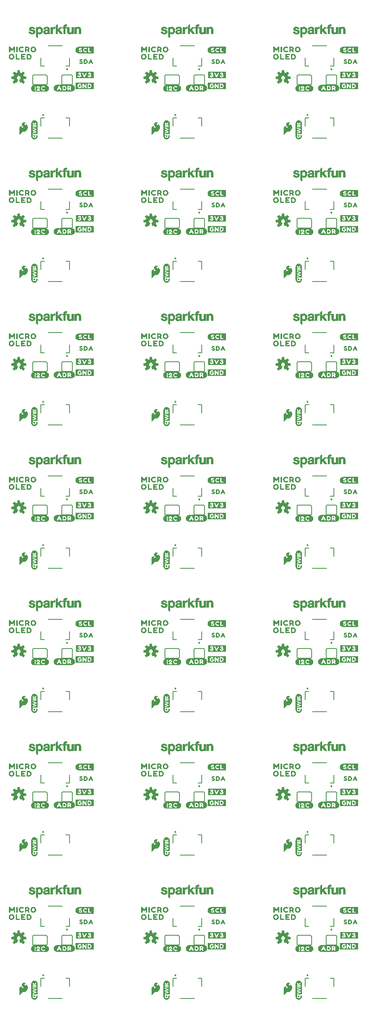
<source format=gto>
G04 EAGLE Gerber RS-274X export*
G75*
%MOMM*%
%FSLAX34Y34*%
%LPD*%
%INSilkscreen Top*%
%IPPOS*%
%AMOC8*
5,1,8,0,0,1.08239X$1,22.5*%
G01*
%ADD10C,0.203200*%
%ADD11C,0.152400*%

G36*
X238608Y1370342D02*
X238608Y1370342D01*
X238611Y1370339D01*
X239311Y1370439D01*
X239315Y1370443D01*
X239318Y1370441D01*
X240018Y1370641D01*
X240019Y1370642D01*
X240020Y1370641D01*
X240620Y1370841D01*
X240623Y1370846D01*
X240626Y1370844D01*
X241826Y1371444D01*
X241828Y1371448D01*
X241831Y1371447D01*
X242431Y1371847D01*
X242432Y1371850D01*
X242435Y1371850D01*
X242935Y1372250D01*
X242937Y1372257D01*
X242942Y1372257D01*
X243342Y1372757D01*
X243842Y1373356D01*
X243842Y1373362D01*
X243846Y1373363D01*
X244146Y1373863D01*
X244146Y1373866D01*
X244148Y1373866D01*
X244448Y1374466D01*
X244447Y1374473D01*
X244451Y1374474D01*
X244651Y1375173D01*
X244851Y1375772D01*
X244849Y1375779D01*
X244853Y1375781D01*
X245053Y1377181D01*
X245048Y1377190D01*
X245053Y1377195D01*
X244953Y1377895D01*
X244952Y1377896D01*
X244953Y1377896D01*
X244853Y1378496D01*
X244753Y1379195D01*
X244745Y1379203D01*
X244748Y1379210D01*
X243848Y1381010D01*
X243844Y1381012D01*
X243845Y1381015D01*
X243445Y1381615D01*
X243435Y1381619D01*
X243435Y1381626D01*
X242937Y1382025D01*
X242439Y1382523D01*
X242435Y1382523D01*
X242435Y1382526D01*
X241935Y1382926D01*
X241927Y1382927D01*
X241926Y1382932D01*
X241326Y1383232D01*
X241324Y1383232D01*
X241323Y1383233D01*
X240623Y1383533D01*
X240620Y1383533D01*
X240620Y1383535D01*
X240020Y1383735D01*
X240018Y1383734D01*
X240018Y1383735D01*
X239318Y1383935D01*
X239314Y1383934D01*
X239312Y1383937D01*
X238712Y1384037D01*
X238707Y1384034D01*
X238704Y1384037D01*
X206604Y1384037D01*
X206600Y1384034D01*
X206597Y1384037D01*
X205197Y1383837D01*
X205194Y1383833D01*
X205192Y1383833D01*
X205191Y1383833D01*
X205188Y1383835D01*
X204588Y1383635D01*
X204585Y1383630D01*
X204582Y1383632D01*
X202782Y1382732D01*
X202777Y1382722D01*
X202769Y1382723D01*
X201769Y1381723D01*
X201769Y1381719D01*
X201766Y1381719D01*
X200966Y1380719D01*
X200965Y1380711D01*
X200960Y1380710D01*
X200660Y1380110D01*
X200660Y1380108D01*
X200659Y1380107D01*
X200359Y1379407D01*
X200360Y1379404D01*
X200357Y1379404D01*
X200157Y1378804D01*
X200159Y1378797D01*
X200155Y1378795D01*
X200055Y1378095D01*
X200058Y1378090D01*
X200055Y1378088D01*
X200055Y1376088D01*
X200061Y1376080D01*
X200057Y1376074D01*
X200257Y1375374D01*
X200258Y1375373D01*
X200257Y1375372D01*
X200457Y1374772D01*
X200462Y1374769D01*
X200460Y1374766D01*
X201060Y1373566D01*
X201064Y1373564D01*
X201063Y1373561D01*
X201463Y1372961D01*
X201466Y1372960D01*
X201466Y1372957D01*
X201866Y1372457D01*
X201870Y1372456D01*
X201869Y1372453D01*
X202369Y1371953D01*
X202376Y1371952D01*
X202377Y1371947D01*
X202977Y1371547D01*
X202979Y1371547D01*
X202979Y1371546D01*
X203479Y1371246D01*
X203482Y1371246D01*
X203482Y1371244D01*
X204082Y1370944D01*
X204084Y1370944D01*
X204085Y1370943D01*
X204785Y1370643D01*
X204793Y1370645D01*
X204796Y1370639D01*
X205396Y1370539D01*
X205397Y1370540D01*
X205397Y1370539D01*
X206797Y1370339D01*
X206802Y1370342D01*
X206804Y1370339D01*
X238604Y1370339D01*
X238608Y1370342D01*
G37*
G36*
X238608Y1670062D02*
X238608Y1670062D01*
X238611Y1670059D01*
X239311Y1670159D01*
X239315Y1670163D01*
X239318Y1670161D01*
X240018Y1670361D01*
X240019Y1670362D01*
X240020Y1670361D01*
X240620Y1670561D01*
X240623Y1670566D01*
X240626Y1670564D01*
X241826Y1671164D01*
X241828Y1671168D01*
X241831Y1671167D01*
X242431Y1671567D01*
X242432Y1671570D01*
X242435Y1671570D01*
X242935Y1671970D01*
X242937Y1671977D01*
X242942Y1671977D01*
X243342Y1672477D01*
X243842Y1673076D01*
X243842Y1673082D01*
X243846Y1673083D01*
X244146Y1673583D01*
X244146Y1673586D01*
X244148Y1673586D01*
X244448Y1674186D01*
X244447Y1674193D01*
X244451Y1674194D01*
X244651Y1674893D01*
X244851Y1675492D01*
X244849Y1675499D01*
X244853Y1675501D01*
X245053Y1676901D01*
X245048Y1676910D01*
X245053Y1676915D01*
X244953Y1677615D01*
X244952Y1677616D01*
X244953Y1677616D01*
X244853Y1678216D01*
X244753Y1678915D01*
X244745Y1678923D01*
X244748Y1678930D01*
X243848Y1680730D01*
X243844Y1680732D01*
X243845Y1680735D01*
X243445Y1681335D01*
X243435Y1681339D01*
X243435Y1681346D01*
X242937Y1681745D01*
X242439Y1682243D01*
X242435Y1682243D01*
X242435Y1682246D01*
X241935Y1682646D01*
X241927Y1682647D01*
X241926Y1682652D01*
X241326Y1682952D01*
X241324Y1682952D01*
X241323Y1682953D01*
X240623Y1683253D01*
X240620Y1683253D01*
X240620Y1683255D01*
X240020Y1683455D01*
X240018Y1683454D01*
X240018Y1683455D01*
X239318Y1683655D01*
X239314Y1683654D01*
X239312Y1683657D01*
X238712Y1683757D01*
X238707Y1683754D01*
X238704Y1683757D01*
X206604Y1683757D01*
X206600Y1683754D01*
X206597Y1683757D01*
X205197Y1683557D01*
X205194Y1683553D01*
X205192Y1683553D01*
X205191Y1683553D01*
X205188Y1683555D01*
X204588Y1683355D01*
X204585Y1683350D01*
X204582Y1683352D01*
X202782Y1682452D01*
X202777Y1682442D01*
X202769Y1682443D01*
X201769Y1681443D01*
X201769Y1681439D01*
X201766Y1681439D01*
X200966Y1680439D01*
X200965Y1680431D01*
X200960Y1680430D01*
X200660Y1679830D01*
X200660Y1679828D01*
X200659Y1679827D01*
X200359Y1679127D01*
X200360Y1679124D01*
X200357Y1679124D01*
X200157Y1678524D01*
X200159Y1678517D01*
X200155Y1678515D01*
X200055Y1677815D01*
X200058Y1677810D01*
X200055Y1677808D01*
X200055Y1675808D01*
X200061Y1675800D01*
X200057Y1675794D01*
X200257Y1675094D01*
X200258Y1675093D01*
X200257Y1675092D01*
X200457Y1674492D01*
X200462Y1674489D01*
X200460Y1674486D01*
X201060Y1673286D01*
X201064Y1673284D01*
X201063Y1673281D01*
X201463Y1672681D01*
X201466Y1672680D01*
X201466Y1672677D01*
X201866Y1672177D01*
X201870Y1672176D01*
X201869Y1672173D01*
X202369Y1671673D01*
X202376Y1671672D01*
X202377Y1671667D01*
X202977Y1671267D01*
X202979Y1671267D01*
X202979Y1671266D01*
X203479Y1670966D01*
X203482Y1670966D01*
X203482Y1670964D01*
X204082Y1670664D01*
X204084Y1670664D01*
X204085Y1670663D01*
X204785Y1670363D01*
X204793Y1670365D01*
X204796Y1670359D01*
X205396Y1670259D01*
X205397Y1670260D01*
X205397Y1670259D01*
X206797Y1670059D01*
X206802Y1670062D01*
X206804Y1670059D01*
X238604Y1670059D01*
X238608Y1670062D01*
G37*
G36*
X515468Y770902D02*
X515468Y770902D01*
X515471Y770899D01*
X516171Y770999D01*
X516175Y771003D01*
X516178Y771001D01*
X516878Y771201D01*
X516879Y771202D01*
X516880Y771201D01*
X517480Y771401D01*
X517483Y771406D01*
X517486Y771404D01*
X518686Y772004D01*
X518688Y772008D01*
X518691Y772007D01*
X519291Y772407D01*
X519292Y772410D01*
X519295Y772410D01*
X519795Y772810D01*
X519797Y772817D01*
X519802Y772817D01*
X520202Y773317D01*
X520702Y773916D01*
X520702Y773922D01*
X520706Y773923D01*
X521006Y774423D01*
X521006Y774426D01*
X521008Y774426D01*
X521308Y775026D01*
X521307Y775033D01*
X521311Y775034D01*
X521511Y775733D01*
X521711Y776332D01*
X521709Y776339D01*
X521713Y776341D01*
X521913Y777741D01*
X521908Y777750D01*
X521913Y777755D01*
X521813Y778455D01*
X521812Y778456D01*
X521813Y778456D01*
X521713Y779056D01*
X521613Y779755D01*
X521605Y779763D01*
X521608Y779770D01*
X520708Y781570D01*
X520704Y781572D01*
X520705Y781575D01*
X520305Y782175D01*
X520295Y782179D01*
X520295Y782186D01*
X519797Y782585D01*
X519299Y783083D01*
X519295Y783083D01*
X519295Y783086D01*
X518795Y783486D01*
X518787Y783487D01*
X518786Y783492D01*
X518186Y783792D01*
X518184Y783792D01*
X518183Y783793D01*
X517483Y784093D01*
X517480Y784093D01*
X517480Y784095D01*
X516880Y784295D01*
X516878Y784294D01*
X516878Y784295D01*
X516178Y784495D01*
X516174Y784494D01*
X516172Y784497D01*
X515572Y784597D01*
X515567Y784594D01*
X515564Y784597D01*
X483464Y784597D01*
X483460Y784594D01*
X483457Y784597D01*
X482057Y784397D01*
X482054Y784393D01*
X482052Y784393D01*
X482051Y784393D01*
X482048Y784395D01*
X481448Y784195D01*
X481445Y784190D01*
X481442Y784192D01*
X479642Y783292D01*
X479637Y783282D01*
X479629Y783283D01*
X478629Y782283D01*
X478629Y782279D01*
X478626Y782279D01*
X477826Y781279D01*
X477825Y781271D01*
X477820Y781270D01*
X477520Y780670D01*
X477520Y780668D01*
X477519Y780667D01*
X477219Y779967D01*
X477220Y779964D01*
X477217Y779964D01*
X477017Y779364D01*
X477019Y779357D01*
X477015Y779355D01*
X476915Y778655D01*
X476918Y778650D01*
X476915Y778648D01*
X476915Y776648D01*
X476921Y776640D01*
X476917Y776634D01*
X477117Y775934D01*
X477118Y775933D01*
X477117Y775932D01*
X477317Y775332D01*
X477322Y775329D01*
X477320Y775326D01*
X477920Y774126D01*
X477924Y774124D01*
X477923Y774121D01*
X478323Y773521D01*
X478326Y773520D01*
X478326Y773517D01*
X478726Y773017D01*
X478730Y773016D01*
X478729Y773013D01*
X479229Y772513D01*
X479236Y772512D01*
X479237Y772507D01*
X479837Y772107D01*
X479839Y772107D01*
X479839Y772106D01*
X480339Y771806D01*
X480342Y771806D01*
X480342Y771804D01*
X480942Y771504D01*
X480944Y771504D01*
X480945Y771503D01*
X481645Y771203D01*
X481653Y771205D01*
X481656Y771199D01*
X482256Y771099D01*
X482257Y771100D01*
X482257Y771099D01*
X483657Y770899D01*
X483662Y770902D01*
X483664Y770899D01*
X515464Y770899D01*
X515468Y770902D01*
G37*
G36*
X515468Y1070622D02*
X515468Y1070622D01*
X515471Y1070619D01*
X516171Y1070719D01*
X516175Y1070723D01*
X516178Y1070721D01*
X516878Y1070921D01*
X516879Y1070922D01*
X516880Y1070921D01*
X517480Y1071121D01*
X517483Y1071126D01*
X517486Y1071124D01*
X518686Y1071724D01*
X518688Y1071728D01*
X518691Y1071727D01*
X519291Y1072127D01*
X519292Y1072130D01*
X519295Y1072130D01*
X519795Y1072530D01*
X519797Y1072537D01*
X519802Y1072537D01*
X520202Y1073037D01*
X520702Y1073636D01*
X520702Y1073642D01*
X520706Y1073643D01*
X521006Y1074143D01*
X521006Y1074146D01*
X521008Y1074146D01*
X521308Y1074746D01*
X521307Y1074753D01*
X521311Y1074754D01*
X521511Y1075453D01*
X521711Y1076052D01*
X521709Y1076059D01*
X521713Y1076061D01*
X521913Y1077461D01*
X521908Y1077470D01*
X521913Y1077475D01*
X521813Y1078175D01*
X521812Y1078176D01*
X521813Y1078176D01*
X521713Y1078776D01*
X521613Y1079475D01*
X521605Y1079483D01*
X521608Y1079490D01*
X520708Y1081290D01*
X520704Y1081292D01*
X520705Y1081295D01*
X520305Y1081895D01*
X520295Y1081899D01*
X520295Y1081906D01*
X519797Y1082305D01*
X519299Y1082803D01*
X519295Y1082803D01*
X519295Y1082806D01*
X518795Y1083206D01*
X518787Y1083207D01*
X518786Y1083212D01*
X518186Y1083512D01*
X518184Y1083512D01*
X518183Y1083513D01*
X517483Y1083813D01*
X517480Y1083813D01*
X517480Y1083815D01*
X516880Y1084015D01*
X516878Y1084014D01*
X516878Y1084015D01*
X516178Y1084215D01*
X516174Y1084214D01*
X516172Y1084217D01*
X515572Y1084317D01*
X515567Y1084314D01*
X515564Y1084317D01*
X483464Y1084317D01*
X483460Y1084314D01*
X483457Y1084317D01*
X482057Y1084117D01*
X482054Y1084113D01*
X482052Y1084113D01*
X482051Y1084113D01*
X482048Y1084115D01*
X481448Y1083915D01*
X481445Y1083910D01*
X481442Y1083912D01*
X479642Y1083012D01*
X479637Y1083002D01*
X479629Y1083003D01*
X478629Y1082003D01*
X478629Y1081999D01*
X478626Y1081999D01*
X477826Y1080999D01*
X477825Y1080991D01*
X477820Y1080990D01*
X477520Y1080390D01*
X477520Y1080388D01*
X477519Y1080387D01*
X477219Y1079687D01*
X477220Y1079684D01*
X477217Y1079684D01*
X477017Y1079084D01*
X477019Y1079077D01*
X477015Y1079075D01*
X476915Y1078375D01*
X476918Y1078370D01*
X476915Y1078368D01*
X476915Y1076368D01*
X476921Y1076360D01*
X476917Y1076354D01*
X477117Y1075654D01*
X477118Y1075653D01*
X477117Y1075652D01*
X477317Y1075052D01*
X477322Y1075049D01*
X477320Y1075046D01*
X477920Y1073846D01*
X477924Y1073844D01*
X477923Y1073841D01*
X478323Y1073241D01*
X478326Y1073240D01*
X478326Y1073237D01*
X478726Y1072737D01*
X478730Y1072736D01*
X478729Y1072733D01*
X479229Y1072233D01*
X479236Y1072232D01*
X479237Y1072227D01*
X479837Y1071827D01*
X479839Y1071827D01*
X479839Y1071826D01*
X480339Y1071526D01*
X480342Y1071526D01*
X480342Y1071524D01*
X480942Y1071224D01*
X480944Y1071224D01*
X480945Y1071223D01*
X481645Y1070923D01*
X481653Y1070925D01*
X481656Y1070919D01*
X482256Y1070819D01*
X482257Y1070820D01*
X482257Y1070819D01*
X483657Y1070619D01*
X483662Y1070622D01*
X483664Y1070619D01*
X515464Y1070619D01*
X515468Y1070622D01*
G37*
G36*
X792328Y1070622D02*
X792328Y1070622D01*
X792331Y1070619D01*
X793031Y1070719D01*
X793035Y1070723D01*
X793038Y1070721D01*
X793738Y1070921D01*
X793739Y1070922D01*
X793740Y1070921D01*
X794340Y1071121D01*
X794343Y1071126D01*
X794346Y1071124D01*
X795546Y1071724D01*
X795548Y1071728D01*
X795551Y1071727D01*
X796151Y1072127D01*
X796152Y1072130D01*
X796155Y1072130D01*
X796655Y1072530D01*
X796657Y1072537D01*
X796662Y1072537D01*
X797062Y1073037D01*
X797562Y1073636D01*
X797562Y1073642D01*
X797566Y1073643D01*
X797866Y1074143D01*
X797866Y1074146D01*
X797868Y1074146D01*
X798168Y1074746D01*
X798167Y1074753D01*
X798171Y1074754D01*
X798371Y1075453D01*
X798571Y1076052D01*
X798569Y1076059D01*
X798573Y1076061D01*
X798773Y1077461D01*
X798768Y1077470D01*
X798773Y1077475D01*
X798673Y1078175D01*
X798672Y1078176D01*
X798673Y1078176D01*
X798573Y1078776D01*
X798473Y1079475D01*
X798465Y1079483D01*
X798468Y1079490D01*
X797568Y1081290D01*
X797564Y1081292D01*
X797565Y1081295D01*
X797165Y1081895D01*
X797155Y1081899D01*
X797155Y1081906D01*
X796657Y1082305D01*
X796159Y1082803D01*
X796155Y1082803D01*
X796155Y1082806D01*
X795655Y1083206D01*
X795647Y1083207D01*
X795646Y1083212D01*
X795046Y1083512D01*
X795044Y1083512D01*
X795043Y1083513D01*
X794343Y1083813D01*
X794340Y1083813D01*
X794340Y1083815D01*
X793740Y1084015D01*
X793738Y1084014D01*
X793738Y1084015D01*
X793038Y1084215D01*
X793034Y1084214D01*
X793032Y1084217D01*
X792432Y1084317D01*
X792427Y1084314D01*
X792424Y1084317D01*
X760324Y1084317D01*
X760320Y1084314D01*
X760317Y1084317D01*
X758917Y1084117D01*
X758914Y1084113D01*
X758912Y1084113D01*
X758911Y1084113D01*
X758908Y1084115D01*
X758308Y1083915D01*
X758305Y1083910D01*
X758302Y1083912D01*
X756502Y1083012D01*
X756497Y1083002D01*
X756489Y1083003D01*
X755489Y1082003D01*
X755489Y1081999D01*
X755486Y1081999D01*
X754686Y1080999D01*
X754685Y1080991D01*
X754680Y1080990D01*
X754380Y1080390D01*
X754380Y1080388D01*
X754379Y1080387D01*
X754079Y1079687D01*
X754080Y1079684D01*
X754077Y1079684D01*
X753877Y1079084D01*
X753879Y1079077D01*
X753875Y1079075D01*
X753775Y1078375D01*
X753778Y1078370D01*
X753775Y1078368D01*
X753775Y1076368D01*
X753781Y1076360D01*
X753777Y1076354D01*
X753977Y1075654D01*
X753978Y1075653D01*
X753977Y1075652D01*
X754177Y1075052D01*
X754182Y1075049D01*
X754180Y1075046D01*
X754780Y1073846D01*
X754784Y1073844D01*
X754783Y1073841D01*
X755183Y1073241D01*
X755186Y1073240D01*
X755186Y1073237D01*
X755586Y1072737D01*
X755590Y1072736D01*
X755589Y1072733D01*
X756089Y1072233D01*
X756096Y1072232D01*
X756097Y1072227D01*
X756697Y1071827D01*
X756699Y1071827D01*
X756699Y1071826D01*
X757199Y1071526D01*
X757202Y1071526D01*
X757202Y1071524D01*
X757802Y1071224D01*
X757804Y1071224D01*
X757805Y1071223D01*
X758505Y1070923D01*
X758513Y1070925D01*
X758516Y1070919D01*
X759116Y1070819D01*
X759117Y1070820D01*
X759117Y1070819D01*
X760517Y1070619D01*
X760522Y1070622D01*
X760524Y1070619D01*
X792324Y1070619D01*
X792328Y1070622D01*
G37*
G36*
X238608Y171462D02*
X238608Y171462D01*
X238611Y171459D01*
X239311Y171559D01*
X239315Y171563D01*
X239318Y171561D01*
X240018Y171761D01*
X240019Y171762D01*
X240020Y171761D01*
X240620Y171961D01*
X240623Y171966D01*
X240626Y171964D01*
X241826Y172564D01*
X241828Y172568D01*
X241831Y172567D01*
X242431Y172967D01*
X242432Y172970D01*
X242435Y172970D01*
X242935Y173370D01*
X242937Y173377D01*
X242942Y173377D01*
X243342Y173877D01*
X243842Y174476D01*
X243842Y174482D01*
X243846Y174483D01*
X244146Y174983D01*
X244146Y174986D01*
X244148Y174986D01*
X244448Y175586D01*
X244447Y175593D01*
X244451Y175594D01*
X244651Y176293D01*
X244851Y176892D01*
X244849Y176899D01*
X244853Y176901D01*
X245053Y178301D01*
X245048Y178310D01*
X245053Y178315D01*
X244953Y179015D01*
X244952Y179016D01*
X244953Y179016D01*
X244853Y179616D01*
X244753Y180315D01*
X244745Y180323D01*
X244748Y180330D01*
X243848Y182130D01*
X243844Y182132D01*
X243845Y182135D01*
X243445Y182735D01*
X243435Y182739D01*
X243435Y182746D01*
X242937Y183145D01*
X242439Y183643D01*
X242435Y183643D01*
X242435Y183646D01*
X241935Y184046D01*
X241927Y184047D01*
X241926Y184052D01*
X241326Y184352D01*
X241324Y184352D01*
X241323Y184353D01*
X240623Y184653D01*
X240620Y184653D01*
X240620Y184655D01*
X240020Y184855D01*
X240018Y184854D01*
X240018Y184855D01*
X239318Y185055D01*
X239314Y185054D01*
X239312Y185057D01*
X238712Y185157D01*
X238707Y185154D01*
X238704Y185157D01*
X206604Y185157D01*
X206600Y185154D01*
X206597Y185157D01*
X205197Y184957D01*
X205194Y184953D01*
X205192Y184953D01*
X205191Y184953D01*
X205188Y184955D01*
X204588Y184755D01*
X204585Y184750D01*
X204582Y184752D01*
X202782Y183852D01*
X202777Y183842D01*
X202769Y183843D01*
X201769Y182843D01*
X201769Y182839D01*
X201766Y182839D01*
X200966Y181839D01*
X200965Y181831D01*
X200960Y181830D01*
X200660Y181230D01*
X200660Y181228D01*
X200659Y181227D01*
X200359Y180527D01*
X200360Y180524D01*
X200357Y180524D01*
X200157Y179924D01*
X200159Y179917D01*
X200155Y179915D01*
X200055Y179215D01*
X200058Y179210D01*
X200055Y179208D01*
X200055Y177208D01*
X200061Y177200D01*
X200057Y177194D01*
X200257Y176494D01*
X200258Y176493D01*
X200257Y176492D01*
X200457Y175892D01*
X200462Y175889D01*
X200460Y175886D01*
X201060Y174686D01*
X201064Y174684D01*
X201063Y174681D01*
X201463Y174081D01*
X201466Y174080D01*
X201466Y174077D01*
X201866Y173577D01*
X201870Y173576D01*
X201869Y173573D01*
X202369Y173073D01*
X202376Y173072D01*
X202377Y173067D01*
X202977Y172667D01*
X202979Y172667D01*
X202979Y172666D01*
X203479Y172366D01*
X203482Y172366D01*
X203482Y172364D01*
X204082Y172064D01*
X204084Y172064D01*
X204085Y172063D01*
X204785Y171763D01*
X204793Y171765D01*
X204796Y171759D01*
X205396Y171659D01*
X205397Y171660D01*
X205397Y171659D01*
X206797Y171459D01*
X206802Y171462D01*
X206804Y171459D01*
X238604Y171459D01*
X238608Y171462D01*
G37*
G36*
X792328Y171462D02*
X792328Y171462D01*
X792331Y171459D01*
X793031Y171559D01*
X793035Y171563D01*
X793038Y171561D01*
X793738Y171761D01*
X793739Y171762D01*
X793740Y171761D01*
X794340Y171961D01*
X794343Y171966D01*
X794346Y171964D01*
X795546Y172564D01*
X795548Y172568D01*
X795551Y172567D01*
X796151Y172967D01*
X796152Y172970D01*
X796155Y172970D01*
X796655Y173370D01*
X796657Y173377D01*
X796662Y173377D01*
X797062Y173877D01*
X797562Y174476D01*
X797562Y174482D01*
X797566Y174483D01*
X797866Y174983D01*
X797866Y174986D01*
X797868Y174986D01*
X798168Y175586D01*
X798167Y175593D01*
X798171Y175594D01*
X798371Y176293D01*
X798571Y176892D01*
X798569Y176899D01*
X798573Y176901D01*
X798773Y178301D01*
X798768Y178310D01*
X798773Y178315D01*
X798673Y179015D01*
X798672Y179016D01*
X798673Y179016D01*
X798573Y179616D01*
X798473Y180315D01*
X798465Y180323D01*
X798468Y180330D01*
X797568Y182130D01*
X797564Y182132D01*
X797565Y182135D01*
X797165Y182735D01*
X797155Y182739D01*
X797155Y182746D01*
X796657Y183145D01*
X796159Y183643D01*
X796155Y183643D01*
X796155Y183646D01*
X795655Y184046D01*
X795647Y184047D01*
X795646Y184052D01*
X795046Y184352D01*
X795044Y184352D01*
X795043Y184353D01*
X794343Y184653D01*
X794340Y184653D01*
X794340Y184655D01*
X793740Y184855D01*
X793738Y184854D01*
X793738Y184855D01*
X793038Y185055D01*
X793034Y185054D01*
X793032Y185057D01*
X792432Y185157D01*
X792427Y185154D01*
X792424Y185157D01*
X760324Y185157D01*
X760320Y185154D01*
X760317Y185157D01*
X758917Y184957D01*
X758914Y184953D01*
X758912Y184953D01*
X758911Y184953D01*
X758908Y184955D01*
X758308Y184755D01*
X758305Y184750D01*
X758302Y184752D01*
X756502Y183852D01*
X756497Y183842D01*
X756489Y183843D01*
X755489Y182843D01*
X755489Y182839D01*
X755486Y182839D01*
X754686Y181839D01*
X754685Y181831D01*
X754680Y181830D01*
X754380Y181230D01*
X754380Y181228D01*
X754379Y181227D01*
X754079Y180527D01*
X754080Y180524D01*
X754077Y180524D01*
X753877Y179924D01*
X753879Y179917D01*
X753875Y179915D01*
X753775Y179215D01*
X753778Y179210D01*
X753775Y179208D01*
X753775Y177208D01*
X753781Y177200D01*
X753777Y177194D01*
X753977Y176494D01*
X753978Y176493D01*
X753977Y176492D01*
X754177Y175892D01*
X754182Y175889D01*
X754180Y175886D01*
X754780Y174686D01*
X754784Y174684D01*
X754783Y174681D01*
X755183Y174081D01*
X755186Y174080D01*
X755186Y174077D01*
X755586Y173577D01*
X755590Y173576D01*
X755589Y173573D01*
X756089Y173073D01*
X756096Y173072D01*
X756097Y173067D01*
X756697Y172667D01*
X756699Y172667D01*
X756699Y172666D01*
X757199Y172366D01*
X757202Y172366D01*
X757202Y172364D01*
X757802Y172064D01*
X757804Y172064D01*
X757805Y172063D01*
X758505Y171763D01*
X758513Y171765D01*
X758516Y171759D01*
X759116Y171659D01*
X759117Y171660D01*
X759117Y171659D01*
X760517Y171459D01*
X760522Y171462D01*
X760524Y171459D01*
X792324Y171459D01*
X792328Y171462D01*
G37*
G36*
X515468Y171462D02*
X515468Y171462D01*
X515471Y171459D01*
X516171Y171559D01*
X516175Y171563D01*
X516178Y171561D01*
X516878Y171761D01*
X516879Y171762D01*
X516880Y171761D01*
X517480Y171961D01*
X517483Y171966D01*
X517486Y171964D01*
X518686Y172564D01*
X518688Y172568D01*
X518691Y172567D01*
X519291Y172967D01*
X519292Y172970D01*
X519295Y172970D01*
X519795Y173370D01*
X519797Y173377D01*
X519802Y173377D01*
X520202Y173877D01*
X520702Y174476D01*
X520702Y174482D01*
X520706Y174483D01*
X521006Y174983D01*
X521006Y174986D01*
X521008Y174986D01*
X521308Y175586D01*
X521307Y175593D01*
X521311Y175594D01*
X521511Y176293D01*
X521711Y176892D01*
X521709Y176899D01*
X521713Y176901D01*
X521913Y178301D01*
X521908Y178310D01*
X521913Y178315D01*
X521813Y179015D01*
X521812Y179016D01*
X521813Y179016D01*
X521713Y179616D01*
X521613Y180315D01*
X521605Y180323D01*
X521608Y180330D01*
X520708Y182130D01*
X520704Y182132D01*
X520705Y182135D01*
X520305Y182735D01*
X520295Y182739D01*
X520295Y182746D01*
X519797Y183145D01*
X519299Y183643D01*
X519295Y183643D01*
X519295Y183646D01*
X518795Y184046D01*
X518787Y184047D01*
X518786Y184052D01*
X518186Y184352D01*
X518184Y184352D01*
X518183Y184353D01*
X517483Y184653D01*
X517480Y184653D01*
X517480Y184655D01*
X516880Y184855D01*
X516878Y184854D01*
X516878Y184855D01*
X516178Y185055D01*
X516174Y185054D01*
X516172Y185057D01*
X515572Y185157D01*
X515567Y185154D01*
X515564Y185157D01*
X483464Y185157D01*
X483460Y185154D01*
X483457Y185157D01*
X482057Y184957D01*
X482054Y184953D01*
X482052Y184953D01*
X482051Y184953D01*
X482048Y184955D01*
X481448Y184755D01*
X481445Y184750D01*
X481442Y184752D01*
X479642Y183852D01*
X479637Y183842D01*
X479629Y183843D01*
X478629Y182843D01*
X478629Y182839D01*
X478626Y182839D01*
X477826Y181839D01*
X477825Y181831D01*
X477820Y181830D01*
X477520Y181230D01*
X477520Y181228D01*
X477519Y181227D01*
X477219Y180527D01*
X477220Y180524D01*
X477217Y180524D01*
X477017Y179924D01*
X477019Y179917D01*
X477015Y179915D01*
X476915Y179215D01*
X476918Y179210D01*
X476915Y179208D01*
X476915Y177208D01*
X476921Y177200D01*
X476917Y177194D01*
X477117Y176494D01*
X477118Y176493D01*
X477117Y176492D01*
X477317Y175892D01*
X477322Y175889D01*
X477320Y175886D01*
X477920Y174686D01*
X477924Y174684D01*
X477923Y174681D01*
X478323Y174081D01*
X478326Y174080D01*
X478326Y174077D01*
X478726Y173577D01*
X478730Y173576D01*
X478729Y173573D01*
X479229Y173073D01*
X479236Y173072D01*
X479237Y173067D01*
X479837Y172667D01*
X479839Y172667D01*
X479839Y172666D01*
X480339Y172366D01*
X480342Y172366D01*
X480342Y172364D01*
X480942Y172064D01*
X480944Y172064D01*
X480945Y172063D01*
X481645Y171763D01*
X481653Y171765D01*
X481656Y171759D01*
X482256Y171659D01*
X482257Y171660D01*
X482257Y171659D01*
X483657Y171459D01*
X483662Y171462D01*
X483664Y171459D01*
X515464Y171459D01*
X515468Y171462D01*
G37*
G36*
X515468Y471182D02*
X515468Y471182D01*
X515471Y471179D01*
X516171Y471279D01*
X516175Y471283D01*
X516178Y471281D01*
X516878Y471481D01*
X516879Y471482D01*
X516880Y471481D01*
X517480Y471681D01*
X517483Y471686D01*
X517486Y471684D01*
X518686Y472284D01*
X518688Y472288D01*
X518691Y472287D01*
X519291Y472687D01*
X519292Y472690D01*
X519295Y472690D01*
X519795Y473090D01*
X519797Y473097D01*
X519802Y473097D01*
X520202Y473597D01*
X520702Y474196D01*
X520702Y474202D01*
X520706Y474203D01*
X521006Y474703D01*
X521006Y474706D01*
X521008Y474706D01*
X521308Y475306D01*
X521307Y475313D01*
X521311Y475314D01*
X521511Y476013D01*
X521711Y476612D01*
X521709Y476619D01*
X521713Y476621D01*
X521913Y478021D01*
X521908Y478030D01*
X521913Y478035D01*
X521813Y478735D01*
X521812Y478736D01*
X521813Y478736D01*
X521713Y479336D01*
X521613Y480035D01*
X521605Y480043D01*
X521608Y480050D01*
X520708Y481850D01*
X520704Y481852D01*
X520705Y481855D01*
X520305Y482455D01*
X520295Y482459D01*
X520295Y482466D01*
X519797Y482865D01*
X519299Y483363D01*
X519295Y483363D01*
X519295Y483366D01*
X518795Y483766D01*
X518787Y483767D01*
X518786Y483772D01*
X518186Y484072D01*
X518184Y484072D01*
X518183Y484073D01*
X517483Y484373D01*
X517480Y484373D01*
X517480Y484375D01*
X516880Y484575D01*
X516878Y484574D01*
X516878Y484575D01*
X516178Y484775D01*
X516174Y484774D01*
X516172Y484777D01*
X515572Y484877D01*
X515567Y484874D01*
X515564Y484877D01*
X483464Y484877D01*
X483460Y484874D01*
X483457Y484877D01*
X482057Y484677D01*
X482054Y484673D01*
X482052Y484673D01*
X482051Y484673D01*
X482048Y484675D01*
X481448Y484475D01*
X481445Y484470D01*
X481442Y484472D01*
X479642Y483572D01*
X479637Y483562D01*
X479629Y483563D01*
X478629Y482563D01*
X478629Y482559D01*
X478626Y482559D01*
X477826Y481559D01*
X477825Y481551D01*
X477820Y481550D01*
X477520Y480950D01*
X477520Y480948D01*
X477519Y480947D01*
X477219Y480247D01*
X477220Y480244D01*
X477217Y480244D01*
X477017Y479644D01*
X477019Y479637D01*
X477015Y479635D01*
X476915Y478935D01*
X476918Y478930D01*
X476915Y478928D01*
X476915Y476928D01*
X476921Y476920D01*
X476917Y476914D01*
X477117Y476214D01*
X477118Y476213D01*
X477117Y476212D01*
X477317Y475612D01*
X477322Y475609D01*
X477320Y475606D01*
X477920Y474406D01*
X477924Y474404D01*
X477923Y474401D01*
X478323Y473801D01*
X478326Y473800D01*
X478326Y473797D01*
X478726Y473297D01*
X478730Y473296D01*
X478729Y473293D01*
X479229Y472793D01*
X479236Y472792D01*
X479237Y472787D01*
X479837Y472387D01*
X479839Y472387D01*
X479839Y472386D01*
X480339Y472086D01*
X480342Y472086D01*
X480342Y472084D01*
X480942Y471784D01*
X480944Y471784D01*
X480945Y471783D01*
X481645Y471483D01*
X481653Y471485D01*
X481656Y471479D01*
X482256Y471379D01*
X482257Y471380D01*
X482257Y471379D01*
X483657Y471179D01*
X483662Y471182D01*
X483664Y471179D01*
X515464Y471179D01*
X515468Y471182D01*
G37*
G36*
X515468Y1370342D02*
X515468Y1370342D01*
X515471Y1370339D01*
X516171Y1370439D01*
X516175Y1370443D01*
X516178Y1370441D01*
X516878Y1370641D01*
X516879Y1370642D01*
X516880Y1370641D01*
X517480Y1370841D01*
X517483Y1370846D01*
X517486Y1370844D01*
X518686Y1371444D01*
X518688Y1371448D01*
X518691Y1371447D01*
X519291Y1371847D01*
X519292Y1371850D01*
X519295Y1371850D01*
X519795Y1372250D01*
X519797Y1372257D01*
X519802Y1372257D01*
X520202Y1372757D01*
X520702Y1373356D01*
X520702Y1373362D01*
X520706Y1373363D01*
X521006Y1373863D01*
X521006Y1373866D01*
X521008Y1373866D01*
X521308Y1374466D01*
X521307Y1374473D01*
X521311Y1374474D01*
X521511Y1375173D01*
X521711Y1375772D01*
X521709Y1375779D01*
X521713Y1375781D01*
X521913Y1377181D01*
X521908Y1377190D01*
X521913Y1377195D01*
X521813Y1377895D01*
X521812Y1377896D01*
X521813Y1377896D01*
X521713Y1378496D01*
X521613Y1379195D01*
X521605Y1379203D01*
X521608Y1379210D01*
X520708Y1381010D01*
X520704Y1381012D01*
X520705Y1381015D01*
X520305Y1381615D01*
X520295Y1381619D01*
X520295Y1381626D01*
X519797Y1382025D01*
X519299Y1382523D01*
X519295Y1382523D01*
X519295Y1382526D01*
X518795Y1382926D01*
X518787Y1382927D01*
X518786Y1382932D01*
X518186Y1383232D01*
X518184Y1383232D01*
X518183Y1383233D01*
X517483Y1383533D01*
X517480Y1383533D01*
X517480Y1383535D01*
X516880Y1383735D01*
X516878Y1383734D01*
X516878Y1383735D01*
X516178Y1383935D01*
X516174Y1383934D01*
X516172Y1383937D01*
X515572Y1384037D01*
X515567Y1384034D01*
X515564Y1384037D01*
X483464Y1384037D01*
X483460Y1384034D01*
X483457Y1384037D01*
X482057Y1383837D01*
X482054Y1383833D01*
X482052Y1383833D01*
X482051Y1383833D01*
X482048Y1383835D01*
X481448Y1383635D01*
X481445Y1383630D01*
X481442Y1383632D01*
X479642Y1382732D01*
X479637Y1382722D01*
X479629Y1382723D01*
X478629Y1381723D01*
X478629Y1381719D01*
X478626Y1381719D01*
X477826Y1380719D01*
X477825Y1380711D01*
X477820Y1380710D01*
X477520Y1380110D01*
X477520Y1380108D01*
X477519Y1380107D01*
X477219Y1379407D01*
X477220Y1379404D01*
X477217Y1379404D01*
X477017Y1378804D01*
X477019Y1378797D01*
X477015Y1378795D01*
X476915Y1378095D01*
X476918Y1378090D01*
X476915Y1378088D01*
X476915Y1376088D01*
X476921Y1376080D01*
X476917Y1376074D01*
X477117Y1375374D01*
X477118Y1375373D01*
X477117Y1375372D01*
X477317Y1374772D01*
X477322Y1374769D01*
X477320Y1374766D01*
X477920Y1373566D01*
X477924Y1373564D01*
X477923Y1373561D01*
X478323Y1372961D01*
X478326Y1372960D01*
X478326Y1372957D01*
X478726Y1372457D01*
X478730Y1372456D01*
X478729Y1372453D01*
X479229Y1371953D01*
X479236Y1371952D01*
X479237Y1371947D01*
X479837Y1371547D01*
X479839Y1371547D01*
X479839Y1371546D01*
X480339Y1371246D01*
X480342Y1371246D01*
X480342Y1371244D01*
X480942Y1370944D01*
X480944Y1370944D01*
X480945Y1370943D01*
X481645Y1370643D01*
X481653Y1370645D01*
X481656Y1370639D01*
X482256Y1370539D01*
X482257Y1370540D01*
X482257Y1370539D01*
X483657Y1370339D01*
X483662Y1370342D01*
X483664Y1370339D01*
X515464Y1370339D01*
X515468Y1370342D01*
G37*
G36*
X792328Y1370342D02*
X792328Y1370342D01*
X792331Y1370339D01*
X793031Y1370439D01*
X793035Y1370443D01*
X793038Y1370441D01*
X793738Y1370641D01*
X793739Y1370642D01*
X793740Y1370641D01*
X794340Y1370841D01*
X794343Y1370846D01*
X794346Y1370844D01*
X795546Y1371444D01*
X795548Y1371448D01*
X795551Y1371447D01*
X796151Y1371847D01*
X796152Y1371850D01*
X796155Y1371850D01*
X796655Y1372250D01*
X796657Y1372257D01*
X796662Y1372257D01*
X797062Y1372757D01*
X797562Y1373356D01*
X797562Y1373362D01*
X797566Y1373363D01*
X797866Y1373863D01*
X797866Y1373866D01*
X797868Y1373866D01*
X798168Y1374466D01*
X798167Y1374473D01*
X798171Y1374474D01*
X798371Y1375173D01*
X798571Y1375772D01*
X798569Y1375779D01*
X798573Y1375781D01*
X798773Y1377181D01*
X798768Y1377190D01*
X798773Y1377195D01*
X798673Y1377895D01*
X798672Y1377896D01*
X798673Y1377896D01*
X798573Y1378496D01*
X798473Y1379195D01*
X798465Y1379203D01*
X798468Y1379210D01*
X797568Y1381010D01*
X797564Y1381012D01*
X797565Y1381015D01*
X797165Y1381615D01*
X797155Y1381619D01*
X797155Y1381626D01*
X796657Y1382025D01*
X796159Y1382523D01*
X796155Y1382523D01*
X796155Y1382526D01*
X795655Y1382926D01*
X795647Y1382927D01*
X795646Y1382932D01*
X795046Y1383232D01*
X795044Y1383232D01*
X795043Y1383233D01*
X794343Y1383533D01*
X794340Y1383533D01*
X794340Y1383535D01*
X793740Y1383735D01*
X793738Y1383734D01*
X793738Y1383735D01*
X793038Y1383935D01*
X793034Y1383934D01*
X793032Y1383937D01*
X792432Y1384037D01*
X792427Y1384034D01*
X792424Y1384037D01*
X760324Y1384037D01*
X760320Y1384034D01*
X760317Y1384037D01*
X758917Y1383837D01*
X758914Y1383833D01*
X758912Y1383833D01*
X758911Y1383833D01*
X758908Y1383835D01*
X758308Y1383635D01*
X758305Y1383630D01*
X758302Y1383632D01*
X756502Y1382732D01*
X756497Y1382722D01*
X756489Y1382723D01*
X755489Y1381723D01*
X755489Y1381719D01*
X755486Y1381719D01*
X754686Y1380719D01*
X754685Y1380711D01*
X754680Y1380710D01*
X754380Y1380110D01*
X754380Y1380108D01*
X754379Y1380107D01*
X754079Y1379407D01*
X754080Y1379404D01*
X754077Y1379404D01*
X753877Y1378804D01*
X753879Y1378797D01*
X753875Y1378795D01*
X753775Y1378095D01*
X753778Y1378090D01*
X753775Y1378088D01*
X753775Y1376088D01*
X753781Y1376080D01*
X753777Y1376074D01*
X753977Y1375374D01*
X753978Y1375373D01*
X753977Y1375372D01*
X754177Y1374772D01*
X754182Y1374769D01*
X754180Y1374766D01*
X754780Y1373566D01*
X754784Y1373564D01*
X754783Y1373561D01*
X755183Y1372961D01*
X755186Y1372960D01*
X755186Y1372957D01*
X755586Y1372457D01*
X755590Y1372456D01*
X755589Y1372453D01*
X756089Y1371953D01*
X756096Y1371952D01*
X756097Y1371947D01*
X756697Y1371547D01*
X756699Y1371547D01*
X756699Y1371546D01*
X757199Y1371246D01*
X757202Y1371246D01*
X757202Y1371244D01*
X757802Y1370944D01*
X757804Y1370944D01*
X757805Y1370943D01*
X758505Y1370643D01*
X758513Y1370645D01*
X758516Y1370639D01*
X759116Y1370539D01*
X759117Y1370540D01*
X759117Y1370539D01*
X760517Y1370339D01*
X760522Y1370342D01*
X760524Y1370339D01*
X792324Y1370339D01*
X792328Y1370342D01*
G37*
G36*
X238608Y1070622D02*
X238608Y1070622D01*
X238611Y1070619D01*
X239311Y1070719D01*
X239315Y1070723D01*
X239318Y1070721D01*
X240018Y1070921D01*
X240019Y1070922D01*
X240020Y1070921D01*
X240620Y1071121D01*
X240623Y1071126D01*
X240626Y1071124D01*
X241826Y1071724D01*
X241828Y1071728D01*
X241831Y1071727D01*
X242431Y1072127D01*
X242432Y1072130D01*
X242435Y1072130D01*
X242935Y1072530D01*
X242937Y1072537D01*
X242942Y1072537D01*
X243342Y1073037D01*
X243842Y1073636D01*
X243842Y1073642D01*
X243846Y1073643D01*
X244146Y1074143D01*
X244146Y1074146D01*
X244148Y1074146D01*
X244448Y1074746D01*
X244447Y1074753D01*
X244451Y1074754D01*
X244651Y1075453D01*
X244851Y1076052D01*
X244849Y1076059D01*
X244853Y1076061D01*
X245053Y1077461D01*
X245048Y1077470D01*
X245053Y1077475D01*
X244953Y1078175D01*
X244952Y1078176D01*
X244953Y1078176D01*
X244853Y1078776D01*
X244753Y1079475D01*
X244745Y1079483D01*
X244748Y1079490D01*
X243848Y1081290D01*
X243844Y1081292D01*
X243845Y1081295D01*
X243445Y1081895D01*
X243435Y1081899D01*
X243435Y1081906D01*
X242937Y1082305D01*
X242439Y1082803D01*
X242435Y1082803D01*
X242435Y1082806D01*
X241935Y1083206D01*
X241927Y1083207D01*
X241926Y1083212D01*
X241326Y1083512D01*
X241324Y1083512D01*
X241323Y1083513D01*
X240623Y1083813D01*
X240620Y1083813D01*
X240620Y1083815D01*
X240020Y1084015D01*
X240018Y1084014D01*
X240018Y1084015D01*
X239318Y1084215D01*
X239314Y1084214D01*
X239312Y1084217D01*
X238712Y1084317D01*
X238707Y1084314D01*
X238704Y1084317D01*
X206604Y1084317D01*
X206600Y1084314D01*
X206597Y1084317D01*
X205197Y1084117D01*
X205194Y1084113D01*
X205192Y1084113D01*
X205191Y1084113D01*
X205188Y1084115D01*
X204588Y1083915D01*
X204585Y1083910D01*
X204582Y1083912D01*
X202782Y1083012D01*
X202777Y1083002D01*
X202769Y1083003D01*
X201769Y1082003D01*
X201769Y1081999D01*
X201766Y1081999D01*
X200966Y1080999D01*
X200965Y1080991D01*
X200960Y1080990D01*
X200660Y1080390D01*
X200660Y1080388D01*
X200659Y1080387D01*
X200359Y1079687D01*
X200360Y1079684D01*
X200357Y1079684D01*
X200157Y1079084D01*
X200159Y1079077D01*
X200155Y1079075D01*
X200055Y1078375D01*
X200058Y1078370D01*
X200055Y1078368D01*
X200055Y1076368D01*
X200061Y1076360D01*
X200057Y1076354D01*
X200257Y1075654D01*
X200258Y1075653D01*
X200257Y1075652D01*
X200457Y1075052D01*
X200462Y1075049D01*
X200460Y1075046D01*
X201060Y1073846D01*
X201064Y1073844D01*
X201063Y1073841D01*
X201463Y1073241D01*
X201466Y1073240D01*
X201466Y1073237D01*
X201866Y1072737D01*
X201870Y1072736D01*
X201869Y1072733D01*
X202369Y1072233D01*
X202376Y1072232D01*
X202377Y1072227D01*
X202977Y1071827D01*
X202979Y1071827D01*
X202979Y1071826D01*
X203479Y1071526D01*
X203482Y1071526D01*
X203482Y1071524D01*
X204082Y1071224D01*
X204084Y1071224D01*
X204085Y1071223D01*
X204785Y1070923D01*
X204793Y1070925D01*
X204796Y1070919D01*
X205396Y1070819D01*
X205397Y1070820D01*
X205397Y1070819D01*
X206797Y1070619D01*
X206802Y1070622D01*
X206804Y1070619D01*
X238604Y1070619D01*
X238608Y1070622D01*
G37*
G36*
X238608Y471182D02*
X238608Y471182D01*
X238611Y471179D01*
X239311Y471279D01*
X239315Y471283D01*
X239318Y471281D01*
X240018Y471481D01*
X240019Y471482D01*
X240020Y471481D01*
X240620Y471681D01*
X240623Y471686D01*
X240626Y471684D01*
X241826Y472284D01*
X241828Y472288D01*
X241831Y472287D01*
X242431Y472687D01*
X242432Y472690D01*
X242435Y472690D01*
X242935Y473090D01*
X242937Y473097D01*
X242942Y473097D01*
X243342Y473597D01*
X243842Y474196D01*
X243842Y474202D01*
X243846Y474203D01*
X244146Y474703D01*
X244146Y474706D01*
X244148Y474706D01*
X244448Y475306D01*
X244447Y475313D01*
X244451Y475314D01*
X244651Y476013D01*
X244851Y476612D01*
X244849Y476619D01*
X244853Y476621D01*
X245053Y478021D01*
X245048Y478030D01*
X245053Y478035D01*
X244953Y478735D01*
X244952Y478736D01*
X244953Y478736D01*
X244853Y479336D01*
X244753Y480035D01*
X244745Y480043D01*
X244748Y480050D01*
X243848Y481850D01*
X243844Y481852D01*
X243845Y481855D01*
X243445Y482455D01*
X243435Y482459D01*
X243435Y482466D01*
X242937Y482865D01*
X242439Y483363D01*
X242435Y483363D01*
X242435Y483366D01*
X241935Y483766D01*
X241927Y483767D01*
X241926Y483772D01*
X241326Y484072D01*
X241324Y484072D01*
X241323Y484073D01*
X240623Y484373D01*
X240620Y484373D01*
X240620Y484375D01*
X240020Y484575D01*
X240018Y484574D01*
X240018Y484575D01*
X239318Y484775D01*
X239314Y484774D01*
X239312Y484777D01*
X238712Y484877D01*
X238707Y484874D01*
X238704Y484877D01*
X206604Y484877D01*
X206600Y484874D01*
X206597Y484877D01*
X205197Y484677D01*
X205194Y484673D01*
X205192Y484673D01*
X205191Y484673D01*
X205188Y484675D01*
X204588Y484475D01*
X204585Y484470D01*
X204582Y484472D01*
X202782Y483572D01*
X202777Y483562D01*
X202769Y483563D01*
X201769Y482563D01*
X201769Y482559D01*
X201766Y482559D01*
X200966Y481559D01*
X200965Y481551D01*
X200960Y481550D01*
X200660Y480950D01*
X200660Y480948D01*
X200659Y480947D01*
X200359Y480247D01*
X200360Y480244D01*
X200357Y480244D01*
X200157Y479644D01*
X200159Y479637D01*
X200155Y479635D01*
X200055Y478935D01*
X200058Y478930D01*
X200055Y478928D01*
X200055Y476928D01*
X200061Y476920D01*
X200057Y476914D01*
X200257Y476214D01*
X200258Y476213D01*
X200257Y476212D01*
X200457Y475612D01*
X200462Y475609D01*
X200460Y475606D01*
X201060Y474406D01*
X201064Y474404D01*
X201063Y474401D01*
X201463Y473801D01*
X201466Y473800D01*
X201466Y473797D01*
X201866Y473297D01*
X201870Y473296D01*
X201869Y473293D01*
X202369Y472793D01*
X202376Y472792D01*
X202377Y472787D01*
X202977Y472387D01*
X202979Y472387D01*
X202979Y472386D01*
X203479Y472086D01*
X203482Y472086D01*
X203482Y472084D01*
X204082Y471784D01*
X204084Y471784D01*
X204085Y471783D01*
X204785Y471483D01*
X204793Y471485D01*
X204796Y471479D01*
X205396Y471379D01*
X205397Y471380D01*
X205397Y471379D01*
X206797Y471179D01*
X206802Y471182D01*
X206804Y471179D01*
X238604Y471179D01*
X238608Y471182D01*
G37*
G36*
X792328Y471182D02*
X792328Y471182D01*
X792331Y471179D01*
X793031Y471279D01*
X793035Y471283D01*
X793038Y471281D01*
X793738Y471481D01*
X793739Y471482D01*
X793740Y471481D01*
X794340Y471681D01*
X794343Y471686D01*
X794346Y471684D01*
X795546Y472284D01*
X795548Y472288D01*
X795551Y472287D01*
X796151Y472687D01*
X796152Y472690D01*
X796155Y472690D01*
X796655Y473090D01*
X796657Y473097D01*
X796662Y473097D01*
X797062Y473597D01*
X797562Y474196D01*
X797562Y474202D01*
X797566Y474203D01*
X797866Y474703D01*
X797866Y474706D01*
X797868Y474706D01*
X798168Y475306D01*
X798167Y475313D01*
X798171Y475314D01*
X798371Y476013D01*
X798571Y476612D01*
X798569Y476619D01*
X798573Y476621D01*
X798773Y478021D01*
X798768Y478030D01*
X798773Y478035D01*
X798673Y478735D01*
X798672Y478736D01*
X798673Y478736D01*
X798573Y479336D01*
X798473Y480035D01*
X798465Y480043D01*
X798468Y480050D01*
X797568Y481850D01*
X797564Y481852D01*
X797565Y481855D01*
X797165Y482455D01*
X797155Y482459D01*
X797155Y482466D01*
X796657Y482865D01*
X796159Y483363D01*
X796155Y483363D01*
X796155Y483366D01*
X795655Y483766D01*
X795647Y483767D01*
X795646Y483772D01*
X795046Y484072D01*
X795044Y484072D01*
X795043Y484073D01*
X794343Y484373D01*
X794340Y484373D01*
X794340Y484375D01*
X793740Y484575D01*
X793738Y484574D01*
X793738Y484575D01*
X793038Y484775D01*
X793034Y484774D01*
X793032Y484777D01*
X792432Y484877D01*
X792427Y484874D01*
X792424Y484877D01*
X760324Y484877D01*
X760320Y484874D01*
X760317Y484877D01*
X758917Y484677D01*
X758914Y484673D01*
X758912Y484673D01*
X758911Y484673D01*
X758908Y484675D01*
X758308Y484475D01*
X758305Y484470D01*
X758302Y484472D01*
X756502Y483572D01*
X756497Y483562D01*
X756489Y483563D01*
X755489Y482563D01*
X755489Y482559D01*
X755486Y482559D01*
X754686Y481559D01*
X754685Y481551D01*
X754680Y481550D01*
X754380Y480950D01*
X754380Y480948D01*
X754379Y480947D01*
X754079Y480247D01*
X754080Y480244D01*
X754077Y480244D01*
X753877Y479644D01*
X753879Y479637D01*
X753875Y479635D01*
X753775Y478935D01*
X753778Y478930D01*
X753775Y478928D01*
X753775Y476928D01*
X753781Y476920D01*
X753777Y476914D01*
X753977Y476214D01*
X753978Y476213D01*
X753977Y476212D01*
X754177Y475612D01*
X754182Y475609D01*
X754180Y475606D01*
X754780Y474406D01*
X754784Y474404D01*
X754783Y474401D01*
X755183Y473801D01*
X755186Y473800D01*
X755186Y473797D01*
X755586Y473297D01*
X755590Y473296D01*
X755589Y473293D01*
X756089Y472793D01*
X756096Y472792D01*
X756097Y472787D01*
X756697Y472387D01*
X756699Y472387D01*
X756699Y472386D01*
X757199Y472086D01*
X757202Y472086D01*
X757202Y472084D01*
X757802Y471784D01*
X757804Y471784D01*
X757805Y471783D01*
X758505Y471483D01*
X758513Y471485D01*
X758516Y471479D01*
X759116Y471379D01*
X759117Y471380D01*
X759117Y471379D01*
X760517Y471179D01*
X760522Y471182D01*
X760524Y471179D01*
X792324Y471179D01*
X792328Y471182D01*
G37*
G36*
X515468Y1670062D02*
X515468Y1670062D01*
X515471Y1670059D01*
X516171Y1670159D01*
X516175Y1670163D01*
X516178Y1670161D01*
X516878Y1670361D01*
X516879Y1670362D01*
X516880Y1670361D01*
X517480Y1670561D01*
X517483Y1670566D01*
X517486Y1670564D01*
X518686Y1671164D01*
X518688Y1671168D01*
X518691Y1671167D01*
X519291Y1671567D01*
X519292Y1671570D01*
X519295Y1671570D01*
X519795Y1671970D01*
X519797Y1671977D01*
X519802Y1671977D01*
X520202Y1672477D01*
X520702Y1673076D01*
X520702Y1673082D01*
X520706Y1673083D01*
X521006Y1673583D01*
X521006Y1673586D01*
X521008Y1673586D01*
X521308Y1674186D01*
X521307Y1674193D01*
X521311Y1674194D01*
X521511Y1674893D01*
X521711Y1675492D01*
X521709Y1675499D01*
X521713Y1675501D01*
X521913Y1676901D01*
X521908Y1676910D01*
X521913Y1676915D01*
X521813Y1677615D01*
X521812Y1677616D01*
X521813Y1677616D01*
X521713Y1678216D01*
X521613Y1678915D01*
X521605Y1678923D01*
X521608Y1678930D01*
X520708Y1680730D01*
X520704Y1680732D01*
X520705Y1680735D01*
X520305Y1681335D01*
X520295Y1681339D01*
X520295Y1681346D01*
X519797Y1681745D01*
X519299Y1682243D01*
X519295Y1682243D01*
X519295Y1682246D01*
X518795Y1682646D01*
X518787Y1682647D01*
X518786Y1682652D01*
X518186Y1682952D01*
X518184Y1682952D01*
X518183Y1682953D01*
X517483Y1683253D01*
X517480Y1683253D01*
X517480Y1683255D01*
X516880Y1683455D01*
X516878Y1683454D01*
X516878Y1683455D01*
X516178Y1683655D01*
X516174Y1683654D01*
X516172Y1683657D01*
X515572Y1683757D01*
X515567Y1683754D01*
X515564Y1683757D01*
X483464Y1683757D01*
X483460Y1683754D01*
X483457Y1683757D01*
X482057Y1683557D01*
X482054Y1683553D01*
X482052Y1683553D01*
X482051Y1683553D01*
X482048Y1683555D01*
X481448Y1683355D01*
X481445Y1683350D01*
X481442Y1683352D01*
X479642Y1682452D01*
X479637Y1682442D01*
X479629Y1682443D01*
X478629Y1681443D01*
X478629Y1681439D01*
X478626Y1681439D01*
X477826Y1680439D01*
X477825Y1680431D01*
X477820Y1680430D01*
X477520Y1679830D01*
X477520Y1679828D01*
X477519Y1679827D01*
X477219Y1679127D01*
X477220Y1679124D01*
X477217Y1679124D01*
X477017Y1678524D01*
X477019Y1678517D01*
X477015Y1678515D01*
X476915Y1677815D01*
X476918Y1677810D01*
X476915Y1677808D01*
X476915Y1675808D01*
X476921Y1675800D01*
X476917Y1675794D01*
X477117Y1675094D01*
X477118Y1675093D01*
X477117Y1675092D01*
X477317Y1674492D01*
X477322Y1674489D01*
X477320Y1674486D01*
X477920Y1673286D01*
X477924Y1673284D01*
X477923Y1673281D01*
X478323Y1672681D01*
X478326Y1672680D01*
X478326Y1672677D01*
X478726Y1672177D01*
X478730Y1672176D01*
X478729Y1672173D01*
X479229Y1671673D01*
X479236Y1671672D01*
X479237Y1671667D01*
X479837Y1671267D01*
X479839Y1671267D01*
X479839Y1671266D01*
X480339Y1670966D01*
X480342Y1670966D01*
X480342Y1670964D01*
X480942Y1670664D01*
X480944Y1670664D01*
X480945Y1670663D01*
X481645Y1670363D01*
X481653Y1670365D01*
X481656Y1670359D01*
X482256Y1670259D01*
X482257Y1670260D01*
X482257Y1670259D01*
X483657Y1670059D01*
X483662Y1670062D01*
X483664Y1670059D01*
X515464Y1670059D01*
X515468Y1670062D01*
G37*
G36*
X792328Y770902D02*
X792328Y770902D01*
X792331Y770899D01*
X793031Y770999D01*
X793035Y771003D01*
X793038Y771001D01*
X793738Y771201D01*
X793739Y771202D01*
X793740Y771201D01*
X794340Y771401D01*
X794343Y771406D01*
X794346Y771404D01*
X795546Y772004D01*
X795548Y772008D01*
X795551Y772007D01*
X796151Y772407D01*
X796152Y772410D01*
X796155Y772410D01*
X796655Y772810D01*
X796657Y772817D01*
X796662Y772817D01*
X797062Y773317D01*
X797562Y773916D01*
X797562Y773922D01*
X797566Y773923D01*
X797866Y774423D01*
X797866Y774426D01*
X797868Y774426D01*
X798168Y775026D01*
X798167Y775033D01*
X798171Y775034D01*
X798371Y775733D01*
X798571Y776332D01*
X798569Y776339D01*
X798573Y776341D01*
X798773Y777741D01*
X798768Y777750D01*
X798773Y777755D01*
X798673Y778455D01*
X798672Y778456D01*
X798673Y778456D01*
X798573Y779056D01*
X798473Y779755D01*
X798465Y779763D01*
X798468Y779770D01*
X797568Y781570D01*
X797564Y781572D01*
X797565Y781575D01*
X797165Y782175D01*
X797155Y782179D01*
X797155Y782186D01*
X796657Y782585D01*
X796159Y783083D01*
X796155Y783083D01*
X796155Y783086D01*
X795655Y783486D01*
X795647Y783487D01*
X795646Y783492D01*
X795046Y783792D01*
X795044Y783792D01*
X795043Y783793D01*
X794343Y784093D01*
X794340Y784093D01*
X794340Y784095D01*
X793740Y784295D01*
X793738Y784294D01*
X793738Y784295D01*
X793038Y784495D01*
X793034Y784494D01*
X793032Y784497D01*
X792432Y784597D01*
X792427Y784594D01*
X792424Y784597D01*
X760324Y784597D01*
X760320Y784594D01*
X760317Y784597D01*
X758917Y784397D01*
X758914Y784393D01*
X758912Y784393D01*
X758911Y784393D01*
X758908Y784395D01*
X758308Y784195D01*
X758305Y784190D01*
X758302Y784192D01*
X756502Y783292D01*
X756497Y783282D01*
X756489Y783283D01*
X755489Y782283D01*
X755489Y782279D01*
X755486Y782279D01*
X754686Y781279D01*
X754685Y781271D01*
X754680Y781270D01*
X754380Y780670D01*
X754380Y780668D01*
X754379Y780667D01*
X754079Y779967D01*
X754080Y779964D01*
X754077Y779964D01*
X753877Y779364D01*
X753879Y779357D01*
X753875Y779355D01*
X753775Y778655D01*
X753778Y778650D01*
X753775Y778648D01*
X753775Y776648D01*
X753781Y776640D01*
X753777Y776634D01*
X753977Y775934D01*
X753978Y775933D01*
X753977Y775932D01*
X754177Y775332D01*
X754182Y775329D01*
X754180Y775326D01*
X754780Y774126D01*
X754784Y774124D01*
X754783Y774121D01*
X755183Y773521D01*
X755186Y773520D01*
X755186Y773517D01*
X755586Y773017D01*
X755590Y773016D01*
X755589Y773013D01*
X756089Y772513D01*
X756096Y772512D01*
X756097Y772507D01*
X756697Y772107D01*
X756699Y772107D01*
X756699Y772106D01*
X757199Y771806D01*
X757202Y771806D01*
X757202Y771804D01*
X757802Y771504D01*
X757804Y771504D01*
X757805Y771503D01*
X758505Y771203D01*
X758513Y771205D01*
X758516Y771199D01*
X759116Y771099D01*
X759117Y771100D01*
X759117Y771099D01*
X760517Y770899D01*
X760522Y770902D01*
X760524Y770899D01*
X792324Y770899D01*
X792328Y770902D01*
G37*
G36*
X238608Y770902D02*
X238608Y770902D01*
X238611Y770899D01*
X239311Y770999D01*
X239315Y771003D01*
X239318Y771001D01*
X240018Y771201D01*
X240019Y771202D01*
X240020Y771201D01*
X240620Y771401D01*
X240623Y771406D01*
X240626Y771404D01*
X241826Y772004D01*
X241828Y772008D01*
X241831Y772007D01*
X242431Y772407D01*
X242432Y772410D01*
X242435Y772410D01*
X242935Y772810D01*
X242937Y772817D01*
X242942Y772817D01*
X243342Y773317D01*
X243842Y773916D01*
X243842Y773922D01*
X243846Y773923D01*
X244146Y774423D01*
X244146Y774426D01*
X244148Y774426D01*
X244448Y775026D01*
X244447Y775033D01*
X244451Y775034D01*
X244651Y775733D01*
X244851Y776332D01*
X244849Y776339D01*
X244853Y776341D01*
X245053Y777741D01*
X245048Y777750D01*
X245053Y777755D01*
X244953Y778455D01*
X244952Y778456D01*
X244953Y778456D01*
X244853Y779056D01*
X244753Y779755D01*
X244745Y779763D01*
X244748Y779770D01*
X243848Y781570D01*
X243844Y781572D01*
X243845Y781575D01*
X243445Y782175D01*
X243435Y782179D01*
X243435Y782186D01*
X242937Y782585D01*
X242439Y783083D01*
X242435Y783083D01*
X242435Y783086D01*
X241935Y783486D01*
X241927Y783487D01*
X241926Y783492D01*
X241326Y783792D01*
X241324Y783792D01*
X241323Y783793D01*
X240623Y784093D01*
X240620Y784093D01*
X240620Y784095D01*
X240020Y784295D01*
X240018Y784294D01*
X240018Y784295D01*
X239318Y784495D01*
X239314Y784494D01*
X239312Y784497D01*
X238712Y784597D01*
X238707Y784594D01*
X238704Y784597D01*
X206604Y784597D01*
X206600Y784594D01*
X206597Y784597D01*
X205197Y784397D01*
X205194Y784393D01*
X205192Y784393D01*
X205191Y784393D01*
X205188Y784395D01*
X204588Y784195D01*
X204585Y784190D01*
X204582Y784192D01*
X202782Y783292D01*
X202777Y783282D01*
X202769Y783283D01*
X201769Y782283D01*
X201769Y782279D01*
X201766Y782279D01*
X200966Y781279D01*
X200965Y781271D01*
X200960Y781270D01*
X200660Y780670D01*
X200660Y780668D01*
X200659Y780667D01*
X200359Y779967D01*
X200360Y779964D01*
X200357Y779964D01*
X200157Y779364D01*
X200159Y779357D01*
X200155Y779355D01*
X200055Y778655D01*
X200058Y778650D01*
X200055Y778648D01*
X200055Y776648D01*
X200061Y776640D01*
X200057Y776634D01*
X200257Y775934D01*
X200258Y775933D01*
X200257Y775932D01*
X200457Y775332D01*
X200462Y775329D01*
X200460Y775326D01*
X201060Y774126D01*
X201064Y774124D01*
X201063Y774121D01*
X201463Y773521D01*
X201466Y773520D01*
X201466Y773517D01*
X201866Y773017D01*
X201870Y773016D01*
X201869Y773013D01*
X202369Y772513D01*
X202376Y772512D01*
X202377Y772507D01*
X202977Y772107D01*
X202979Y772107D01*
X202979Y772106D01*
X203479Y771806D01*
X203482Y771806D01*
X203482Y771804D01*
X204082Y771504D01*
X204084Y771504D01*
X204085Y771503D01*
X204785Y771203D01*
X204793Y771205D01*
X204796Y771199D01*
X205396Y771099D01*
X205397Y771100D01*
X205397Y771099D01*
X206797Y770899D01*
X206802Y770902D01*
X206804Y770899D01*
X238604Y770899D01*
X238608Y770902D01*
G37*
G36*
X792328Y1670062D02*
X792328Y1670062D01*
X792331Y1670059D01*
X793031Y1670159D01*
X793035Y1670163D01*
X793038Y1670161D01*
X793738Y1670361D01*
X793739Y1670362D01*
X793740Y1670361D01*
X794340Y1670561D01*
X794343Y1670566D01*
X794346Y1670564D01*
X795546Y1671164D01*
X795548Y1671168D01*
X795551Y1671167D01*
X796151Y1671567D01*
X796152Y1671570D01*
X796155Y1671570D01*
X796655Y1671970D01*
X796657Y1671977D01*
X796662Y1671977D01*
X797062Y1672477D01*
X797562Y1673076D01*
X797562Y1673082D01*
X797566Y1673083D01*
X797866Y1673583D01*
X797866Y1673586D01*
X797868Y1673586D01*
X798168Y1674186D01*
X798167Y1674193D01*
X798171Y1674194D01*
X798371Y1674893D01*
X798571Y1675492D01*
X798569Y1675499D01*
X798573Y1675501D01*
X798773Y1676901D01*
X798768Y1676910D01*
X798773Y1676915D01*
X798673Y1677615D01*
X798672Y1677616D01*
X798673Y1677616D01*
X798573Y1678216D01*
X798473Y1678915D01*
X798465Y1678923D01*
X798468Y1678930D01*
X797568Y1680730D01*
X797564Y1680732D01*
X797565Y1680735D01*
X797165Y1681335D01*
X797155Y1681339D01*
X797155Y1681346D01*
X796657Y1681745D01*
X796159Y1682243D01*
X796155Y1682243D01*
X796155Y1682246D01*
X795655Y1682646D01*
X795647Y1682647D01*
X795646Y1682652D01*
X795046Y1682952D01*
X795044Y1682952D01*
X795043Y1682953D01*
X794343Y1683253D01*
X794340Y1683253D01*
X794340Y1683255D01*
X793740Y1683455D01*
X793738Y1683454D01*
X793738Y1683455D01*
X793038Y1683655D01*
X793034Y1683654D01*
X793032Y1683657D01*
X792432Y1683757D01*
X792427Y1683754D01*
X792424Y1683757D01*
X760324Y1683757D01*
X760320Y1683754D01*
X760317Y1683757D01*
X758917Y1683557D01*
X758914Y1683553D01*
X758912Y1683553D01*
X758911Y1683553D01*
X758908Y1683555D01*
X758308Y1683355D01*
X758305Y1683350D01*
X758302Y1683352D01*
X756502Y1682452D01*
X756497Y1682442D01*
X756489Y1682443D01*
X755489Y1681443D01*
X755489Y1681439D01*
X755486Y1681439D01*
X754686Y1680439D01*
X754685Y1680431D01*
X754680Y1680430D01*
X754380Y1679830D01*
X754380Y1679828D01*
X754379Y1679827D01*
X754079Y1679127D01*
X754080Y1679124D01*
X754077Y1679124D01*
X753877Y1678524D01*
X753879Y1678517D01*
X753875Y1678515D01*
X753775Y1677815D01*
X753778Y1677810D01*
X753775Y1677808D01*
X753775Y1675808D01*
X753781Y1675800D01*
X753777Y1675794D01*
X753977Y1675094D01*
X753978Y1675093D01*
X753977Y1675092D01*
X754177Y1674492D01*
X754182Y1674489D01*
X754180Y1674486D01*
X754780Y1673286D01*
X754784Y1673284D01*
X754783Y1673281D01*
X755183Y1672681D01*
X755186Y1672680D01*
X755186Y1672677D01*
X755586Y1672177D01*
X755590Y1672176D01*
X755589Y1672173D01*
X756089Y1671673D01*
X756096Y1671672D01*
X756097Y1671667D01*
X756697Y1671267D01*
X756699Y1671267D01*
X756699Y1671266D01*
X757199Y1670966D01*
X757202Y1670966D01*
X757202Y1670964D01*
X757802Y1670664D01*
X757804Y1670664D01*
X757805Y1670663D01*
X758505Y1670363D01*
X758513Y1670365D01*
X758516Y1670359D01*
X759116Y1670259D01*
X759117Y1670260D01*
X759117Y1670259D01*
X760517Y1670059D01*
X760522Y1670062D01*
X760524Y1670059D01*
X792324Y1670059D01*
X792328Y1670062D01*
G37*
G36*
X238608Y1969782D02*
X238608Y1969782D01*
X238611Y1969779D01*
X239311Y1969879D01*
X239315Y1969883D01*
X239318Y1969881D01*
X240018Y1970081D01*
X240019Y1970082D01*
X240020Y1970081D01*
X240620Y1970281D01*
X240623Y1970286D01*
X240626Y1970284D01*
X241826Y1970884D01*
X241828Y1970888D01*
X241831Y1970887D01*
X242431Y1971287D01*
X242432Y1971290D01*
X242435Y1971290D01*
X242935Y1971690D01*
X242937Y1971697D01*
X242942Y1971697D01*
X243342Y1972197D01*
X243842Y1972796D01*
X243842Y1972802D01*
X243846Y1972803D01*
X244146Y1973303D01*
X244146Y1973306D01*
X244148Y1973306D01*
X244448Y1973906D01*
X244447Y1973913D01*
X244451Y1973914D01*
X244651Y1974613D01*
X244851Y1975212D01*
X244849Y1975219D01*
X244853Y1975221D01*
X245053Y1976621D01*
X245048Y1976630D01*
X245053Y1976635D01*
X244953Y1977335D01*
X244952Y1977336D01*
X244953Y1977336D01*
X244853Y1977936D01*
X244753Y1978635D01*
X244745Y1978643D01*
X244748Y1978650D01*
X243848Y1980450D01*
X243844Y1980452D01*
X243845Y1980455D01*
X243445Y1981055D01*
X243435Y1981059D01*
X243435Y1981066D01*
X242937Y1981465D01*
X242439Y1981963D01*
X242435Y1981963D01*
X242435Y1981966D01*
X241935Y1982366D01*
X241927Y1982367D01*
X241926Y1982372D01*
X241326Y1982672D01*
X241324Y1982672D01*
X241323Y1982673D01*
X240623Y1982973D01*
X240620Y1982973D01*
X240620Y1982975D01*
X240020Y1983175D01*
X240018Y1983174D01*
X240018Y1983175D01*
X239318Y1983375D01*
X239314Y1983374D01*
X239312Y1983377D01*
X238712Y1983477D01*
X238707Y1983474D01*
X238704Y1983477D01*
X206604Y1983477D01*
X206600Y1983474D01*
X206597Y1983477D01*
X205197Y1983277D01*
X205194Y1983273D01*
X205192Y1983273D01*
X205191Y1983273D01*
X205188Y1983275D01*
X204588Y1983075D01*
X204585Y1983070D01*
X204582Y1983072D01*
X202782Y1982172D01*
X202777Y1982162D01*
X202769Y1982163D01*
X201769Y1981163D01*
X201769Y1981159D01*
X201766Y1981159D01*
X200966Y1980159D01*
X200965Y1980151D01*
X200960Y1980150D01*
X200660Y1979550D01*
X200660Y1979548D01*
X200659Y1979547D01*
X200359Y1978847D01*
X200360Y1978844D01*
X200357Y1978844D01*
X200157Y1978244D01*
X200159Y1978237D01*
X200155Y1978235D01*
X200055Y1977535D01*
X200058Y1977530D01*
X200055Y1977528D01*
X200055Y1975528D01*
X200061Y1975520D01*
X200057Y1975514D01*
X200257Y1974814D01*
X200258Y1974813D01*
X200257Y1974812D01*
X200457Y1974212D01*
X200462Y1974209D01*
X200460Y1974206D01*
X201060Y1973006D01*
X201064Y1973004D01*
X201063Y1973001D01*
X201463Y1972401D01*
X201466Y1972400D01*
X201466Y1972397D01*
X201866Y1971897D01*
X201870Y1971896D01*
X201869Y1971893D01*
X202369Y1971393D01*
X202376Y1971392D01*
X202377Y1971387D01*
X202977Y1970987D01*
X202979Y1970987D01*
X202979Y1970986D01*
X203479Y1970686D01*
X203482Y1970686D01*
X203482Y1970684D01*
X204082Y1970384D01*
X204084Y1970384D01*
X204085Y1970383D01*
X204785Y1970083D01*
X204793Y1970085D01*
X204796Y1970079D01*
X205396Y1969979D01*
X205397Y1969980D01*
X205397Y1969979D01*
X206797Y1969779D01*
X206802Y1969782D01*
X206804Y1969779D01*
X238604Y1969779D01*
X238608Y1969782D01*
G37*
G36*
X792328Y1969782D02*
X792328Y1969782D01*
X792331Y1969779D01*
X793031Y1969879D01*
X793035Y1969883D01*
X793038Y1969881D01*
X793738Y1970081D01*
X793739Y1970082D01*
X793740Y1970081D01*
X794340Y1970281D01*
X794343Y1970286D01*
X794346Y1970284D01*
X795546Y1970884D01*
X795548Y1970888D01*
X795551Y1970887D01*
X796151Y1971287D01*
X796152Y1971290D01*
X796155Y1971290D01*
X796655Y1971690D01*
X796657Y1971697D01*
X796662Y1971697D01*
X797062Y1972197D01*
X797562Y1972796D01*
X797562Y1972802D01*
X797566Y1972803D01*
X797866Y1973303D01*
X797866Y1973306D01*
X797868Y1973306D01*
X798168Y1973906D01*
X798167Y1973913D01*
X798171Y1973914D01*
X798371Y1974613D01*
X798571Y1975212D01*
X798569Y1975219D01*
X798573Y1975221D01*
X798773Y1976621D01*
X798768Y1976630D01*
X798773Y1976635D01*
X798673Y1977335D01*
X798672Y1977336D01*
X798673Y1977336D01*
X798573Y1977936D01*
X798473Y1978635D01*
X798465Y1978643D01*
X798468Y1978650D01*
X797568Y1980450D01*
X797564Y1980452D01*
X797565Y1980455D01*
X797165Y1981055D01*
X797155Y1981059D01*
X797155Y1981066D01*
X796657Y1981465D01*
X796159Y1981963D01*
X796155Y1981963D01*
X796155Y1981966D01*
X795655Y1982366D01*
X795647Y1982367D01*
X795646Y1982372D01*
X795046Y1982672D01*
X795044Y1982672D01*
X795043Y1982673D01*
X794343Y1982973D01*
X794340Y1982973D01*
X794340Y1982975D01*
X793740Y1983175D01*
X793738Y1983174D01*
X793738Y1983175D01*
X793038Y1983375D01*
X793034Y1983374D01*
X793032Y1983377D01*
X792432Y1983477D01*
X792427Y1983474D01*
X792424Y1983477D01*
X760324Y1983477D01*
X760320Y1983474D01*
X760317Y1983477D01*
X758917Y1983277D01*
X758914Y1983273D01*
X758912Y1983273D01*
X758911Y1983273D01*
X758908Y1983275D01*
X758308Y1983075D01*
X758305Y1983070D01*
X758302Y1983072D01*
X756502Y1982172D01*
X756497Y1982162D01*
X756489Y1982163D01*
X755489Y1981163D01*
X755489Y1981159D01*
X755486Y1981159D01*
X754686Y1980159D01*
X754685Y1980151D01*
X754680Y1980150D01*
X754380Y1979550D01*
X754380Y1979548D01*
X754379Y1979547D01*
X754079Y1978847D01*
X754080Y1978844D01*
X754077Y1978844D01*
X753877Y1978244D01*
X753879Y1978237D01*
X753875Y1978235D01*
X753775Y1977535D01*
X753778Y1977530D01*
X753775Y1977528D01*
X753775Y1975528D01*
X753781Y1975520D01*
X753777Y1975514D01*
X753977Y1974814D01*
X753978Y1974813D01*
X753977Y1974812D01*
X754177Y1974212D01*
X754182Y1974209D01*
X754180Y1974206D01*
X754780Y1973006D01*
X754784Y1973004D01*
X754783Y1973001D01*
X755183Y1972401D01*
X755186Y1972400D01*
X755186Y1972397D01*
X755586Y1971897D01*
X755590Y1971896D01*
X755589Y1971893D01*
X756089Y1971393D01*
X756096Y1971392D01*
X756097Y1971387D01*
X756697Y1970987D01*
X756699Y1970987D01*
X756699Y1970986D01*
X757199Y1970686D01*
X757202Y1970686D01*
X757202Y1970684D01*
X757802Y1970384D01*
X757804Y1970384D01*
X757805Y1970383D01*
X758505Y1970083D01*
X758513Y1970085D01*
X758516Y1970079D01*
X759116Y1969979D01*
X759117Y1969980D01*
X759117Y1969979D01*
X760517Y1969779D01*
X760522Y1969782D01*
X760524Y1969779D01*
X792324Y1969779D01*
X792328Y1969782D01*
G37*
G36*
X515468Y1969782D02*
X515468Y1969782D01*
X515471Y1969779D01*
X516171Y1969879D01*
X516175Y1969883D01*
X516178Y1969881D01*
X516878Y1970081D01*
X516879Y1970082D01*
X516880Y1970081D01*
X517480Y1970281D01*
X517483Y1970286D01*
X517486Y1970284D01*
X518686Y1970884D01*
X518688Y1970888D01*
X518691Y1970887D01*
X519291Y1971287D01*
X519292Y1971290D01*
X519295Y1971290D01*
X519795Y1971690D01*
X519797Y1971697D01*
X519802Y1971697D01*
X520202Y1972197D01*
X520702Y1972796D01*
X520702Y1972802D01*
X520706Y1972803D01*
X521006Y1973303D01*
X521006Y1973306D01*
X521008Y1973306D01*
X521308Y1973906D01*
X521307Y1973913D01*
X521311Y1973914D01*
X521511Y1974613D01*
X521711Y1975212D01*
X521709Y1975219D01*
X521713Y1975221D01*
X521913Y1976621D01*
X521908Y1976630D01*
X521913Y1976635D01*
X521813Y1977335D01*
X521812Y1977336D01*
X521813Y1977336D01*
X521713Y1977936D01*
X521613Y1978635D01*
X521605Y1978643D01*
X521608Y1978650D01*
X520708Y1980450D01*
X520704Y1980452D01*
X520705Y1980455D01*
X520305Y1981055D01*
X520295Y1981059D01*
X520295Y1981066D01*
X519797Y1981465D01*
X519299Y1981963D01*
X519295Y1981963D01*
X519295Y1981966D01*
X518795Y1982366D01*
X518787Y1982367D01*
X518786Y1982372D01*
X518186Y1982672D01*
X518184Y1982672D01*
X518183Y1982673D01*
X517483Y1982973D01*
X517480Y1982973D01*
X517480Y1982975D01*
X516880Y1983175D01*
X516878Y1983174D01*
X516878Y1983175D01*
X516178Y1983375D01*
X516174Y1983374D01*
X516172Y1983377D01*
X515572Y1983477D01*
X515567Y1983474D01*
X515564Y1983477D01*
X483464Y1983477D01*
X483460Y1983474D01*
X483457Y1983477D01*
X482057Y1983277D01*
X482054Y1983273D01*
X482052Y1983273D01*
X482051Y1983273D01*
X482048Y1983275D01*
X481448Y1983075D01*
X481445Y1983070D01*
X481442Y1983072D01*
X479642Y1982172D01*
X479637Y1982162D01*
X479629Y1982163D01*
X478629Y1981163D01*
X478629Y1981159D01*
X478626Y1981159D01*
X477826Y1980159D01*
X477825Y1980151D01*
X477820Y1980150D01*
X477520Y1979550D01*
X477520Y1979548D01*
X477519Y1979547D01*
X477219Y1978847D01*
X477220Y1978844D01*
X477217Y1978844D01*
X477017Y1978244D01*
X477019Y1978237D01*
X477015Y1978235D01*
X476915Y1977535D01*
X476918Y1977530D01*
X476915Y1977528D01*
X476915Y1975528D01*
X476921Y1975520D01*
X476917Y1975514D01*
X477117Y1974814D01*
X477118Y1974813D01*
X477117Y1974812D01*
X477317Y1974212D01*
X477322Y1974209D01*
X477320Y1974206D01*
X477920Y1973006D01*
X477924Y1973004D01*
X477923Y1973001D01*
X478323Y1972401D01*
X478326Y1972400D01*
X478326Y1972397D01*
X478726Y1971897D01*
X478730Y1971896D01*
X478729Y1971893D01*
X479229Y1971393D01*
X479236Y1971392D01*
X479237Y1971387D01*
X479837Y1970987D01*
X479839Y1970987D01*
X479839Y1970986D01*
X480339Y1970686D01*
X480342Y1970686D01*
X480342Y1970684D01*
X480942Y1970384D01*
X480944Y1970384D01*
X480945Y1970383D01*
X481645Y1970083D01*
X481653Y1970085D01*
X481656Y1970079D01*
X482256Y1969979D01*
X482257Y1969980D01*
X482257Y1969979D01*
X483657Y1969779D01*
X483662Y1969782D01*
X483664Y1969779D01*
X515464Y1969779D01*
X515468Y1969782D01*
G37*
G36*
X838097Y1674667D02*
X838097Y1674667D01*
X838092Y1674674D01*
X838099Y1674680D01*
X838099Y1688180D01*
X838063Y1688227D01*
X838060Y1688225D01*
X838058Y1688229D01*
X837458Y1688329D01*
X837453Y1688326D01*
X837450Y1688329D01*
X803650Y1688329D01*
X803643Y1688324D01*
X803634Y1688327D01*
X803630Y1688314D01*
X803603Y1688293D01*
X803608Y1688287D01*
X803607Y1688286D01*
X803617Y1688274D01*
X803616Y1688273D01*
X803590Y1688309D01*
X803558Y1688319D01*
X803550Y1688329D01*
X800250Y1688329D01*
X800203Y1688293D01*
X800206Y1688289D01*
X800203Y1688286D01*
X800205Y1688283D01*
X800201Y1688280D01*
X800201Y1674780D01*
X800237Y1674733D01*
X800240Y1674735D01*
X800242Y1674731D01*
X800842Y1674631D01*
X800847Y1674634D01*
X800850Y1674631D01*
X838050Y1674631D01*
X838097Y1674667D01*
G37*
G36*
X838097Y1974387D02*
X838097Y1974387D01*
X838092Y1974394D01*
X838099Y1974400D01*
X838099Y1987900D01*
X838063Y1987947D01*
X838060Y1987945D01*
X838058Y1987949D01*
X837458Y1988049D01*
X837453Y1988046D01*
X837450Y1988049D01*
X803650Y1988049D01*
X803643Y1988044D01*
X803634Y1988047D01*
X803630Y1988034D01*
X803603Y1988013D01*
X803608Y1988007D01*
X803607Y1988006D01*
X803617Y1987994D01*
X803616Y1987993D01*
X803590Y1988029D01*
X803558Y1988039D01*
X803550Y1988049D01*
X800250Y1988049D01*
X800203Y1988013D01*
X800206Y1988009D01*
X800203Y1988006D01*
X800205Y1988003D01*
X800201Y1988000D01*
X800201Y1974500D01*
X800237Y1974453D01*
X800240Y1974455D01*
X800242Y1974451D01*
X800842Y1974351D01*
X800847Y1974354D01*
X800850Y1974351D01*
X838050Y1974351D01*
X838097Y1974387D01*
G37*
G36*
X284377Y1974387D02*
X284377Y1974387D01*
X284372Y1974394D01*
X284379Y1974400D01*
X284379Y1987900D01*
X284343Y1987947D01*
X284340Y1987945D01*
X284338Y1987949D01*
X283738Y1988049D01*
X283733Y1988046D01*
X283730Y1988049D01*
X249930Y1988049D01*
X249923Y1988044D01*
X249914Y1988047D01*
X249910Y1988034D01*
X249883Y1988013D01*
X249888Y1988007D01*
X249887Y1988006D01*
X249897Y1987994D01*
X249896Y1987993D01*
X249870Y1988029D01*
X249838Y1988039D01*
X249830Y1988049D01*
X246530Y1988049D01*
X246483Y1988013D01*
X246486Y1988009D01*
X246483Y1988006D01*
X246485Y1988003D01*
X246481Y1988000D01*
X246481Y1974500D01*
X246517Y1974453D01*
X246520Y1974455D01*
X246522Y1974451D01*
X247122Y1974351D01*
X247127Y1974354D01*
X247130Y1974351D01*
X284330Y1974351D01*
X284377Y1974387D01*
G37*
G36*
X284377Y176067D02*
X284377Y176067D01*
X284372Y176074D01*
X284379Y176080D01*
X284379Y189580D01*
X284343Y189627D01*
X284340Y189625D01*
X284338Y189629D01*
X283738Y189729D01*
X283733Y189726D01*
X283730Y189729D01*
X249930Y189729D01*
X249923Y189724D01*
X249914Y189727D01*
X249910Y189714D01*
X249883Y189693D01*
X249888Y189687D01*
X249887Y189686D01*
X249897Y189674D01*
X249896Y189673D01*
X249870Y189709D01*
X249838Y189719D01*
X249830Y189729D01*
X246530Y189729D01*
X246483Y189693D01*
X246486Y189689D01*
X246483Y189686D01*
X246485Y189683D01*
X246481Y189680D01*
X246481Y176180D01*
X246517Y176133D01*
X246520Y176135D01*
X246522Y176131D01*
X247122Y176031D01*
X247127Y176034D01*
X247130Y176031D01*
X284330Y176031D01*
X284377Y176067D01*
G37*
G36*
X561237Y1075227D02*
X561237Y1075227D01*
X561232Y1075234D01*
X561239Y1075240D01*
X561239Y1088740D01*
X561203Y1088787D01*
X561200Y1088785D01*
X561198Y1088789D01*
X560598Y1088889D01*
X560593Y1088886D01*
X560590Y1088889D01*
X526790Y1088889D01*
X526783Y1088884D01*
X526774Y1088887D01*
X526770Y1088874D01*
X526743Y1088853D01*
X526748Y1088847D01*
X526747Y1088846D01*
X526757Y1088834D01*
X526756Y1088833D01*
X526730Y1088869D01*
X526698Y1088879D01*
X526690Y1088889D01*
X523390Y1088889D01*
X523343Y1088853D01*
X523346Y1088849D01*
X523343Y1088846D01*
X523345Y1088843D01*
X523341Y1088840D01*
X523341Y1075340D01*
X523377Y1075293D01*
X523380Y1075295D01*
X523382Y1075291D01*
X523982Y1075191D01*
X523987Y1075194D01*
X523990Y1075191D01*
X561190Y1075191D01*
X561237Y1075227D01*
G37*
G36*
X284377Y1075227D02*
X284377Y1075227D01*
X284372Y1075234D01*
X284379Y1075240D01*
X284379Y1088740D01*
X284343Y1088787D01*
X284340Y1088785D01*
X284338Y1088789D01*
X283738Y1088889D01*
X283733Y1088886D01*
X283730Y1088889D01*
X249930Y1088889D01*
X249923Y1088884D01*
X249914Y1088887D01*
X249910Y1088874D01*
X249883Y1088853D01*
X249888Y1088847D01*
X249887Y1088846D01*
X249897Y1088834D01*
X249896Y1088833D01*
X249870Y1088869D01*
X249838Y1088879D01*
X249830Y1088889D01*
X246530Y1088889D01*
X246483Y1088853D01*
X246486Y1088849D01*
X246483Y1088846D01*
X246485Y1088843D01*
X246481Y1088840D01*
X246481Y1075340D01*
X246517Y1075293D01*
X246520Y1075295D01*
X246522Y1075291D01*
X247122Y1075191D01*
X247127Y1075194D01*
X247130Y1075191D01*
X284330Y1075191D01*
X284377Y1075227D01*
G37*
G36*
X838097Y1075227D02*
X838097Y1075227D01*
X838092Y1075234D01*
X838099Y1075240D01*
X838099Y1088740D01*
X838063Y1088787D01*
X838060Y1088785D01*
X838058Y1088789D01*
X837458Y1088889D01*
X837453Y1088886D01*
X837450Y1088889D01*
X803650Y1088889D01*
X803643Y1088884D01*
X803634Y1088887D01*
X803630Y1088874D01*
X803603Y1088853D01*
X803608Y1088847D01*
X803607Y1088846D01*
X803617Y1088834D01*
X803616Y1088833D01*
X803590Y1088869D01*
X803558Y1088879D01*
X803550Y1088889D01*
X800250Y1088889D01*
X800203Y1088853D01*
X800206Y1088849D01*
X800203Y1088846D01*
X800205Y1088843D01*
X800201Y1088840D01*
X800201Y1075340D01*
X800237Y1075293D01*
X800240Y1075295D01*
X800242Y1075291D01*
X800842Y1075191D01*
X800847Y1075194D01*
X800850Y1075191D01*
X838050Y1075191D01*
X838097Y1075227D01*
G37*
G36*
X284377Y475787D02*
X284377Y475787D01*
X284372Y475794D01*
X284379Y475800D01*
X284379Y489300D01*
X284343Y489347D01*
X284340Y489345D01*
X284338Y489349D01*
X283738Y489449D01*
X283733Y489446D01*
X283730Y489449D01*
X249930Y489449D01*
X249923Y489444D01*
X249914Y489447D01*
X249910Y489434D01*
X249883Y489413D01*
X249888Y489407D01*
X249887Y489406D01*
X249897Y489394D01*
X249896Y489393D01*
X249870Y489429D01*
X249838Y489439D01*
X249830Y489449D01*
X246530Y489449D01*
X246483Y489413D01*
X246486Y489409D01*
X246483Y489406D01*
X246485Y489403D01*
X246481Y489400D01*
X246481Y475900D01*
X246517Y475853D01*
X246520Y475855D01*
X246522Y475851D01*
X247122Y475751D01*
X247127Y475754D01*
X247130Y475751D01*
X284330Y475751D01*
X284377Y475787D01*
G37*
G36*
X284377Y1674667D02*
X284377Y1674667D01*
X284372Y1674674D01*
X284379Y1674680D01*
X284379Y1688180D01*
X284343Y1688227D01*
X284340Y1688225D01*
X284338Y1688229D01*
X283738Y1688329D01*
X283733Y1688326D01*
X283730Y1688329D01*
X249930Y1688329D01*
X249923Y1688324D01*
X249914Y1688327D01*
X249910Y1688314D01*
X249883Y1688293D01*
X249888Y1688287D01*
X249887Y1688286D01*
X249897Y1688274D01*
X249896Y1688273D01*
X249870Y1688309D01*
X249838Y1688319D01*
X249830Y1688329D01*
X246530Y1688329D01*
X246483Y1688293D01*
X246486Y1688289D01*
X246483Y1688286D01*
X246485Y1688283D01*
X246481Y1688280D01*
X246481Y1674780D01*
X246517Y1674733D01*
X246520Y1674735D01*
X246522Y1674731D01*
X247122Y1674631D01*
X247127Y1674634D01*
X247130Y1674631D01*
X284330Y1674631D01*
X284377Y1674667D01*
G37*
G36*
X561237Y1674667D02*
X561237Y1674667D01*
X561232Y1674674D01*
X561239Y1674680D01*
X561239Y1688180D01*
X561203Y1688227D01*
X561200Y1688225D01*
X561198Y1688229D01*
X560598Y1688329D01*
X560593Y1688326D01*
X560590Y1688329D01*
X526790Y1688329D01*
X526783Y1688324D01*
X526774Y1688327D01*
X526770Y1688314D01*
X526743Y1688293D01*
X526748Y1688287D01*
X526747Y1688286D01*
X526757Y1688274D01*
X526756Y1688273D01*
X526730Y1688309D01*
X526698Y1688319D01*
X526690Y1688329D01*
X523390Y1688329D01*
X523343Y1688293D01*
X523346Y1688289D01*
X523343Y1688286D01*
X523345Y1688283D01*
X523341Y1688280D01*
X523341Y1674780D01*
X523377Y1674733D01*
X523380Y1674735D01*
X523382Y1674731D01*
X523982Y1674631D01*
X523987Y1674634D01*
X523990Y1674631D01*
X561190Y1674631D01*
X561237Y1674667D01*
G37*
G36*
X284377Y1374947D02*
X284377Y1374947D01*
X284372Y1374954D01*
X284379Y1374960D01*
X284379Y1388460D01*
X284343Y1388507D01*
X284340Y1388505D01*
X284338Y1388509D01*
X283738Y1388609D01*
X283733Y1388606D01*
X283730Y1388609D01*
X249930Y1388609D01*
X249923Y1388604D01*
X249914Y1388607D01*
X249910Y1388594D01*
X249883Y1388573D01*
X249888Y1388567D01*
X249887Y1388566D01*
X249897Y1388554D01*
X249896Y1388553D01*
X249870Y1388589D01*
X249838Y1388599D01*
X249830Y1388609D01*
X246530Y1388609D01*
X246483Y1388573D01*
X246486Y1388569D01*
X246483Y1388566D01*
X246485Y1388563D01*
X246481Y1388560D01*
X246481Y1375060D01*
X246517Y1375013D01*
X246520Y1375015D01*
X246522Y1375011D01*
X247122Y1374911D01*
X247127Y1374914D01*
X247130Y1374911D01*
X284330Y1374911D01*
X284377Y1374947D01*
G37*
G36*
X561237Y1374947D02*
X561237Y1374947D01*
X561232Y1374954D01*
X561239Y1374960D01*
X561239Y1388460D01*
X561203Y1388507D01*
X561200Y1388505D01*
X561198Y1388509D01*
X560598Y1388609D01*
X560593Y1388606D01*
X560590Y1388609D01*
X526790Y1388609D01*
X526783Y1388604D01*
X526774Y1388607D01*
X526770Y1388594D01*
X526743Y1388573D01*
X526748Y1388567D01*
X526747Y1388566D01*
X526757Y1388554D01*
X526756Y1388553D01*
X526730Y1388589D01*
X526698Y1388599D01*
X526690Y1388609D01*
X523390Y1388609D01*
X523343Y1388573D01*
X523346Y1388569D01*
X523343Y1388566D01*
X523345Y1388563D01*
X523341Y1388560D01*
X523341Y1375060D01*
X523377Y1375013D01*
X523380Y1375015D01*
X523382Y1375011D01*
X523982Y1374911D01*
X523987Y1374914D01*
X523990Y1374911D01*
X561190Y1374911D01*
X561237Y1374947D01*
G37*
G36*
X838097Y775507D02*
X838097Y775507D01*
X838092Y775514D01*
X838099Y775520D01*
X838099Y789020D01*
X838063Y789067D01*
X838060Y789065D01*
X838058Y789069D01*
X837458Y789169D01*
X837453Y789166D01*
X837450Y789169D01*
X803650Y789169D01*
X803643Y789164D01*
X803634Y789167D01*
X803630Y789154D01*
X803603Y789133D01*
X803608Y789127D01*
X803607Y789126D01*
X803617Y789114D01*
X803616Y789113D01*
X803590Y789149D01*
X803558Y789159D01*
X803550Y789169D01*
X800250Y789169D01*
X800203Y789133D01*
X800206Y789129D01*
X800203Y789126D01*
X800205Y789123D01*
X800201Y789120D01*
X800201Y775620D01*
X800237Y775573D01*
X800240Y775575D01*
X800242Y775571D01*
X800842Y775471D01*
X800847Y775474D01*
X800850Y775471D01*
X838050Y775471D01*
X838097Y775507D01*
G37*
G36*
X561237Y775507D02*
X561237Y775507D01*
X561232Y775514D01*
X561239Y775520D01*
X561239Y789020D01*
X561203Y789067D01*
X561200Y789065D01*
X561198Y789069D01*
X560598Y789169D01*
X560593Y789166D01*
X560590Y789169D01*
X526790Y789169D01*
X526783Y789164D01*
X526774Y789167D01*
X526770Y789154D01*
X526743Y789133D01*
X526748Y789127D01*
X526747Y789126D01*
X526757Y789114D01*
X526756Y789113D01*
X526730Y789149D01*
X526698Y789159D01*
X526690Y789169D01*
X523390Y789169D01*
X523343Y789133D01*
X523346Y789129D01*
X523343Y789126D01*
X523345Y789123D01*
X523341Y789120D01*
X523341Y775620D01*
X523377Y775573D01*
X523380Y775575D01*
X523382Y775571D01*
X523982Y775471D01*
X523987Y775474D01*
X523990Y775471D01*
X561190Y775471D01*
X561237Y775507D01*
G37*
G36*
X284377Y775507D02*
X284377Y775507D01*
X284372Y775514D01*
X284379Y775520D01*
X284379Y789020D01*
X284343Y789067D01*
X284340Y789065D01*
X284338Y789069D01*
X283738Y789169D01*
X283733Y789166D01*
X283730Y789169D01*
X249930Y789169D01*
X249923Y789164D01*
X249914Y789167D01*
X249910Y789154D01*
X249883Y789133D01*
X249888Y789127D01*
X249887Y789126D01*
X249897Y789114D01*
X249896Y789113D01*
X249870Y789149D01*
X249838Y789159D01*
X249830Y789169D01*
X246530Y789169D01*
X246483Y789133D01*
X246486Y789129D01*
X246483Y789126D01*
X246485Y789123D01*
X246481Y789120D01*
X246481Y775620D01*
X246517Y775573D01*
X246520Y775575D01*
X246522Y775571D01*
X247122Y775471D01*
X247127Y775474D01*
X247130Y775471D01*
X284330Y775471D01*
X284377Y775507D01*
G37*
G36*
X838097Y1374947D02*
X838097Y1374947D01*
X838092Y1374954D01*
X838099Y1374960D01*
X838099Y1388460D01*
X838063Y1388507D01*
X838060Y1388505D01*
X838058Y1388509D01*
X837458Y1388609D01*
X837453Y1388606D01*
X837450Y1388609D01*
X803650Y1388609D01*
X803643Y1388604D01*
X803634Y1388607D01*
X803630Y1388594D01*
X803603Y1388573D01*
X803608Y1388567D01*
X803607Y1388566D01*
X803617Y1388554D01*
X803616Y1388553D01*
X803590Y1388589D01*
X803558Y1388599D01*
X803550Y1388609D01*
X800250Y1388609D01*
X800203Y1388573D01*
X800206Y1388569D01*
X800203Y1388566D01*
X800205Y1388563D01*
X800201Y1388560D01*
X800201Y1375060D01*
X800237Y1375013D01*
X800240Y1375015D01*
X800242Y1375011D01*
X800842Y1374911D01*
X800847Y1374914D01*
X800850Y1374911D01*
X838050Y1374911D01*
X838097Y1374947D01*
G37*
G36*
X838097Y475787D02*
X838097Y475787D01*
X838092Y475794D01*
X838099Y475800D01*
X838099Y489300D01*
X838063Y489347D01*
X838060Y489345D01*
X838058Y489349D01*
X837458Y489449D01*
X837453Y489446D01*
X837450Y489449D01*
X803650Y489449D01*
X803643Y489444D01*
X803634Y489447D01*
X803630Y489434D01*
X803603Y489413D01*
X803608Y489407D01*
X803607Y489406D01*
X803617Y489394D01*
X803616Y489393D01*
X803590Y489429D01*
X803558Y489439D01*
X803550Y489449D01*
X800250Y489449D01*
X800203Y489413D01*
X800206Y489409D01*
X800203Y489406D01*
X800205Y489403D01*
X800201Y489400D01*
X800201Y475900D01*
X800237Y475853D01*
X800240Y475855D01*
X800242Y475851D01*
X800842Y475751D01*
X800847Y475754D01*
X800850Y475751D01*
X838050Y475751D01*
X838097Y475787D01*
G37*
G36*
X561237Y475787D02*
X561237Y475787D01*
X561232Y475794D01*
X561239Y475800D01*
X561239Y489300D01*
X561203Y489347D01*
X561200Y489345D01*
X561198Y489349D01*
X560598Y489449D01*
X560593Y489446D01*
X560590Y489449D01*
X526790Y489449D01*
X526783Y489444D01*
X526774Y489447D01*
X526770Y489434D01*
X526743Y489413D01*
X526748Y489407D01*
X526747Y489406D01*
X526757Y489394D01*
X526756Y489393D01*
X526730Y489429D01*
X526698Y489439D01*
X526690Y489449D01*
X523390Y489449D01*
X523343Y489413D01*
X523346Y489409D01*
X523343Y489406D01*
X523345Y489403D01*
X523341Y489400D01*
X523341Y475900D01*
X523377Y475853D01*
X523380Y475855D01*
X523382Y475851D01*
X523982Y475751D01*
X523987Y475754D01*
X523990Y475751D01*
X561190Y475751D01*
X561237Y475787D01*
G37*
G36*
X561237Y176067D02*
X561237Y176067D01*
X561232Y176074D01*
X561239Y176080D01*
X561239Y189580D01*
X561203Y189627D01*
X561200Y189625D01*
X561198Y189629D01*
X560598Y189729D01*
X560593Y189726D01*
X560590Y189729D01*
X526790Y189729D01*
X526783Y189724D01*
X526774Y189727D01*
X526770Y189714D01*
X526743Y189693D01*
X526748Y189687D01*
X526747Y189686D01*
X526757Y189674D01*
X526756Y189673D01*
X526730Y189709D01*
X526698Y189719D01*
X526690Y189729D01*
X523390Y189729D01*
X523343Y189693D01*
X523346Y189689D01*
X523343Y189686D01*
X523345Y189683D01*
X523341Y189680D01*
X523341Y176180D01*
X523377Y176133D01*
X523380Y176135D01*
X523382Y176131D01*
X523982Y176031D01*
X523987Y176034D01*
X523990Y176031D01*
X561190Y176031D01*
X561237Y176067D01*
G37*
G36*
X838097Y176067D02*
X838097Y176067D01*
X838092Y176074D01*
X838099Y176080D01*
X838099Y189580D01*
X838063Y189627D01*
X838060Y189625D01*
X838058Y189629D01*
X837458Y189729D01*
X837453Y189726D01*
X837450Y189729D01*
X803650Y189729D01*
X803643Y189724D01*
X803634Y189727D01*
X803630Y189714D01*
X803603Y189693D01*
X803608Y189687D01*
X803607Y189686D01*
X803617Y189674D01*
X803616Y189673D01*
X803590Y189709D01*
X803558Y189719D01*
X803550Y189729D01*
X800250Y189729D01*
X800203Y189693D01*
X800206Y189689D01*
X800203Y189686D01*
X800205Y189683D01*
X800201Y189680D01*
X800201Y176180D01*
X800237Y176133D01*
X800240Y176135D01*
X800242Y176131D01*
X800842Y176031D01*
X800847Y176034D01*
X800850Y176031D01*
X838050Y176031D01*
X838097Y176067D01*
G37*
G36*
X561237Y1974387D02*
X561237Y1974387D01*
X561232Y1974394D01*
X561239Y1974400D01*
X561239Y1987900D01*
X561203Y1987947D01*
X561200Y1987945D01*
X561198Y1987949D01*
X560598Y1988049D01*
X560593Y1988046D01*
X560590Y1988049D01*
X526790Y1988049D01*
X526783Y1988044D01*
X526774Y1988047D01*
X526770Y1988034D01*
X526743Y1988013D01*
X526748Y1988007D01*
X526747Y1988006D01*
X526757Y1987994D01*
X526756Y1987993D01*
X526730Y1988029D01*
X526698Y1988039D01*
X526690Y1988049D01*
X523390Y1988049D01*
X523343Y1988013D01*
X523346Y1988009D01*
X523343Y1988006D01*
X523345Y1988003D01*
X523341Y1988000D01*
X523341Y1974500D01*
X523377Y1974453D01*
X523380Y1974455D01*
X523382Y1974451D01*
X523982Y1974351D01*
X523987Y1974354D01*
X523990Y1974351D01*
X561190Y1974351D01*
X561237Y1974387D01*
G37*
G36*
X560837Y1697527D02*
X560837Y1697527D01*
X560835Y1697530D01*
X560839Y1697532D01*
X560939Y1698132D01*
X560936Y1698137D01*
X560939Y1698140D01*
X560939Y1711040D01*
X560903Y1711087D01*
X560900Y1711085D01*
X560898Y1711089D01*
X560298Y1711189D01*
X560293Y1711186D01*
X560290Y1711189D01*
X523890Y1711189D01*
X523852Y1711160D01*
X523844Y1711158D01*
X523644Y1710658D01*
X523645Y1710656D01*
X523643Y1710654D01*
X523647Y1710648D01*
X523648Y1710645D01*
X523641Y1710640D01*
X523641Y1697740D01*
X523670Y1697702D01*
X523672Y1697694D01*
X524172Y1697494D01*
X524185Y1697498D01*
X524190Y1697491D01*
X560790Y1697491D01*
X560837Y1697527D01*
G37*
G36*
X283977Y1697527D02*
X283977Y1697527D01*
X283975Y1697530D01*
X283979Y1697532D01*
X284079Y1698132D01*
X284076Y1698137D01*
X284079Y1698140D01*
X284079Y1711040D01*
X284043Y1711087D01*
X284040Y1711085D01*
X284038Y1711089D01*
X283438Y1711189D01*
X283433Y1711186D01*
X283430Y1711189D01*
X247030Y1711189D01*
X246992Y1711160D01*
X246984Y1711158D01*
X246784Y1710658D01*
X246785Y1710656D01*
X246783Y1710654D01*
X246787Y1710648D01*
X246788Y1710645D01*
X246781Y1710640D01*
X246781Y1697740D01*
X246810Y1697702D01*
X246812Y1697694D01*
X247312Y1697494D01*
X247325Y1697498D01*
X247330Y1697491D01*
X283930Y1697491D01*
X283977Y1697527D01*
G37*
G36*
X837697Y1697527D02*
X837697Y1697527D01*
X837695Y1697530D01*
X837699Y1697532D01*
X837799Y1698132D01*
X837796Y1698137D01*
X837799Y1698140D01*
X837799Y1711040D01*
X837763Y1711087D01*
X837760Y1711085D01*
X837758Y1711089D01*
X837158Y1711189D01*
X837153Y1711186D01*
X837150Y1711189D01*
X800750Y1711189D01*
X800712Y1711160D01*
X800704Y1711158D01*
X800504Y1710658D01*
X800505Y1710656D01*
X800503Y1710654D01*
X800507Y1710648D01*
X800508Y1710645D01*
X800501Y1710640D01*
X800501Y1697740D01*
X800530Y1697702D01*
X800532Y1697694D01*
X801032Y1697494D01*
X801045Y1697498D01*
X801050Y1697491D01*
X837650Y1697491D01*
X837697Y1697527D01*
G37*
G36*
X283977Y1098087D02*
X283977Y1098087D01*
X283975Y1098090D01*
X283979Y1098092D01*
X284079Y1098692D01*
X284076Y1098697D01*
X284079Y1098700D01*
X284079Y1111600D01*
X284043Y1111647D01*
X284040Y1111645D01*
X284038Y1111649D01*
X283438Y1111749D01*
X283433Y1111746D01*
X283430Y1111749D01*
X247030Y1111749D01*
X246992Y1111720D01*
X246984Y1111718D01*
X246784Y1111218D01*
X246785Y1111216D01*
X246783Y1111214D01*
X246787Y1111208D01*
X246788Y1111205D01*
X246781Y1111200D01*
X246781Y1098300D01*
X246810Y1098262D01*
X246812Y1098254D01*
X247312Y1098054D01*
X247325Y1098058D01*
X247330Y1098051D01*
X283930Y1098051D01*
X283977Y1098087D01*
G37*
G36*
X837697Y198927D02*
X837697Y198927D01*
X837695Y198930D01*
X837699Y198932D01*
X837799Y199532D01*
X837796Y199537D01*
X837799Y199540D01*
X837799Y212440D01*
X837763Y212487D01*
X837760Y212485D01*
X837758Y212489D01*
X837158Y212589D01*
X837153Y212586D01*
X837150Y212589D01*
X800750Y212589D01*
X800712Y212560D01*
X800704Y212558D01*
X800504Y212058D01*
X800505Y212056D01*
X800503Y212054D01*
X800507Y212048D01*
X800508Y212045D01*
X800501Y212040D01*
X800501Y199140D01*
X800530Y199102D01*
X800532Y199094D01*
X801032Y198894D01*
X801045Y198898D01*
X801050Y198891D01*
X837650Y198891D01*
X837697Y198927D01*
G37*
G36*
X283977Y198927D02*
X283977Y198927D01*
X283975Y198930D01*
X283979Y198932D01*
X284079Y199532D01*
X284076Y199537D01*
X284079Y199540D01*
X284079Y212440D01*
X284043Y212487D01*
X284040Y212485D01*
X284038Y212489D01*
X283438Y212589D01*
X283433Y212586D01*
X283430Y212589D01*
X247030Y212589D01*
X246992Y212560D01*
X246984Y212558D01*
X246784Y212058D01*
X246785Y212056D01*
X246783Y212054D01*
X246787Y212048D01*
X246788Y212045D01*
X246781Y212040D01*
X246781Y199140D01*
X246810Y199102D01*
X246812Y199094D01*
X247312Y198894D01*
X247325Y198898D01*
X247330Y198891D01*
X283930Y198891D01*
X283977Y198927D01*
G37*
G36*
X560837Y198927D02*
X560837Y198927D01*
X560835Y198930D01*
X560839Y198932D01*
X560939Y199532D01*
X560936Y199537D01*
X560939Y199540D01*
X560939Y212440D01*
X560903Y212487D01*
X560900Y212485D01*
X560898Y212489D01*
X560298Y212589D01*
X560293Y212586D01*
X560290Y212589D01*
X523890Y212589D01*
X523852Y212560D01*
X523844Y212558D01*
X523644Y212058D01*
X523645Y212056D01*
X523643Y212054D01*
X523647Y212048D01*
X523648Y212045D01*
X523641Y212040D01*
X523641Y199140D01*
X523670Y199102D01*
X523672Y199094D01*
X524172Y198894D01*
X524185Y198898D01*
X524190Y198891D01*
X560790Y198891D01*
X560837Y198927D01*
G37*
G36*
X560837Y498647D02*
X560837Y498647D01*
X560835Y498650D01*
X560839Y498652D01*
X560939Y499252D01*
X560936Y499257D01*
X560939Y499260D01*
X560939Y512160D01*
X560903Y512207D01*
X560900Y512205D01*
X560898Y512209D01*
X560298Y512309D01*
X560293Y512306D01*
X560290Y512309D01*
X523890Y512309D01*
X523852Y512280D01*
X523844Y512278D01*
X523644Y511778D01*
X523645Y511776D01*
X523643Y511774D01*
X523647Y511768D01*
X523648Y511765D01*
X523641Y511760D01*
X523641Y498860D01*
X523670Y498822D01*
X523672Y498814D01*
X524172Y498614D01*
X524185Y498618D01*
X524190Y498611D01*
X560790Y498611D01*
X560837Y498647D01*
G37*
G36*
X837697Y498647D02*
X837697Y498647D01*
X837695Y498650D01*
X837699Y498652D01*
X837799Y499252D01*
X837796Y499257D01*
X837799Y499260D01*
X837799Y512160D01*
X837763Y512207D01*
X837760Y512205D01*
X837758Y512209D01*
X837158Y512309D01*
X837153Y512306D01*
X837150Y512309D01*
X800750Y512309D01*
X800712Y512280D01*
X800704Y512278D01*
X800504Y511778D01*
X800505Y511776D01*
X800503Y511774D01*
X800507Y511768D01*
X800508Y511765D01*
X800501Y511760D01*
X800501Y498860D01*
X800530Y498822D01*
X800532Y498814D01*
X801032Y498614D01*
X801045Y498618D01*
X801050Y498611D01*
X837650Y498611D01*
X837697Y498647D01*
G37*
G36*
X283977Y1997247D02*
X283977Y1997247D01*
X283975Y1997250D01*
X283979Y1997252D01*
X284079Y1997852D01*
X284076Y1997857D01*
X284079Y1997860D01*
X284079Y2010760D01*
X284043Y2010807D01*
X284040Y2010805D01*
X284038Y2010809D01*
X283438Y2010909D01*
X283433Y2010906D01*
X283430Y2010909D01*
X247030Y2010909D01*
X246992Y2010880D01*
X246984Y2010878D01*
X246784Y2010378D01*
X246785Y2010376D01*
X246783Y2010374D01*
X246787Y2010368D01*
X246788Y2010365D01*
X246781Y2010360D01*
X246781Y1997460D01*
X246810Y1997422D01*
X246812Y1997414D01*
X247312Y1997214D01*
X247325Y1997218D01*
X247330Y1997211D01*
X283930Y1997211D01*
X283977Y1997247D01*
G37*
G36*
X837697Y798367D02*
X837697Y798367D01*
X837695Y798370D01*
X837699Y798372D01*
X837799Y798972D01*
X837796Y798977D01*
X837799Y798980D01*
X837799Y811880D01*
X837763Y811927D01*
X837760Y811925D01*
X837758Y811929D01*
X837158Y812029D01*
X837153Y812026D01*
X837150Y812029D01*
X800750Y812029D01*
X800712Y812000D01*
X800704Y811998D01*
X800504Y811498D01*
X800505Y811496D01*
X800503Y811494D01*
X800507Y811488D01*
X800508Y811485D01*
X800501Y811480D01*
X800501Y798580D01*
X800530Y798542D01*
X800532Y798534D01*
X801032Y798334D01*
X801045Y798338D01*
X801050Y798331D01*
X837650Y798331D01*
X837697Y798367D01*
G37*
G36*
X560837Y798367D02*
X560837Y798367D01*
X560835Y798370D01*
X560839Y798372D01*
X560939Y798972D01*
X560936Y798977D01*
X560939Y798980D01*
X560939Y811880D01*
X560903Y811927D01*
X560900Y811925D01*
X560898Y811929D01*
X560298Y812029D01*
X560293Y812026D01*
X560290Y812029D01*
X523890Y812029D01*
X523852Y812000D01*
X523844Y811998D01*
X523644Y811498D01*
X523645Y811496D01*
X523643Y811494D01*
X523647Y811488D01*
X523648Y811485D01*
X523641Y811480D01*
X523641Y798580D01*
X523670Y798542D01*
X523672Y798534D01*
X524172Y798334D01*
X524185Y798338D01*
X524190Y798331D01*
X560790Y798331D01*
X560837Y798367D01*
G37*
G36*
X283977Y798367D02*
X283977Y798367D01*
X283975Y798370D01*
X283979Y798372D01*
X284079Y798972D01*
X284076Y798977D01*
X284079Y798980D01*
X284079Y811880D01*
X284043Y811927D01*
X284040Y811925D01*
X284038Y811929D01*
X283438Y812029D01*
X283433Y812026D01*
X283430Y812029D01*
X247030Y812029D01*
X246992Y812000D01*
X246984Y811998D01*
X246784Y811498D01*
X246785Y811496D01*
X246783Y811494D01*
X246787Y811488D01*
X246788Y811485D01*
X246781Y811480D01*
X246781Y798580D01*
X246810Y798542D01*
X246812Y798534D01*
X247312Y798334D01*
X247325Y798338D01*
X247330Y798331D01*
X283930Y798331D01*
X283977Y798367D01*
G37*
G36*
X560837Y1397807D02*
X560837Y1397807D01*
X560835Y1397810D01*
X560839Y1397812D01*
X560939Y1398412D01*
X560936Y1398417D01*
X560939Y1398420D01*
X560939Y1411320D01*
X560903Y1411367D01*
X560900Y1411365D01*
X560898Y1411369D01*
X560298Y1411469D01*
X560293Y1411466D01*
X560290Y1411469D01*
X523890Y1411469D01*
X523852Y1411440D01*
X523844Y1411438D01*
X523644Y1410938D01*
X523645Y1410936D01*
X523643Y1410934D01*
X523647Y1410928D01*
X523648Y1410925D01*
X523641Y1410920D01*
X523641Y1398020D01*
X523670Y1397982D01*
X523672Y1397974D01*
X524172Y1397774D01*
X524185Y1397778D01*
X524190Y1397771D01*
X560790Y1397771D01*
X560837Y1397807D01*
G37*
G36*
X283977Y1397807D02*
X283977Y1397807D01*
X283975Y1397810D01*
X283979Y1397812D01*
X284079Y1398412D01*
X284076Y1398417D01*
X284079Y1398420D01*
X284079Y1411320D01*
X284043Y1411367D01*
X284040Y1411365D01*
X284038Y1411369D01*
X283438Y1411469D01*
X283433Y1411466D01*
X283430Y1411469D01*
X247030Y1411469D01*
X246992Y1411440D01*
X246984Y1411438D01*
X246784Y1410938D01*
X246785Y1410936D01*
X246783Y1410934D01*
X246787Y1410928D01*
X246788Y1410925D01*
X246781Y1410920D01*
X246781Y1398020D01*
X246810Y1397982D01*
X246812Y1397974D01*
X247312Y1397774D01*
X247325Y1397778D01*
X247330Y1397771D01*
X283930Y1397771D01*
X283977Y1397807D01*
G37*
G36*
X837697Y1397807D02*
X837697Y1397807D01*
X837695Y1397810D01*
X837699Y1397812D01*
X837799Y1398412D01*
X837796Y1398417D01*
X837799Y1398420D01*
X837799Y1411320D01*
X837763Y1411367D01*
X837760Y1411365D01*
X837758Y1411369D01*
X837158Y1411469D01*
X837153Y1411466D01*
X837150Y1411469D01*
X800750Y1411469D01*
X800712Y1411440D01*
X800704Y1411438D01*
X800504Y1410938D01*
X800505Y1410936D01*
X800503Y1410934D01*
X800507Y1410928D01*
X800508Y1410925D01*
X800501Y1410920D01*
X800501Y1398020D01*
X800530Y1397982D01*
X800532Y1397974D01*
X801032Y1397774D01*
X801045Y1397778D01*
X801050Y1397771D01*
X837650Y1397771D01*
X837697Y1397807D01*
G37*
G36*
X837697Y1997247D02*
X837697Y1997247D01*
X837695Y1997250D01*
X837699Y1997252D01*
X837799Y1997852D01*
X837796Y1997857D01*
X837799Y1997860D01*
X837799Y2010760D01*
X837763Y2010807D01*
X837760Y2010805D01*
X837758Y2010809D01*
X837158Y2010909D01*
X837153Y2010906D01*
X837150Y2010909D01*
X800750Y2010909D01*
X800712Y2010880D01*
X800704Y2010878D01*
X800504Y2010378D01*
X800505Y2010376D01*
X800503Y2010374D01*
X800507Y2010368D01*
X800508Y2010365D01*
X800501Y2010360D01*
X800501Y1997460D01*
X800530Y1997422D01*
X800532Y1997414D01*
X801032Y1997214D01*
X801045Y1997218D01*
X801050Y1997211D01*
X837650Y1997211D01*
X837697Y1997247D01*
G37*
G36*
X560837Y1997247D02*
X560837Y1997247D01*
X560835Y1997250D01*
X560839Y1997252D01*
X560939Y1997852D01*
X560936Y1997857D01*
X560939Y1997860D01*
X560939Y2010760D01*
X560903Y2010807D01*
X560900Y2010805D01*
X560898Y2010809D01*
X560298Y2010909D01*
X560293Y2010906D01*
X560290Y2010909D01*
X523890Y2010909D01*
X523852Y2010880D01*
X523844Y2010878D01*
X523644Y2010378D01*
X523645Y2010376D01*
X523643Y2010374D01*
X523647Y2010368D01*
X523648Y2010365D01*
X523641Y2010360D01*
X523641Y1997460D01*
X523670Y1997422D01*
X523672Y1997414D01*
X524172Y1997214D01*
X524185Y1997218D01*
X524190Y1997211D01*
X560790Y1997211D01*
X560837Y1997247D01*
G37*
G36*
X283977Y498647D02*
X283977Y498647D01*
X283975Y498650D01*
X283979Y498652D01*
X284079Y499252D01*
X284076Y499257D01*
X284079Y499260D01*
X284079Y512160D01*
X284043Y512207D01*
X284040Y512205D01*
X284038Y512209D01*
X283438Y512309D01*
X283433Y512306D01*
X283430Y512309D01*
X247030Y512309D01*
X246992Y512280D01*
X246984Y512278D01*
X246784Y511778D01*
X246785Y511776D01*
X246783Y511774D01*
X246787Y511768D01*
X246788Y511765D01*
X246781Y511760D01*
X246781Y498860D01*
X246810Y498822D01*
X246812Y498814D01*
X247312Y498614D01*
X247325Y498618D01*
X247330Y498611D01*
X283930Y498611D01*
X283977Y498647D01*
G37*
G36*
X837697Y1098087D02*
X837697Y1098087D01*
X837695Y1098090D01*
X837699Y1098092D01*
X837799Y1098692D01*
X837796Y1098697D01*
X837799Y1098700D01*
X837799Y1111600D01*
X837763Y1111647D01*
X837760Y1111645D01*
X837758Y1111649D01*
X837158Y1111749D01*
X837153Y1111746D01*
X837150Y1111749D01*
X800750Y1111749D01*
X800712Y1111720D01*
X800704Y1111718D01*
X800504Y1111218D01*
X800505Y1111216D01*
X800503Y1111214D01*
X800507Y1111208D01*
X800508Y1111205D01*
X800501Y1111200D01*
X800501Y1098300D01*
X800530Y1098262D01*
X800532Y1098254D01*
X801032Y1098054D01*
X801045Y1098058D01*
X801050Y1098051D01*
X837650Y1098051D01*
X837697Y1098087D01*
G37*
G36*
X560837Y1098087D02*
X560837Y1098087D01*
X560835Y1098090D01*
X560839Y1098092D01*
X560939Y1098692D01*
X560936Y1098697D01*
X560939Y1098700D01*
X560939Y1111600D01*
X560903Y1111647D01*
X560900Y1111645D01*
X560898Y1111649D01*
X560298Y1111749D01*
X560293Y1111746D01*
X560290Y1111749D01*
X523890Y1111749D01*
X523852Y1111720D01*
X523844Y1111718D01*
X523644Y1111218D01*
X523645Y1111216D01*
X523643Y1111214D01*
X523647Y1111208D01*
X523648Y1111205D01*
X523641Y1111200D01*
X523641Y1098300D01*
X523670Y1098262D01*
X523672Y1098254D01*
X524172Y1098054D01*
X524185Y1098058D01*
X524190Y1098051D01*
X560790Y1098051D01*
X560837Y1098087D01*
G37*
G36*
X560471Y550689D02*
X560471Y550689D01*
X560478Y550684D01*
X560978Y550884D01*
X560993Y550908D01*
X561000Y550914D01*
X560998Y550917D01*
X561003Y550925D01*
X561009Y550930D01*
X561009Y563830D01*
X561001Y563841D01*
X561006Y563848D01*
X560806Y564348D01*
X560765Y564373D01*
X560760Y564379D01*
X529560Y564379D01*
X529555Y564376D01*
X529552Y564379D01*
X528956Y564279D01*
X528260Y564279D01*
X528253Y564274D01*
X528249Y564274D01*
X528244Y564277D01*
X527645Y564077D01*
X526946Y563877D01*
X526942Y563872D01*
X526938Y563874D01*
X526338Y563574D01*
X526336Y563570D01*
X526333Y563571D01*
X525733Y563171D01*
X525732Y563168D01*
X525729Y563168D01*
X524729Y562368D01*
X524728Y562364D01*
X524725Y562365D01*
X524225Y561865D01*
X524224Y561858D01*
X524219Y561857D01*
X523819Y561257D01*
X523819Y561253D01*
X523816Y561252D01*
X523216Y560052D01*
X523217Y560047D01*
X523213Y560046D01*
X523013Y559446D01*
X523014Y559444D01*
X523013Y559444D01*
X522813Y558744D01*
X522816Y558734D01*
X522811Y558730D01*
X522811Y558034D01*
X522711Y557438D01*
X522717Y557428D01*
X522711Y557423D01*
X522911Y556023D01*
X522916Y556018D01*
X522913Y556014D01*
X523113Y555415D01*
X523313Y554716D01*
X523318Y554712D01*
X523316Y554708D01*
X523616Y554108D01*
X523623Y554105D01*
X523622Y554099D01*
X524020Y553601D01*
X524419Y553003D01*
X524426Y553000D01*
X524425Y552995D01*
X524925Y552495D01*
X524929Y552495D01*
X524929Y552492D01*
X525429Y552092D01*
X525433Y552091D01*
X525433Y552089D01*
X526033Y551689D01*
X526037Y551689D01*
X526038Y551686D01*
X527238Y551086D01*
X527243Y551087D01*
X527244Y551083D01*
X527844Y550883D01*
X527851Y550885D01*
X527853Y550881D01*
X529253Y550681D01*
X529258Y550684D01*
X529260Y550681D01*
X560460Y550681D01*
X560471Y550689D01*
G37*
G36*
X560471Y2049289D02*
X560471Y2049289D01*
X560478Y2049284D01*
X560978Y2049484D01*
X560993Y2049508D01*
X561000Y2049514D01*
X560998Y2049517D01*
X561003Y2049525D01*
X561009Y2049530D01*
X561009Y2062430D01*
X561001Y2062441D01*
X561006Y2062448D01*
X560806Y2062948D01*
X560765Y2062973D01*
X560760Y2062979D01*
X529560Y2062979D01*
X529555Y2062976D01*
X529552Y2062979D01*
X528956Y2062879D01*
X528260Y2062879D01*
X528253Y2062874D01*
X528249Y2062874D01*
X528244Y2062877D01*
X527645Y2062677D01*
X526946Y2062477D01*
X526942Y2062472D01*
X526938Y2062474D01*
X526338Y2062174D01*
X526336Y2062170D01*
X526333Y2062171D01*
X525733Y2061771D01*
X525732Y2061768D01*
X525729Y2061768D01*
X524729Y2060968D01*
X524728Y2060964D01*
X524725Y2060965D01*
X524225Y2060465D01*
X524224Y2060458D01*
X524219Y2060457D01*
X523819Y2059857D01*
X523819Y2059853D01*
X523816Y2059852D01*
X523216Y2058652D01*
X523217Y2058647D01*
X523213Y2058646D01*
X523013Y2058046D01*
X523014Y2058044D01*
X523013Y2058044D01*
X522813Y2057344D01*
X522816Y2057334D01*
X522811Y2057330D01*
X522811Y2056634D01*
X522711Y2056038D01*
X522717Y2056028D01*
X522711Y2056023D01*
X522911Y2054623D01*
X522916Y2054618D01*
X522913Y2054614D01*
X523113Y2054015D01*
X523313Y2053316D01*
X523318Y2053312D01*
X523316Y2053308D01*
X523616Y2052708D01*
X523623Y2052705D01*
X523622Y2052699D01*
X524020Y2052201D01*
X524419Y2051603D01*
X524426Y2051600D01*
X524425Y2051595D01*
X524925Y2051095D01*
X524929Y2051095D01*
X524929Y2051092D01*
X525429Y2050692D01*
X525433Y2050691D01*
X525433Y2050689D01*
X526033Y2050289D01*
X526037Y2050289D01*
X526038Y2050286D01*
X527238Y2049686D01*
X527243Y2049687D01*
X527244Y2049683D01*
X527844Y2049483D01*
X527851Y2049485D01*
X527853Y2049481D01*
X529253Y2049281D01*
X529258Y2049284D01*
X529260Y2049281D01*
X560460Y2049281D01*
X560471Y2049289D01*
G37*
G36*
X837331Y2049289D02*
X837331Y2049289D01*
X837338Y2049284D01*
X837838Y2049484D01*
X837853Y2049508D01*
X837860Y2049514D01*
X837858Y2049517D01*
X837863Y2049525D01*
X837869Y2049530D01*
X837869Y2062430D01*
X837861Y2062441D01*
X837866Y2062448D01*
X837666Y2062948D01*
X837625Y2062973D01*
X837620Y2062979D01*
X806420Y2062979D01*
X806415Y2062976D01*
X806412Y2062979D01*
X805816Y2062879D01*
X805120Y2062879D01*
X805113Y2062874D01*
X805109Y2062874D01*
X805104Y2062877D01*
X804505Y2062677D01*
X803806Y2062477D01*
X803802Y2062472D01*
X803798Y2062474D01*
X803198Y2062174D01*
X803196Y2062170D01*
X803193Y2062171D01*
X802593Y2061771D01*
X802592Y2061768D01*
X802589Y2061768D01*
X801589Y2060968D01*
X801588Y2060964D01*
X801585Y2060965D01*
X801085Y2060465D01*
X801084Y2060458D01*
X801079Y2060457D01*
X800679Y2059857D01*
X800679Y2059853D01*
X800676Y2059852D01*
X800076Y2058652D01*
X800077Y2058647D01*
X800073Y2058646D01*
X799873Y2058046D01*
X799874Y2058044D01*
X799873Y2058044D01*
X799673Y2057344D01*
X799676Y2057334D01*
X799671Y2057330D01*
X799671Y2056634D01*
X799571Y2056038D01*
X799577Y2056028D01*
X799571Y2056023D01*
X799771Y2054623D01*
X799776Y2054618D01*
X799773Y2054614D01*
X799973Y2054015D01*
X800173Y2053316D01*
X800178Y2053312D01*
X800176Y2053308D01*
X800476Y2052708D01*
X800483Y2052705D01*
X800482Y2052699D01*
X800880Y2052201D01*
X801279Y2051603D01*
X801286Y2051600D01*
X801285Y2051595D01*
X801785Y2051095D01*
X801789Y2051095D01*
X801789Y2051092D01*
X802289Y2050692D01*
X802293Y2050691D01*
X802293Y2050689D01*
X802893Y2050289D01*
X802897Y2050289D01*
X802898Y2050286D01*
X804098Y2049686D01*
X804103Y2049687D01*
X804104Y2049683D01*
X804704Y2049483D01*
X804711Y2049485D01*
X804713Y2049481D01*
X806113Y2049281D01*
X806118Y2049284D01*
X806120Y2049281D01*
X837320Y2049281D01*
X837331Y2049289D01*
G37*
G36*
X283611Y1449849D02*
X283611Y1449849D01*
X283618Y1449844D01*
X284118Y1450044D01*
X284133Y1450068D01*
X284140Y1450074D01*
X284138Y1450077D01*
X284143Y1450085D01*
X284149Y1450090D01*
X284149Y1462990D01*
X284141Y1463001D01*
X284146Y1463008D01*
X283946Y1463508D01*
X283905Y1463533D01*
X283900Y1463539D01*
X252700Y1463539D01*
X252695Y1463536D01*
X252692Y1463539D01*
X252096Y1463439D01*
X251400Y1463439D01*
X251393Y1463434D01*
X251389Y1463434D01*
X251384Y1463437D01*
X250785Y1463237D01*
X250086Y1463037D01*
X250082Y1463032D01*
X250078Y1463034D01*
X249478Y1462734D01*
X249476Y1462730D01*
X249473Y1462731D01*
X248873Y1462331D01*
X248872Y1462328D01*
X248869Y1462328D01*
X247869Y1461528D01*
X247868Y1461524D01*
X247865Y1461525D01*
X247365Y1461025D01*
X247364Y1461018D01*
X247359Y1461017D01*
X246959Y1460417D01*
X246959Y1460413D01*
X246956Y1460412D01*
X246356Y1459212D01*
X246357Y1459207D01*
X246353Y1459206D01*
X246153Y1458606D01*
X246154Y1458604D01*
X246153Y1458604D01*
X245953Y1457904D01*
X245956Y1457894D01*
X245951Y1457890D01*
X245951Y1457194D01*
X245851Y1456598D01*
X245857Y1456588D01*
X245851Y1456583D01*
X246051Y1455183D01*
X246056Y1455178D01*
X246053Y1455174D01*
X246253Y1454575D01*
X246453Y1453876D01*
X246458Y1453872D01*
X246456Y1453868D01*
X246756Y1453268D01*
X246763Y1453265D01*
X246762Y1453259D01*
X247160Y1452761D01*
X247559Y1452163D01*
X247566Y1452160D01*
X247565Y1452155D01*
X248065Y1451655D01*
X248069Y1451655D01*
X248069Y1451652D01*
X248569Y1451252D01*
X248573Y1451251D01*
X248573Y1451249D01*
X249173Y1450849D01*
X249177Y1450849D01*
X249178Y1450846D01*
X250378Y1450246D01*
X250383Y1450247D01*
X250384Y1450243D01*
X250984Y1450043D01*
X250991Y1450045D01*
X250993Y1450041D01*
X252393Y1449841D01*
X252398Y1449844D01*
X252400Y1449841D01*
X283600Y1449841D01*
X283611Y1449849D01*
G37*
G36*
X283611Y2049289D02*
X283611Y2049289D01*
X283618Y2049284D01*
X284118Y2049484D01*
X284133Y2049508D01*
X284140Y2049514D01*
X284138Y2049517D01*
X284143Y2049525D01*
X284149Y2049530D01*
X284149Y2062430D01*
X284141Y2062441D01*
X284146Y2062448D01*
X283946Y2062948D01*
X283905Y2062973D01*
X283900Y2062979D01*
X252700Y2062979D01*
X252695Y2062976D01*
X252692Y2062979D01*
X252096Y2062879D01*
X251400Y2062879D01*
X251393Y2062874D01*
X251389Y2062874D01*
X251384Y2062877D01*
X250785Y2062677D01*
X250086Y2062477D01*
X250082Y2062472D01*
X250078Y2062474D01*
X249478Y2062174D01*
X249476Y2062170D01*
X249473Y2062171D01*
X248873Y2061771D01*
X248872Y2061768D01*
X248869Y2061768D01*
X247869Y2060968D01*
X247868Y2060964D01*
X247865Y2060965D01*
X247365Y2060465D01*
X247364Y2060458D01*
X247359Y2060457D01*
X246959Y2059857D01*
X246959Y2059853D01*
X246956Y2059852D01*
X246356Y2058652D01*
X246357Y2058647D01*
X246353Y2058646D01*
X246153Y2058046D01*
X246154Y2058044D01*
X246153Y2058044D01*
X245953Y2057344D01*
X245956Y2057334D01*
X245951Y2057330D01*
X245951Y2056634D01*
X245851Y2056038D01*
X245857Y2056028D01*
X245851Y2056023D01*
X246051Y2054623D01*
X246056Y2054618D01*
X246053Y2054614D01*
X246253Y2054015D01*
X246453Y2053316D01*
X246458Y2053312D01*
X246456Y2053308D01*
X246756Y2052708D01*
X246763Y2052705D01*
X246762Y2052699D01*
X247160Y2052201D01*
X247559Y2051603D01*
X247566Y2051600D01*
X247565Y2051595D01*
X248065Y2051095D01*
X248069Y2051095D01*
X248069Y2051092D01*
X248569Y2050692D01*
X248573Y2050691D01*
X248573Y2050689D01*
X249173Y2050289D01*
X249177Y2050289D01*
X249178Y2050286D01*
X250378Y2049686D01*
X250383Y2049687D01*
X250384Y2049683D01*
X250984Y2049483D01*
X250991Y2049485D01*
X250993Y2049481D01*
X252393Y2049281D01*
X252398Y2049284D01*
X252400Y2049281D01*
X283600Y2049281D01*
X283611Y2049289D01*
G37*
G36*
X837331Y1449849D02*
X837331Y1449849D01*
X837338Y1449844D01*
X837838Y1450044D01*
X837853Y1450068D01*
X837860Y1450074D01*
X837858Y1450077D01*
X837863Y1450085D01*
X837869Y1450090D01*
X837869Y1462990D01*
X837861Y1463001D01*
X837866Y1463008D01*
X837666Y1463508D01*
X837625Y1463533D01*
X837620Y1463539D01*
X806420Y1463539D01*
X806415Y1463536D01*
X806412Y1463539D01*
X805816Y1463439D01*
X805120Y1463439D01*
X805113Y1463434D01*
X805109Y1463434D01*
X805104Y1463437D01*
X804505Y1463237D01*
X803806Y1463037D01*
X803802Y1463032D01*
X803798Y1463034D01*
X803198Y1462734D01*
X803196Y1462730D01*
X803193Y1462731D01*
X802593Y1462331D01*
X802592Y1462328D01*
X802589Y1462328D01*
X801589Y1461528D01*
X801588Y1461524D01*
X801585Y1461525D01*
X801085Y1461025D01*
X801084Y1461018D01*
X801079Y1461017D01*
X800679Y1460417D01*
X800679Y1460413D01*
X800676Y1460412D01*
X800076Y1459212D01*
X800077Y1459207D01*
X800073Y1459206D01*
X799873Y1458606D01*
X799874Y1458604D01*
X799873Y1458604D01*
X799673Y1457904D01*
X799676Y1457894D01*
X799671Y1457890D01*
X799671Y1457194D01*
X799571Y1456598D01*
X799577Y1456588D01*
X799571Y1456583D01*
X799771Y1455183D01*
X799776Y1455178D01*
X799773Y1455174D01*
X799973Y1454575D01*
X800173Y1453876D01*
X800178Y1453872D01*
X800176Y1453868D01*
X800476Y1453268D01*
X800483Y1453265D01*
X800482Y1453259D01*
X800880Y1452761D01*
X801279Y1452163D01*
X801286Y1452160D01*
X801285Y1452155D01*
X801785Y1451655D01*
X801789Y1451655D01*
X801789Y1451652D01*
X802289Y1451252D01*
X802293Y1451251D01*
X802293Y1451249D01*
X802893Y1450849D01*
X802897Y1450849D01*
X802898Y1450846D01*
X804098Y1450246D01*
X804103Y1450247D01*
X804104Y1450243D01*
X804704Y1450043D01*
X804711Y1450045D01*
X804713Y1450041D01*
X806113Y1449841D01*
X806118Y1449844D01*
X806120Y1449841D01*
X837320Y1449841D01*
X837331Y1449849D01*
G37*
G36*
X560471Y1449849D02*
X560471Y1449849D01*
X560478Y1449844D01*
X560978Y1450044D01*
X560993Y1450068D01*
X561000Y1450074D01*
X560998Y1450077D01*
X561003Y1450085D01*
X561009Y1450090D01*
X561009Y1462990D01*
X561001Y1463001D01*
X561006Y1463008D01*
X560806Y1463508D01*
X560765Y1463533D01*
X560760Y1463539D01*
X529560Y1463539D01*
X529555Y1463536D01*
X529552Y1463539D01*
X528956Y1463439D01*
X528260Y1463439D01*
X528253Y1463434D01*
X528249Y1463434D01*
X528244Y1463437D01*
X527645Y1463237D01*
X526946Y1463037D01*
X526942Y1463032D01*
X526938Y1463034D01*
X526338Y1462734D01*
X526336Y1462730D01*
X526333Y1462731D01*
X525733Y1462331D01*
X525732Y1462328D01*
X525729Y1462328D01*
X524729Y1461528D01*
X524728Y1461524D01*
X524725Y1461525D01*
X524225Y1461025D01*
X524224Y1461018D01*
X524219Y1461017D01*
X523819Y1460417D01*
X523819Y1460413D01*
X523816Y1460412D01*
X523216Y1459212D01*
X523217Y1459207D01*
X523213Y1459206D01*
X523013Y1458606D01*
X523014Y1458604D01*
X523013Y1458604D01*
X522813Y1457904D01*
X522816Y1457894D01*
X522811Y1457890D01*
X522811Y1457194D01*
X522711Y1456598D01*
X522717Y1456588D01*
X522711Y1456583D01*
X522911Y1455183D01*
X522916Y1455178D01*
X522913Y1455174D01*
X523113Y1454575D01*
X523313Y1453876D01*
X523318Y1453872D01*
X523316Y1453868D01*
X523616Y1453268D01*
X523623Y1453265D01*
X523622Y1453259D01*
X524020Y1452761D01*
X524419Y1452163D01*
X524426Y1452160D01*
X524425Y1452155D01*
X524925Y1451655D01*
X524929Y1451655D01*
X524929Y1451652D01*
X525429Y1451252D01*
X525433Y1451251D01*
X525433Y1451249D01*
X526033Y1450849D01*
X526037Y1450849D01*
X526038Y1450846D01*
X527238Y1450246D01*
X527243Y1450247D01*
X527244Y1450243D01*
X527844Y1450043D01*
X527851Y1450045D01*
X527853Y1450041D01*
X529253Y1449841D01*
X529258Y1449844D01*
X529260Y1449841D01*
X560460Y1449841D01*
X560471Y1449849D01*
G37*
G36*
X837331Y1150129D02*
X837331Y1150129D01*
X837338Y1150124D01*
X837838Y1150324D01*
X837853Y1150348D01*
X837860Y1150354D01*
X837858Y1150357D01*
X837863Y1150365D01*
X837869Y1150370D01*
X837869Y1163270D01*
X837861Y1163281D01*
X837866Y1163288D01*
X837666Y1163788D01*
X837625Y1163813D01*
X837620Y1163819D01*
X806420Y1163819D01*
X806415Y1163816D01*
X806412Y1163819D01*
X805816Y1163719D01*
X805120Y1163719D01*
X805113Y1163714D01*
X805109Y1163714D01*
X805104Y1163717D01*
X804505Y1163517D01*
X803806Y1163317D01*
X803802Y1163312D01*
X803798Y1163314D01*
X803198Y1163014D01*
X803196Y1163010D01*
X803193Y1163011D01*
X802593Y1162611D01*
X802592Y1162608D01*
X802589Y1162608D01*
X801589Y1161808D01*
X801588Y1161804D01*
X801585Y1161805D01*
X801085Y1161305D01*
X801084Y1161298D01*
X801079Y1161297D01*
X800679Y1160697D01*
X800679Y1160693D01*
X800676Y1160692D01*
X800076Y1159492D01*
X800077Y1159487D01*
X800073Y1159486D01*
X799873Y1158886D01*
X799874Y1158884D01*
X799873Y1158884D01*
X799673Y1158184D01*
X799676Y1158174D01*
X799671Y1158170D01*
X799671Y1157474D01*
X799571Y1156878D01*
X799577Y1156868D01*
X799571Y1156863D01*
X799771Y1155463D01*
X799776Y1155458D01*
X799773Y1155454D01*
X799973Y1154855D01*
X800173Y1154156D01*
X800178Y1154152D01*
X800176Y1154148D01*
X800476Y1153548D01*
X800483Y1153545D01*
X800482Y1153539D01*
X800880Y1153041D01*
X801279Y1152443D01*
X801286Y1152440D01*
X801285Y1152435D01*
X801785Y1151935D01*
X801789Y1151935D01*
X801789Y1151932D01*
X802289Y1151532D01*
X802293Y1151531D01*
X802293Y1151529D01*
X802893Y1151129D01*
X802897Y1151129D01*
X802898Y1151126D01*
X804098Y1150526D01*
X804103Y1150527D01*
X804104Y1150523D01*
X804704Y1150323D01*
X804711Y1150325D01*
X804713Y1150321D01*
X806113Y1150121D01*
X806118Y1150124D01*
X806120Y1150121D01*
X837320Y1150121D01*
X837331Y1150129D01*
G37*
G36*
X283611Y1150129D02*
X283611Y1150129D01*
X283618Y1150124D01*
X284118Y1150324D01*
X284133Y1150348D01*
X284140Y1150354D01*
X284138Y1150357D01*
X284143Y1150365D01*
X284149Y1150370D01*
X284149Y1163270D01*
X284141Y1163281D01*
X284146Y1163288D01*
X283946Y1163788D01*
X283905Y1163813D01*
X283900Y1163819D01*
X252700Y1163819D01*
X252695Y1163816D01*
X252692Y1163819D01*
X252096Y1163719D01*
X251400Y1163719D01*
X251393Y1163714D01*
X251389Y1163714D01*
X251384Y1163717D01*
X250785Y1163517D01*
X250086Y1163317D01*
X250082Y1163312D01*
X250078Y1163314D01*
X249478Y1163014D01*
X249476Y1163010D01*
X249473Y1163011D01*
X248873Y1162611D01*
X248872Y1162608D01*
X248869Y1162608D01*
X247869Y1161808D01*
X247868Y1161804D01*
X247865Y1161805D01*
X247365Y1161305D01*
X247364Y1161298D01*
X247359Y1161297D01*
X246959Y1160697D01*
X246959Y1160693D01*
X246956Y1160692D01*
X246356Y1159492D01*
X246357Y1159487D01*
X246353Y1159486D01*
X246153Y1158886D01*
X246154Y1158884D01*
X246153Y1158884D01*
X245953Y1158184D01*
X245956Y1158174D01*
X245951Y1158170D01*
X245951Y1157474D01*
X245851Y1156878D01*
X245857Y1156868D01*
X245851Y1156863D01*
X246051Y1155463D01*
X246056Y1155458D01*
X246053Y1155454D01*
X246253Y1154855D01*
X246453Y1154156D01*
X246458Y1154152D01*
X246456Y1154148D01*
X246756Y1153548D01*
X246763Y1153545D01*
X246762Y1153539D01*
X247160Y1153041D01*
X247559Y1152443D01*
X247566Y1152440D01*
X247565Y1152435D01*
X248065Y1151935D01*
X248069Y1151935D01*
X248069Y1151932D01*
X248569Y1151532D01*
X248573Y1151531D01*
X248573Y1151529D01*
X249173Y1151129D01*
X249177Y1151129D01*
X249178Y1151126D01*
X250378Y1150526D01*
X250383Y1150527D01*
X250384Y1150523D01*
X250984Y1150323D01*
X250991Y1150325D01*
X250993Y1150321D01*
X252393Y1150121D01*
X252398Y1150124D01*
X252400Y1150121D01*
X283600Y1150121D01*
X283611Y1150129D01*
G37*
G36*
X560471Y1150129D02*
X560471Y1150129D01*
X560478Y1150124D01*
X560978Y1150324D01*
X560993Y1150348D01*
X561000Y1150354D01*
X560998Y1150357D01*
X561003Y1150365D01*
X561009Y1150370D01*
X561009Y1163270D01*
X561001Y1163281D01*
X561006Y1163288D01*
X560806Y1163788D01*
X560765Y1163813D01*
X560760Y1163819D01*
X529560Y1163819D01*
X529555Y1163816D01*
X529552Y1163819D01*
X528956Y1163719D01*
X528260Y1163719D01*
X528253Y1163714D01*
X528249Y1163714D01*
X528244Y1163717D01*
X527645Y1163517D01*
X526946Y1163317D01*
X526942Y1163312D01*
X526938Y1163314D01*
X526338Y1163014D01*
X526336Y1163010D01*
X526333Y1163011D01*
X525733Y1162611D01*
X525732Y1162608D01*
X525729Y1162608D01*
X524729Y1161808D01*
X524728Y1161804D01*
X524725Y1161805D01*
X524225Y1161305D01*
X524224Y1161298D01*
X524219Y1161297D01*
X523819Y1160697D01*
X523819Y1160693D01*
X523816Y1160692D01*
X523216Y1159492D01*
X523217Y1159487D01*
X523213Y1159486D01*
X523013Y1158886D01*
X523014Y1158884D01*
X523013Y1158884D01*
X522813Y1158184D01*
X522816Y1158174D01*
X522811Y1158170D01*
X522811Y1157474D01*
X522711Y1156878D01*
X522717Y1156868D01*
X522711Y1156863D01*
X522911Y1155463D01*
X522916Y1155458D01*
X522913Y1155454D01*
X523113Y1154855D01*
X523313Y1154156D01*
X523318Y1154152D01*
X523316Y1154148D01*
X523616Y1153548D01*
X523623Y1153545D01*
X523622Y1153539D01*
X524020Y1153041D01*
X524419Y1152443D01*
X524426Y1152440D01*
X524425Y1152435D01*
X524925Y1151935D01*
X524929Y1151935D01*
X524929Y1151932D01*
X525429Y1151532D01*
X525433Y1151531D01*
X525433Y1151529D01*
X526033Y1151129D01*
X526037Y1151129D01*
X526038Y1151126D01*
X527238Y1150526D01*
X527243Y1150527D01*
X527244Y1150523D01*
X527844Y1150323D01*
X527851Y1150325D01*
X527853Y1150321D01*
X529253Y1150121D01*
X529258Y1150124D01*
X529260Y1150121D01*
X560460Y1150121D01*
X560471Y1150129D01*
G37*
G36*
X837331Y550689D02*
X837331Y550689D01*
X837338Y550684D01*
X837838Y550884D01*
X837853Y550908D01*
X837860Y550914D01*
X837858Y550917D01*
X837863Y550925D01*
X837869Y550930D01*
X837869Y563830D01*
X837861Y563841D01*
X837866Y563848D01*
X837666Y564348D01*
X837625Y564373D01*
X837620Y564379D01*
X806420Y564379D01*
X806415Y564376D01*
X806412Y564379D01*
X805816Y564279D01*
X805120Y564279D01*
X805113Y564274D01*
X805109Y564274D01*
X805104Y564277D01*
X804505Y564077D01*
X803806Y563877D01*
X803802Y563872D01*
X803798Y563874D01*
X803198Y563574D01*
X803196Y563570D01*
X803193Y563571D01*
X802593Y563171D01*
X802592Y563168D01*
X802589Y563168D01*
X801589Y562368D01*
X801588Y562364D01*
X801585Y562365D01*
X801085Y561865D01*
X801084Y561858D01*
X801079Y561857D01*
X800679Y561257D01*
X800679Y561253D01*
X800676Y561252D01*
X800076Y560052D01*
X800077Y560047D01*
X800073Y560046D01*
X799873Y559446D01*
X799874Y559444D01*
X799873Y559444D01*
X799673Y558744D01*
X799676Y558734D01*
X799671Y558730D01*
X799671Y558034D01*
X799571Y557438D01*
X799577Y557428D01*
X799571Y557423D01*
X799771Y556023D01*
X799776Y556018D01*
X799773Y556014D01*
X799973Y555415D01*
X800173Y554716D01*
X800178Y554712D01*
X800176Y554708D01*
X800476Y554108D01*
X800483Y554105D01*
X800482Y554099D01*
X800880Y553601D01*
X801279Y553003D01*
X801286Y553000D01*
X801285Y552995D01*
X801785Y552495D01*
X801789Y552495D01*
X801789Y552492D01*
X802289Y552092D01*
X802293Y552091D01*
X802293Y552089D01*
X802893Y551689D01*
X802897Y551689D01*
X802898Y551686D01*
X804098Y551086D01*
X804103Y551087D01*
X804104Y551083D01*
X804704Y550883D01*
X804711Y550885D01*
X804713Y550881D01*
X806113Y550681D01*
X806118Y550684D01*
X806120Y550681D01*
X837320Y550681D01*
X837331Y550689D01*
G37*
G36*
X283611Y550689D02*
X283611Y550689D01*
X283618Y550684D01*
X284118Y550884D01*
X284133Y550908D01*
X284140Y550914D01*
X284138Y550917D01*
X284143Y550925D01*
X284149Y550930D01*
X284149Y563830D01*
X284141Y563841D01*
X284146Y563848D01*
X283946Y564348D01*
X283905Y564373D01*
X283900Y564379D01*
X252700Y564379D01*
X252695Y564376D01*
X252692Y564379D01*
X252096Y564279D01*
X251400Y564279D01*
X251393Y564274D01*
X251389Y564274D01*
X251384Y564277D01*
X250785Y564077D01*
X250086Y563877D01*
X250082Y563872D01*
X250078Y563874D01*
X249478Y563574D01*
X249476Y563570D01*
X249473Y563571D01*
X248873Y563171D01*
X248872Y563168D01*
X248869Y563168D01*
X247869Y562368D01*
X247868Y562364D01*
X247865Y562365D01*
X247365Y561865D01*
X247364Y561858D01*
X247359Y561857D01*
X246959Y561257D01*
X246959Y561253D01*
X246956Y561252D01*
X246356Y560052D01*
X246357Y560047D01*
X246353Y560046D01*
X246153Y559446D01*
X246154Y559444D01*
X246153Y559444D01*
X245953Y558744D01*
X245956Y558734D01*
X245951Y558730D01*
X245951Y558034D01*
X245851Y557438D01*
X245857Y557428D01*
X245851Y557423D01*
X246051Y556023D01*
X246056Y556018D01*
X246053Y556014D01*
X246253Y555415D01*
X246453Y554716D01*
X246458Y554712D01*
X246456Y554708D01*
X246756Y554108D01*
X246763Y554105D01*
X246762Y554099D01*
X247160Y553601D01*
X247559Y553003D01*
X247566Y553000D01*
X247565Y552995D01*
X248065Y552495D01*
X248069Y552495D01*
X248069Y552492D01*
X248569Y552092D01*
X248573Y552091D01*
X248573Y552089D01*
X249173Y551689D01*
X249177Y551689D01*
X249178Y551686D01*
X250378Y551086D01*
X250383Y551087D01*
X250384Y551083D01*
X250984Y550883D01*
X250991Y550885D01*
X250993Y550881D01*
X252393Y550681D01*
X252398Y550684D01*
X252400Y550681D01*
X283600Y550681D01*
X283611Y550689D01*
G37*
G36*
X560471Y1749569D02*
X560471Y1749569D01*
X560478Y1749564D01*
X560978Y1749764D01*
X560993Y1749788D01*
X561000Y1749794D01*
X560998Y1749796D01*
X561003Y1749805D01*
X561009Y1749810D01*
X561009Y1762710D01*
X561001Y1762721D01*
X561006Y1762728D01*
X560806Y1763228D01*
X560765Y1763253D01*
X560760Y1763259D01*
X529560Y1763259D01*
X529555Y1763256D01*
X529552Y1763259D01*
X528956Y1763159D01*
X528260Y1763159D01*
X528253Y1763154D01*
X528249Y1763154D01*
X528244Y1763157D01*
X527645Y1762957D01*
X526946Y1762757D01*
X526942Y1762752D01*
X526938Y1762754D01*
X526338Y1762454D01*
X526336Y1762450D01*
X526333Y1762451D01*
X525733Y1762051D01*
X525732Y1762048D01*
X525729Y1762048D01*
X524729Y1761248D01*
X524728Y1761244D01*
X524725Y1761245D01*
X524225Y1760745D01*
X524224Y1760738D01*
X524219Y1760737D01*
X523819Y1760137D01*
X523819Y1760133D01*
X523816Y1760132D01*
X523216Y1758932D01*
X523217Y1758927D01*
X523213Y1758926D01*
X523013Y1758326D01*
X523014Y1758324D01*
X523013Y1758324D01*
X522813Y1757624D01*
X522816Y1757614D01*
X522811Y1757610D01*
X522811Y1756914D01*
X522711Y1756318D01*
X522717Y1756308D01*
X522711Y1756303D01*
X522911Y1754903D01*
X522916Y1754898D01*
X522913Y1754894D01*
X523113Y1754295D01*
X523313Y1753596D01*
X523318Y1753592D01*
X523316Y1753588D01*
X523616Y1752988D01*
X523623Y1752985D01*
X523622Y1752979D01*
X524020Y1752481D01*
X524419Y1751883D01*
X524426Y1751880D01*
X524425Y1751875D01*
X524925Y1751375D01*
X524929Y1751375D01*
X524929Y1751372D01*
X525429Y1750972D01*
X525433Y1750971D01*
X525433Y1750969D01*
X526033Y1750569D01*
X526037Y1750569D01*
X526038Y1750566D01*
X527238Y1749966D01*
X527243Y1749967D01*
X527244Y1749963D01*
X527844Y1749763D01*
X527851Y1749765D01*
X527853Y1749761D01*
X529253Y1749561D01*
X529258Y1749564D01*
X529260Y1749561D01*
X560460Y1749561D01*
X560471Y1749569D01*
G37*
G36*
X283611Y1749569D02*
X283611Y1749569D01*
X283618Y1749564D01*
X284118Y1749764D01*
X284133Y1749788D01*
X284140Y1749794D01*
X284138Y1749796D01*
X284143Y1749805D01*
X284149Y1749810D01*
X284149Y1762710D01*
X284141Y1762721D01*
X284146Y1762728D01*
X283946Y1763228D01*
X283905Y1763253D01*
X283900Y1763259D01*
X252700Y1763259D01*
X252695Y1763256D01*
X252692Y1763259D01*
X252096Y1763159D01*
X251400Y1763159D01*
X251393Y1763154D01*
X251389Y1763154D01*
X251384Y1763157D01*
X250785Y1762957D01*
X250086Y1762757D01*
X250082Y1762752D01*
X250078Y1762754D01*
X249478Y1762454D01*
X249476Y1762450D01*
X249473Y1762451D01*
X248873Y1762051D01*
X248872Y1762048D01*
X248869Y1762048D01*
X247869Y1761248D01*
X247868Y1761244D01*
X247865Y1761245D01*
X247365Y1760745D01*
X247364Y1760738D01*
X247359Y1760737D01*
X246959Y1760137D01*
X246959Y1760133D01*
X246956Y1760132D01*
X246356Y1758932D01*
X246357Y1758927D01*
X246353Y1758926D01*
X246153Y1758326D01*
X246154Y1758324D01*
X246153Y1758324D01*
X245953Y1757624D01*
X245956Y1757614D01*
X245951Y1757610D01*
X245951Y1756914D01*
X245851Y1756318D01*
X245857Y1756308D01*
X245851Y1756303D01*
X246051Y1754903D01*
X246056Y1754898D01*
X246053Y1754894D01*
X246253Y1754295D01*
X246453Y1753596D01*
X246458Y1753592D01*
X246456Y1753588D01*
X246756Y1752988D01*
X246763Y1752985D01*
X246762Y1752979D01*
X247160Y1752481D01*
X247559Y1751883D01*
X247566Y1751880D01*
X247565Y1751875D01*
X248065Y1751375D01*
X248069Y1751375D01*
X248069Y1751372D01*
X248569Y1750972D01*
X248573Y1750971D01*
X248573Y1750969D01*
X249173Y1750569D01*
X249177Y1750569D01*
X249178Y1750566D01*
X250378Y1749966D01*
X250383Y1749967D01*
X250384Y1749963D01*
X250984Y1749763D01*
X250991Y1749765D01*
X250993Y1749761D01*
X252393Y1749561D01*
X252398Y1749564D01*
X252400Y1749561D01*
X283600Y1749561D01*
X283611Y1749569D01*
G37*
G36*
X837331Y1749569D02*
X837331Y1749569D01*
X837338Y1749564D01*
X837838Y1749764D01*
X837853Y1749788D01*
X837860Y1749794D01*
X837858Y1749796D01*
X837863Y1749805D01*
X837869Y1749810D01*
X837869Y1762710D01*
X837861Y1762721D01*
X837866Y1762728D01*
X837666Y1763228D01*
X837625Y1763253D01*
X837620Y1763259D01*
X806420Y1763259D01*
X806415Y1763256D01*
X806412Y1763259D01*
X805816Y1763159D01*
X805120Y1763159D01*
X805113Y1763154D01*
X805109Y1763154D01*
X805104Y1763157D01*
X804505Y1762957D01*
X803806Y1762757D01*
X803802Y1762752D01*
X803798Y1762754D01*
X803198Y1762454D01*
X803196Y1762450D01*
X803193Y1762451D01*
X802593Y1762051D01*
X802592Y1762048D01*
X802589Y1762048D01*
X801589Y1761248D01*
X801588Y1761244D01*
X801585Y1761245D01*
X801085Y1760745D01*
X801084Y1760738D01*
X801079Y1760737D01*
X800679Y1760137D01*
X800679Y1760133D01*
X800676Y1760132D01*
X800076Y1758932D01*
X800077Y1758927D01*
X800073Y1758926D01*
X799873Y1758326D01*
X799874Y1758324D01*
X799873Y1758324D01*
X799673Y1757624D01*
X799676Y1757614D01*
X799671Y1757610D01*
X799671Y1756914D01*
X799571Y1756318D01*
X799577Y1756308D01*
X799571Y1756303D01*
X799771Y1754903D01*
X799776Y1754898D01*
X799773Y1754894D01*
X799973Y1754295D01*
X800173Y1753596D01*
X800178Y1753592D01*
X800176Y1753588D01*
X800476Y1752988D01*
X800483Y1752985D01*
X800482Y1752979D01*
X800880Y1752481D01*
X801279Y1751883D01*
X801286Y1751880D01*
X801285Y1751875D01*
X801785Y1751375D01*
X801789Y1751375D01*
X801789Y1751372D01*
X802289Y1750972D01*
X802293Y1750971D01*
X802293Y1750969D01*
X802893Y1750569D01*
X802897Y1750569D01*
X802898Y1750566D01*
X804098Y1749966D01*
X804103Y1749967D01*
X804104Y1749963D01*
X804704Y1749763D01*
X804711Y1749765D01*
X804713Y1749761D01*
X806113Y1749561D01*
X806118Y1749564D01*
X806120Y1749561D01*
X837320Y1749561D01*
X837331Y1749569D01*
G37*
G36*
X283611Y250969D02*
X283611Y250969D01*
X283618Y250964D01*
X284118Y251164D01*
X284133Y251188D01*
X284140Y251194D01*
X284138Y251196D01*
X284143Y251205D01*
X284149Y251210D01*
X284149Y264110D01*
X284141Y264121D01*
X284146Y264128D01*
X283946Y264628D01*
X283905Y264653D01*
X283900Y264659D01*
X252700Y264659D01*
X252695Y264656D01*
X252692Y264659D01*
X252096Y264559D01*
X251400Y264559D01*
X251393Y264554D01*
X251389Y264554D01*
X251384Y264557D01*
X250785Y264357D01*
X250086Y264157D01*
X250082Y264152D01*
X250078Y264154D01*
X249478Y263854D01*
X249476Y263850D01*
X249473Y263851D01*
X248873Y263451D01*
X248872Y263448D01*
X248869Y263448D01*
X247869Y262648D01*
X247868Y262644D01*
X247865Y262645D01*
X247365Y262145D01*
X247364Y262138D01*
X247359Y262137D01*
X246959Y261537D01*
X246959Y261533D01*
X246956Y261532D01*
X246356Y260332D01*
X246357Y260327D01*
X246353Y260326D01*
X246153Y259726D01*
X246154Y259724D01*
X246153Y259724D01*
X245953Y259024D01*
X245956Y259014D01*
X245951Y259010D01*
X245951Y258314D01*
X245851Y257718D01*
X245857Y257708D01*
X245851Y257703D01*
X246051Y256303D01*
X246056Y256298D01*
X246053Y256294D01*
X246253Y255695D01*
X246453Y254996D01*
X246458Y254992D01*
X246456Y254988D01*
X246756Y254388D01*
X246763Y254385D01*
X246762Y254379D01*
X247160Y253881D01*
X247559Y253283D01*
X247566Y253280D01*
X247565Y253275D01*
X248065Y252775D01*
X248069Y252775D01*
X248069Y252772D01*
X248569Y252372D01*
X248573Y252371D01*
X248573Y252369D01*
X249173Y251969D01*
X249177Y251969D01*
X249178Y251966D01*
X250378Y251366D01*
X250383Y251367D01*
X250384Y251363D01*
X250984Y251163D01*
X250991Y251165D01*
X250993Y251161D01*
X252393Y250961D01*
X252398Y250964D01*
X252400Y250961D01*
X283600Y250961D01*
X283611Y250969D01*
G37*
G36*
X837331Y850409D02*
X837331Y850409D01*
X837338Y850404D01*
X837838Y850604D01*
X837853Y850628D01*
X837860Y850634D01*
X837858Y850636D01*
X837863Y850645D01*
X837869Y850650D01*
X837869Y863550D01*
X837861Y863561D01*
X837866Y863568D01*
X837666Y864068D01*
X837625Y864093D01*
X837620Y864099D01*
X806420Y864099D01*
X806415Y864096D01*
X806412Y864099D01*
X805816Y863999D01*
X805120Y863999D01*
X805113Y863994D01*
X805109Y863994D01*
X805104Y863997D01*
X804505Y863797D01*
X803806Y863597D01*
X803802Y863592D01*
X803798Y863594D01*
X803198Y863294D01*
X803196Y863290D01*
X803193Y863291D01*
X802593Y862891D01*
X802592Y862888D01*
X802589Y862888D01*
X801589Y862088D01*
X801588Y862084D01*
X801585Y862085D01*
X801085Y861585D01*
X801084Y861578D01*
X801079Y861577D01*
X800679Y860977D01*
X800679Y860973D01*
X800676Y860972D01*
X800076Y859772D01*
X800077Y859767D01*
X800073Y859766D01*
X799873Y859166D01*
X799874Y859164D01*
X799873Y859164D01*
X799673Y858464D01*
X799676Y858454D01*
X799671Y858450D01*
X799671Y857754D01*
X799571Y857158D01*
X799577Y857148D01*
X799571Y857143D01*
X799771Y855743D01*
X799776Y855738D01*
X799773Y855734D01*
X799973Y855135D01*
X800173Y854436D01*
X800178Y854432D01*
X800176Y854428D01*
X800476Y853828D01*
X800483Y853825D01*
X800482Y853819D01*
X800880Y853321D01*
X801279Y852723D01*
X801286Y852720D01*
X801285Y852715D01*
X801785Y852215D01*
X801789Y852215D01*
X801789Y852212D01*
X802289Y851812D01*
X802293Y851811D01*
X802293Y851809D01*
X802893Y851409D01*
X802897Y851409D01*
X802898Y851406D01*
X804098Y850806D01*
X804103Y850807D01*
X804104Y850803D01*
X804704Y850603D01*
X804711Y850605D01*
X804713Y850601D01*
X806113Y850401D01*
X806118Y850404D01*
X806120Y850401D01*
X837320Y850401D01*
X837331Y850409D01*
G37*
G36*
X560471Y850409D02*
X560471Y850409D01*
X560478Y850404D01*
X560978Y850604D01*
X560993Y850628D01*
X561000Y850634D01*
X560998Y850636D01*
X561003Y850645D01*
X561009Y850650D01*
X561009Y863550D01*
X561001Y863561D01*
X561006Y863568D01*
X560806Y864068D01*
X560765Y864093D01*
X560760Y864099D01*
X529560Y864099D01*
X529555Y864096D01*
X529552Y864099D01*
X528956Y863999D01*
X528260Y863999D01*
X528253Y863994D01*
X528249Y863994D01*
X528244Y863997D01*
X527645Y863797D01*
X526946Y863597D01*
X526942Y863592D01*
X526938Y863594D01*
X526338Y863294D01*
X526336Y863290D01*
X526333Y863291D01*
X525733Y862891D01*
X525732Y862888D01*
X525729Y862888D01*
X524729Y862088D01*
X524728Y862084D01*
X524725Y862085D01*
X524225Y861585D01*
X524224Y861578D01*
X524219Y861577D01*
X523819Y860977D01*
X523819Y860973D01*
X523816Y860972D01*
X523216Y859772D01*
X523217Y859767D01*
X523213Y859766D01*
X523013Y859166D01*
X523014Y859164D01*
X523013Y859164D01*
X522813Y858464D01*
X522816Y858454D01*
X522811Y858450D01*
X522811Y857754D01*
X522711Y857158D01*
X522717Y857148D01*
X522711Y857143D01*
X522911Y855743D01*
X522916Y855738D01*
X522913Y855734D01*
X523113Y855135D01*
X523313Y854436D01*
X523318Y854432D01*
X523316Y854428D01*
X523616Y853828D01*
X523623Y853825D01*
X523622Y853819D01*
X524020Y853321D01*
X524419Y852723D01*
X524426Y852720D01*
X524425Y852715D01*
X524925Y852215D01*
X524929Y852215D01*
X524929Y852212D01*
X525429Y851812D01*
X525433Y851811D01*
X525433Y851809D01*
X526033Y851409D01*
X526037Y851409D01*
X526038Y851406D01*
X527238Y850806D01*
X527243Y850807D01*
X527244Y850803D01*
X527844Y850603D01*
X527851Y850605D01*
X527853Y850601D01*
X529253Y850401D01*
X529258Y850404D01*
X529260Y850401D01*
X560460Y850401D01*
X560471Y850409D01*
G37*
G36*
X837331Y250969D02*
X837331Y250969D01*
X837338Y250964D01*
X837838Y251164D01*
X837853Y251188D01*
X837860Y251194D01*
X837858Y251196D01*
X837863Y251205D01*
X837869Y251210D01*
X837869Y264110D01*
X837861Y264121D01*
X837866Y264128D01*
X837666Y264628D01*
X837625Y264653D01*
X837620Y264659D01*
X806420Y264659D01*
X806415Y264656D01*
X806412Y264659D01*
X805816Y264559D01*
X805120Y264559D01*
X805113Y264554D01*
X805109Y264554D01*
X805104Y264557D01*
X804505Y264357D01*
X803806Y264157D01*
X803802Y264152D01*
X803798Y264154D01*
X803198Y263854D01*
X803196Y263850D01*
X803193Y263851D01*
X802593Y263451D01*
X802592Y263448D01*
X802589Y263448D01*
X801589Y262648D01*
X801588Y262644D01*
X801585Y262645D01*
X801085Y262145D01*
X801084Y262138D01*
X801079Y262137D01*
X800679Y261537D01*
X800679Y261533D01*
X800676Y261532D01*
X800076Y260332D01*
X800077Y260327D01*
X800073Y260326D01*
X799873Y259726D01*
X799874Y259724D01*
X799873Y259724D01*
X799673Y259024D01*
X799676Y259014D01*
X799671Y259010D01*
X799671Y258314D01*
X799571Y257718D01*
X799577Y257708D01*
X799571Y257703D01*
X799771Y256303D01*
X799776Y256298D01*
X799773Y256294D01*
X799973Y255695D01*
X800173Y254996D01*
X800178Y254992D01*
X800176Y254988D01*
X800476Y254388D01*
X800483Y254385D01*
X800482Y254379D01*
X800880Y253881D01*
X801279Y253283D01*
X801286Y253280D01*
X801285Y253275D01*
X801785Y252775D01*
X801789Y252775D01*
X801789Y252772D01*
X802289Y252372D01*
X802293Y252371D01*
X802293Y252369D01*
X802893Y251969D01*
X802897Y251969D01*
X802898Y251966D01*
X804098Y251366D01*
X804103Y251367D01*
X804104Y251363D01*
X804704Y251163D01*
X804711Y251165D01*
X804713Y251161D01*
X806113Y250961D01*
X806118Y250964D01*
X806120Y250961D01*
X837320Y250961D01*
X837331Y250969D01*
G37*
G36*
X560471Y250969D02*
X560471Y250969D01*
X560478Y250964D01*
X560978Y251164D01*
X560993Y251188D01*
X561000Y251194D01*
X560998Y251196D01*
X561003Y251205D01*
X561009Y251210D01*
X561009Y264110D01*
X561001Y264121D01*
X561006Y264128D01*
X560806Y264628D01*
X560765Y264653D01*
X560760Y264659D01*
X529560Y264659D01*
X529555Y264656D01*
X529552Y264659D01*
X528956Y264559D01*
X528260Y264559D01*
X528253Y264554D01*
X528249Y264554D01*
X528244Y264557D01*
X527645Y264357D01*
X526946Y264157D01*
X526942Y264152D01*
X526938Y264154D01*
X526338Y263854D01*
X526336Y263850D01*
X526333Y263851D01*
X525733Y263451D01*
X525732Y263448D01*
X525729Y263448D01*
X524729Y262648D01*
X524728Y262644D01*
X524725Y262645D01*
X524225Y262145D01*
X524224Y262138D01*
X524219Y262137D01*
X523819Y261537D01*
X523819Y261533D01*
X523816Y261532D01*
X523216Y260332D01*
X523217Y260327D01*
X523213Y260326D01*
X523013Y259726D01*
X523014Y259724D01*
X523013Y259724D01*
X522813Y259024D01*
X522816Y259014D01*
X522811Y259010D01*
X522811Y258314D01*
X522711Y257718D01*
X522717Y257708D01*
X522711Y257703D01*
X522911Y256303D01*
X522916Y256298D01*
X522913Y256294D01*
X523113Y255695D01*
X523313Y254996D01*
X523318Y254992D01*
X523316Y254988D01*
X523616Y254388D01*
X523623Y254385D01*
X523622Y254379D01*
X524020Y253881D01*
X524419Y253283D01*
X524426Y253280D01*
X524425Y253275D01*
X524925Y252775D01*
X524929Y252775D01*
X524929Y252772D01*
X525429Y252372D01*
X525433Y252371D01*
X525433Y252369D01*
X526033Y251969D01*
X526037Y251969D01*
X526038Y251966D01*
X527238Y251366D01*
X527243Y251367D01*
X527244Y251363D01*
X527844Y251163D01*
X527851Y251165D01*
X527853Y251161D01*
X529253Y250961D01*
X529258Y250964D01*
X529260Y250961D01*
X560460Y250961D01*
X560471Y250969D01*
G37*
G36*
X283611Y850409D02*
X283611Y850409D01*
X283618Y850404D01*
X284118Y850604D01*
X284133Y850628D01*
X284140Y850634D01*
X284138Y850636D01*
X284143Y850645D01*
X284149Y850650D01*
X284149Y863550D01*
X284141Y863561D01*
X284146Y863568D01*
X283946Y864068D01*
X283905Y864093D01*
X283900Y864099D01*
X252700Y864099D01*
X252695Y864096D01*
X252692Y864099D01*
X252096Y863999D01*
X251400Y863999D01*
X251393Y863994D01*
X251389Y863994D01*
X251384Y863997D01*
X250785Y863797D01*
X250086Y863597D01*
X250082Y863592D01*
X250078Y863594D01*
X249478Y863294D01*
X249476Y863290D01*
X249473Y863291D01*
X248873Y862891D01*
X248872Y862888D01*
X248869Y862888D01*
X247869Y862088D01*
X247868Y862084D01*
X247865Y862085D01*
X247365Y861585D01*
X247364Y861578D01*
X247359Y861577D01*
X246959Y860977D01*
X246959Y860973D01*
X246956Y860972D01*
X246356Y859772D01*
X246357Y859767D01*
X246353Y859766D01*
X246153Y859166D01*
X246154Y859164D01*
X246153Y859164D01*
X245953Y858464D01*
X245956Y858454D01*
X245951Y858450D01*
X245951Y857754D01*
X245851Y857158D01*
X245857Y857148D01*
X245851Y857143D01*
X246051Y855743D01*
X246056Y855738D01*
X246053Y855734D01*
X246253Y855135D01*
X246453Y854436D01*
X246458Y854432D01*
X246456Y854428D01*
X246756Y853828D01*
X246763Y853825D01*
X246762Y853819D01*
X247160Y853321D01*
X247559Y852723D01*
X247566Y852720D01*
X247565Y852715D01*
X248065Y852215D01*
X248069Y852215D01*
X248069Y852212D01*
X248569Y851812D01*
X248573Y851811D01*
X248573Y851809D01*
X249173Y851409D01*
X249177Y851409D01*
X249178Y851406D01*
X250378Y850806D01*
X250383Y850807D01*
X250384Y850803D01*
X250984Y850603D01*
X250991Y850605D01*
X250993Y850601D01*
X252393Y850401D01*
X252398Y850404D01*
X252400Y850401D01*
X283600Y850401D01*
X283611Y850409D01*
G37*
G36*
X136320Y487191D02*
X136320Y487191D01*
X136428Y487201D01*
X136441Y487207D01*
X136455Y487209D01*
X136552Y487257D01*
X136651Y487302D01*
X136664Y487313D01*
X136673Y487317D01*
X136688Y487333D01*
X136765Y487395D01*
X139350Y489980D01*
X139413Y490069D01*
X139479Y490154D01*
X139484Y490167D01*
X139492Y490179D01*
X139523Y490282D01*
X139559Y490385D01*
X139559Y490399D01*
X139563Y490412D01*
X139559Y490520D01*
X139560Y490629D01*
X139555Y490642D01*
X139555Y490656D01*
X139517Y490758D01*
X139482Y490860D01*
X139473Y490875D01*
X139469Y490884D01*
X139455Y490901D01*
X139401Y490983D01*
X136637Y494373D01*
X137194Y495455D01*
X137200Y495475D01*
X137242Y495570D01*
X137613Y496729D01*
X141964Y497172D01*
X142068Y497200D01*
X142174Y497225D01*
X142186Y497232D01*
X142199Y497235D01*
X142289Y497296D01*
X142382Y497353D01*
X142390Y497364D01*
X142402Y497372D01*
X142468Y497458D01*
X142537Y497542D01*
X142541Y497555D01*
X142550Y497566D01*
X142584Y497669D01*
X142623Y497770D01*
X142624Y497788D01*
X142628Y497797D01*
X142628Y497819D01*
X142637Y497917D01*
X142637Y501573D01*
X142620Y501680D01*
X142606Y501788D01*
X142600Y501800D01*
X142598Y501814D01*
X142546Y501910D01*
X142499Y502007D01*
X142489Y502017D01*
X142483Y502029D01*
X142403Y502103D01*
X142327Y502180D01*
X142315Y502186D01*
X142305Y502196D01*
X142206Y502241D01*
X142109Y502289D01*
X142091Y502293D01*
X142082Y502297D01*
X142061Y502299D01*
X141964Y502318D01*
X137613Y502761D01*
X137242Y503920D01*
X137233Y503937D01*
X137231Y503945D01*
X137227Y503952D01*
X137194Y504035D01*
X136637Y505117D01*
X139401Y508507D01*
X139455Y508601D01*
X139512Y508693D01*
X139515Y508706D01*
X139522Y508718D01*
X139543Y508825D01*
X139568Y508930D01*
X139566Y508944D01*
X139569Y508958D01*
X139554Y509065D01*
X139544Y509173D01*
X139538Y509186D01*
X139536Y509200D01*
X139488Y509297D01*
X139443Y509396D01*
X139432Y509409D01*
X139428Y509418D01*
X139412Y509433D01*
X139350Y509510D01*
X136765Y512095D01*
X136676Y512158D01*
X136591Y512224D01*
X136578Y512229D01*
X136566Y512237D01*
X136463Y512268D01*
X136360Y512304D01*
X136346Y512304D01*
X136333Y512308D01*
X136225Y512304D01*
X136116Y512305D01*
X136103Y512300D01*
X136089Y512300D01*
X135987Y512262D01*
X135885Y512227D01*
X135870Y512218D01*
X135861Y512214D01*
X135844Y512200D01*
X135762Y512146D01*
X132372Y509382D01*
X131290Y509939D01*
X131270Y509945D01*
X131175Y509987D01*
X130016Y510358D01*
X129573Y514709D01*
X129545Y514813D01*
X129520Y514919D01*
X129513Y514931D01*
X129510Y514944D01*
X129449Y515034D01*
X129392Y515127D01*
X129381Y515135D01*
X129373Y515147D01*
X129287Y515213D01*
X129203Y515282D01*
X129190Y515286D01*
X129179Y515295D01*
X129076Y515329D01*
X128975Y515368D01*
X128957Y515369D01*
X128948Y515373D01*
X128926Y515373D01*
X128828Y515382D01*
X125172Y515382D01*
X125065Y515365D01*
X124957Y515351D01*
X124945Y515345D01*
X124931Y515343D01*
X124835Y515291D01*
X124738Y515244D01*
X124728Y515234D01*
X124716Y515228D01*
X124642Y515148D01*
X124565Y515072D01*
X124559Y515060D01*
X124549Y515050D01*
X124504Y514951D01*
X124456Y514854D01*
X124452Y514836D01*
X124448Y514827D01*
X124446Y514806D01*
X124427Y514709D01*
X123984Y510358D01*
X122825Y509987D01*
X122807Y509977D01*
X122710Y509939D01*
X121628Y509382D01*
X118238Y512146D01*
X118144Y512200D01*
X118052Y512257D01*
X118039Y512260D01*
X118027Y512267D01*
X117920Y512288D01*
X117815Y512313D01*
X117801Y512311D01*
X117787Y512314D01*
X117680Y512299D01*
X117572Y512289D01*
X117559Y512283D01*
X117546Y512281D01*
X117448Y512233D01*
X117349Y512188D01*
X117336Y512177D01*
X117327Y512173D01*
X117312Y512157D01*
X117235Y512095D01*
X114650Y509510D01*
X114587Y509421D01*
X114521Y509336D01*
X114516Y509323D01*
X114508Y509311D01*
X114477Y509208D01*
X114441Y509105D01*
X114441Y509091D01*
X114437Y509078D01*
X114441Y508970D01*
X114440Y508861D01*
X114445Y508848D01*
X114445Y508834D01*
X114483Y508732D01*
X114518Y508630D01*
X114527Y508615D01*
X114531Y508606D01*
X114545Y508589D01*
X114599Y508507D01*
X117363Y505117D01*
X116806Y504035D01*
X116800Y504015D01*
X116758Y503920D01*
X116387Y502761D01*
X112036Y502318D01*
X111932Y502290D01*
X111826Y502265D01*
X111814Y502258D01*
X111801Y502255D01*
X111711Y502194D01*
X111618Y502137D01*
X111610Y502126D01*
X111598Y502118D01*
X111532Y502032D01*
X111464Y501948D01*
X111459Y501935D01*
X111450Y501924D01*
X111416Y501821D01*
X111377Y501720D01*
X111376Y501702D01*
X111372Y501693D01*
X111373Y501671D01*
X111363Y501573D01*
X111363Y497917D01*
X111380Y497810D01*
X111394Y497702D01*
X111400Y497690D01*
X111402Y497676D01*
X111454Y497580D01*
X111501Y497483D01*
X111511Y497473D01*
X111517Y497461D01*
X111597Y497387D01*
X111673Y497310D01*
X111685Y497304D01*
X111696Y497294D01*
X111794Y497249D01*
X111891Y497201D01*
X111909Y497197D01*
X111918Y497193D01*
X111939Y497191D01*
X112036Y497172D01*
X116387Y496729D01*
X116758Y495570D01*
X116768Y495552D01*
X116806Y495455D01*
X117363Y494373D01*
X114599Y490983D01*
X114545Y490889D01*
X114488Y490797D01*
X114485Y490784D01*
X114478Y490772D01*
X114457Y490665D01*
X114432Y490560D01*
X114434Y490546D01*
X114431Y490532D01*
X114446Y490425D01*
X114456Y490317D01*
X114462Y490304D01*
X114464Y490291D01*
X114512Y490193D01*
X114557Y490094D01*
X114568Y490081D01*
X114572Y490072D01*
X114588Y490057D01*
X114650Y489980D01*
X117235Y487395D01*
X117324Y487332D01*
X117409Y487266D01*
X117422Y487261D01*
X117434Y487253D01*
X117537Y487222D01*
X117640Y487186D01*
X117654Y487186D01*
X117667Y487182D01*
X117775Y487186D01*
X117884Y487185D01*
X117897Y487190D01*
X117911Y487190D01*
X118013Y487228D01*
X118115Y487263D01*
X118130Y487272D01*
X118139Y487276D01*
X118156Y487290D01*
X118238Y487344D01*
X121628Y490108D01*
X122710Y489551D01*
X122763Y489534D01*
X122812Y489508D01*
X122878Y489497D01*
X122942Y489476D01*
X122998Y489477D01*
X123052Y489468D01*
X123119Y489479D01*
X123186Y489480D01*
X123238Y489498D01*
X123293Y489507D01*
X123353Y489539D01*
X123416Y489562D01*
X123459Y489596D01*
X123509Y489622D01*
X123555Y489671D01*
X123607Y489713D01*
X123638Y489760D01*
X123676Y489800D01*
X123732Y489905D01*
X123740Y489918D01*
X123741Y489923D01*
X123745Y489930D01*
X125898Y495127D01*
X125918Y495211D01*
X125923Y495223D01*
X125925Y495239D01*
X125950Y495325D01*
X125949Y495345D01*
X125954Y495365D01*
X125946Y495447D01*
X125947Y495466D01*
X125943Y495486D01*
X125939Y495569D01*
X125932Y495588D01*
X125930Y495608D01*
X125898Y495677D01*
X125892Y495704D01*
X125877Y495728D01*
X125850Y495797D01*
X125837Y495812D01*
X125829Y495830D01*
X125784Y495879D01*
X125764Y495911D01*
X125732Y495937D01*
X125693Y495983D01*
X125672Y495998D01*
X125662Y496008D01*
X125641Y496020D01*
X125578Y496064D01*
X125575Y496066D01*
X125574Y496066D01*
X125572Y496068D01*
X124688Y496563D01*
X124009Y497190D01*
X123495Y497959D01*
X123175Y498827D01*
X123067Y499744D01*
X123180Y500679D01*
X123511Y501560D01*
X124043Y502337D01*
X124744Y502966D01*
X125574Y503409D01*
X126486Y503643D01*
X127428Y503653D01*
X128344Y503439D01*
X129184Y503014D01*
X129898Y502401D01*
X130447Y501636D01*
X130798Y500762D01*
X130931Y499830D01*
X130839Y498893D01*
X130527Y498005D01*
X130012Y497217D01*
X129325Y496573D01*
X128426Y496067D01*
X128386Y496034D01*
X128344Y496012D01*
X128313Y495979D01*
X128265Y495944D01*
X128252Y495927D01*
X128236Y495914D01*
X128201Y495860D01*
X128177Y495834D01*
X128164Y495803D01*
X128122Y495746D01*
X128116Y495726D01*
X128105Y495708D01*
X128087Y495635D01*
X128077Y495612D01*
X128074Y495588D01*
X128051Y495513D01*
X128052Y495492D01*
X128047Y495471D01*
X128054Y495387D01*
X128053Y495369D01*
X128056Y495353D01*
X128059Y495269D01*
X128067Y495243D01*
X128068Y495228D01*
X128078Y495206D01*
X128102Y495127D01*
X128410Y494382D01*
X128411Y494382D01*
X128721Y493633D01*
X129031Y492884D01*
X129031Y492883D01*
X129342Y492135D01*
X129342Y492134D01*
X129652Y491385D01*
X129962Y490636D01*
X129963Y490636D01*
X130255Y489930D01*
X130284Y489883D01*
X130305Y489831D01*
X130348Y489780D01*
X130384Y489723D01*
X130427Y489688D01*
X130463Y489645D01*
X130520Y489611D01*
X130572Y489568D01*
X130624Y489549D01*
X130672Y489520D01*
X130738Y489506D01*
X130801Y489482D01*
X130856Y489480D01*
X130910Y489469D01*
X130977Y489476D01*
X131044Y489474D01*
X131098Y489490D01*
X131153Y489497D01*
X131264Y489541D01*
X131278Y489545D01*
X131282Y489548D01*
X131290Y489551D01*
X132372Y490108D01*
X135762Y487344D01*
X135856Y487290D01*
X135948Y487233D01*
X135961Y487230D01*
X135973Y487223D01*
X136080Y487202D01*
X136185Y487177D01*
X136199Y487179D01*
X136213Y487176D01*
X136320Y487191D01*
G37*
G36*
X690040Y786911D02*
X690040Y786911D01*
X690148Y786921D01*
X690161Y786927D01*
X690175Y786929D01*
X690272Y786977D01*
X690371Y787022D01*
X690384Y787033D01*
X690393Y787037D01*
X690408Y787053D01*
X690485Y787115D01*
X693070Y789700D01*
X693133Y789789D01*
X693199Y789874D01*
X693204Y789887D01*
X693212Y789899D01*
X693243Y790002D01*
X693279Y790105D01*
X693279Y790119D01*
X693283Y790132D01*
X693279Y790240D01*
X693280Y790349D01*
X693275Y790362D01*
X693275Y790376D01*
X693237Y790478D01*
X693202Y790580D01*
X693193Y790595D01*
X693189Y790604D01*
X693175Y790621D01*
X693121Y790703D01*
X690357Y794093D01*
X690914Y795175D01*
X690920Y795195D01*
X690962Y795290D01*
X691333Y796449D01*
X695684Y796892D01*
X695788Y796920D01*
X695894Y796945D01*
X695906Y796952D01*
X695919Y796955D01*
X696009Y797016D01*
X696102Y797073D01*
X696110Y797084D01*
X696122Y797092D01*
X696188Y797178D01*
X696257Y797262D01*
X696261Y797275D01*
X696270Y797286D01*
X696304Y797389D01*
X696343Y797490D01*
X696344Y797508D01*
X696348Y797517D01*
X696348Y797539D01*
X696357Y797637D01*
X696357Y801293D01*
X696340Y801400D01*
X696326Y801508D01*
X696320Y801520D01*
X696318Y801534D01*
X696266Y801630D01*
X696219Y801727D01*
X696209Y801737D01*
X696203Y801749D01*
X696123Y801823D01*
X696047Y801900D01*
X696035Y801906D01*
X696025Y801916D01*
X695926Y801961D01*
X695829Y802009D01*
X695811Y802013D01*
X695802Y802017D01*
X695781Y802019D01*
X695684Y802038D01*
X691333Y802481D01*
X690962Y803640D01*
X690953Y803657D01*
X690951Y803665D01*
X690947Y803672D01*
X690914Y803755D01*
X690357Y804837D01*
X693121Y808227D01*
X693175Y808321D01*
X693232Y808413D01*
X693235Y808426D01*
X693242Y808438D01*
X693263Y808545D01*
X693288Y808650D01*
X693286Y808664D01*
X693289Y808678D01*
X693274Y808785D01*
X693264Y808893D01*
X693258Y808906D01*
X693256Y808920D01*
X693208Y809017D01*
X693163Y809116D01*
X693152Y809129D01*
X693148Y809138D01*
X693132Y809153D01*
X693070Y809230D01*
X690485Y811815D01*
X690396Y811878D01*
X690311Y811944D01*
X690298Y811949D01*
X690286Y811957D01*
X690183Y811988D01*
X690080Y812024D01*
X690066Y812024D01*
X690053Y812028D01*
X689945Y812024D01*
X689836Y812025D01*
X689823Y812020D01*
X689809Y812020D01*
X689707Y811982D01*
X689605Y811947D01*
X689590Y811938D01*
X689581Y811934D01*
X689564Y811920D01*
X689482Y811866D01*
X686092Y809102D01*
X685010Y809659D01*
X684990Y809665D01*
X684895Y809707D01*
X683736Y810078D01*
X683293Y814429D01*
X683265Y814533D01*
X683240Y814639D01*
X683233Y814651D01*
X683230Y814664D01*
X683169Y814754D01*
X683112Y814847D01*
X683101Y814855D01*
X683093Y814867D01*
X683007Y814933D01*
X682923Y815002D01*
X682910Y815006D01*
X682899Y815015D01*
X682796Y815049D01*
X682695Y815088D01*
X682677Y815089D01*
X682668Y815093D01*
X682646Y815093D01*
X682548Y815102D01*
X678892Y815102D01*
X678785Y815085D01*
X678677Y815071D01*
X678665Y815065D01*
X678651Y815063D01*
X678555Y815011D01*
X678458Y814964D01*
X678448Y814954D01*
X678436Y814948D01*
X678362Y814868D01*
X678285Y814792D01*
X678279Y814780D01*
X678269Y814770D01*
X678224Y814671D01*
X678176Y814574D01*
X678172Y814556D01*
X678168Y814547D01*
X678166Y814526D01*
X678147Y814429D01*
X677704Y810078D01*
X676545Y809707D01*
X676527Y809697D01*
X676430Y809659D01*
X675348Y809102D01*
X671958Y811866D01*
X671864Y811920D01*
X671772Y811977D01*
X671759Y811980D01*
X671747Y811987D01*
X671640Y812008D01*
X671535Y812033D01*
X671521Y812031D01*
X671507Y812034D01*
X671400Y812019D01*
X671292Y812009D01*
X671279Y812003D01*
X671266Y812001D01*
X671168Y811953D01*
X671069Y811908D01*
X671056Y811897D01*
X671047Y811893D01*
X671032Y811877D01*
X670955Y811815D01*
X668370Y809230D01*
X668307Y809141D01*
X668241Y809056D01*
X668236Y809043D01*
X668228Y809031D01*
X668197Y808928D01*
X668161Y808825D01*
X668161Y808811D01*
X668157Y808798D01*
X668161Y808690D01*
X668160Y808581D01*
X668165Y808568D01*
X668165Y808554D01*
X668203Y808452D01*
X668238Y808350D01*
X668247Y808335D01*
X668251Y808326D01*
X668265Y808309D01*
X668319Y808227D01*
X671083Y804837D01*
X670526Y803755D01*
X670520Y803735D01*
X670478Y803640D01*
X670107Y802481D01*
X665756Y802038D01*
X665652Y802010D01*
X665546Y801985D01*
X665534Y801978D01*
X665521Y801975D01*
X665431Y801914D01*
X665338Y801857D01*
X665330Y801846D01*
X665318Y801838D01*
X665252Y801752D01*
X665184Y801668D01*
X665179Y801655D01*
X665170Y801644D01*
X665136Y801541D01*
X665097Y801440D01*
X665096Y801422D01*
X665092Y801413D01*
X665093Y801391D01*
X665083Y801293D01*
X665083Y797637D01*
X665100Y797530D01*
X665114Y797422D01*
X665120Y797410D01*
X665122Y797396D01*
X665174Y797300D01*
X665221Y797203D01*
X665231Y797193D01*
X665237Y797181D01*
X665317Y797107D01*
X665393Y797030D01*
X665405Y797024D01*
X665416Y797014D01*
X665514Y796969D01*
X665611Y796921D01*
X665629Y796917D01*
X665638Y796913D01*
X665659Y796911D01*
X665756Y796892D01*
X670107Y796449D01*
X670478Y795290D01*
X670488Y795272D01*
X670526Y795175D01*
X671083Y794093D01*
X668319Y790703D01*
X668265Y790609D01*
X668208Y790517D01*
X668205Y790504D01*
X668198Y790492D01*
X668177Y790385D01*
X668152Y790280D01*
X668154Y790266D01*
X668151Y790252D01*
X668166Y790145D01*
X668176Y790037D01*
X668182Y790024D01*
X668184Y790011D01*
X668232Y789913D01*
X668277Y789814D01*
X668288Y789801D01*
X668292Y789792D01*
X668308Y789777D01*
X668370Y789700D01*
X670955Y787115D01*
X671044Y787052D01*
X671129Y786986D01*
X671142Y786981D01*
X671154Y786973D01*
X671257Y786942D01*
X671360Y786906D01*
X671374Y786906D01*
X671387Y786902D01*
X671495Y786906D01*
X671604Y786905D01*
X671617Y786910D01*
X671631Y786910D01*
X671733Y786948D01*
X671835Y786983D01*
X671850Y786992D01*
X671859Y786996D01*
X671876Y787010D01*
X671958Y787064D01*
X675348Y789828D01*
X676430Y789271D01*
X676483Y789254D01*
X676532Y789228D01*
X676598Y789217D01*
X676662Y789196D01*
X676718Y789197D01*
X676772Y789188D01*
X676839Y789199D01*
X676906Y789200D01*
X676958Y789218D01*
X677013Y789227D01*
X677073Y789259D01*
X677136Y789282D01*
X677179Y789316D01*
X677229Y789342D01*
X677275Y789391D01*
X677327Y789433D01*
X677358Y789480D01*
X677396Y789520D01*
X677452Y789625D01*
X677460Y789638D01*
X677461Y789643D01*
X677465Y789650D01*
X679618Y794847D01*
X679638Y794931D01*
X679643Y794943D01*
X679645Y794959D01*
X679670Y795045D01*
X679669Y795065D01*
X679674Y795085D01*
X679666Y795167D01*
X679667Y795186D01*
X679663Y795206D01*
X679659Y795289D01*
X679652Y795308D01*
X679650Y795328D01*
X679618Y795397D01*
X679612Y795424D01*
X679597Y795448D01*
X679570Y795517D01*
X679557Y795532D01*
X679549Y795550D01*
X679504Y795599D01*
X679484Y795631D01*
X679452Y795657D01*
X679413Y795703D01*
X679392Y795718D01*
X679382Y795728D01*
X679361Y795740D01*
X679298Y795784D01*
X679295Y795786D01*
X679294Y795786D01*
X679292Y795788D01*
X678408Y796283D01*
X677729Y796910D01*
X677215Y797679D01*
X676895Y798547D01*
X676787Y799464D01*
X676900Y800399D01*
X677231Y801280D01*
X677763Y802057D01*
X678464Y802686D01*
X679294Y803129D01*
X680206Y803363D01*
X681148Y803373D01*
X682064Y803159D01*
X682904Y802734D01*
X683618Y802121D01*
X684167Y801356D01*
X684518Y800482D01*
X684651Y799550D01*
X684559Y798613D01*
X684247Y797725D01*
X683732Y796937D01*
X683045Y796293D01*
X682146Y795787D01*
X682106Y795754D01*
X682064Y795732D01*
X682033Y795699D01*
X681985Y795664D01*
X681972Y795647D01*
X681956Y795634D01*
X681921Y795580D01*
X681897Y795554D01*
X681884Y795523D01*
X681842Y795466D01*
X681836Y795446D01*
X681825Y795428D01*
X681807Y795355D01*
X681797Y795332D01*
X681794Y795308D01*
X681771Y795233D01*
X681772Y795212D01*
X681767Y795191D01*
X681774Y795107D01*
X681773Y795089D01*
X681776Y795073D01*
X681779Y794989D01*
X681787Y794963D01*
X681788Y794948D01*
X681798Y794926D01*
X681822Y794847D01*
X682130Y794102D01*
X682131Y794102D01*
X682441Y793353D01*
X682751Y792604D01*
X682751Y792603D01*
X683062Y791855D01*
X683062Y791854D01*
X683372Y791105D01*
X683682Y790356D01*
X683683Y790356D01*
X683975Y789650D01*
X684004Y789603D01*
X684025Y789551D01*
X684068Y789500D01*
X684104Y789443D01*
X684147Y789408D01*
X684183Y789365D01*
X684240Y789331D01*
X684292Y789288D01*
X684344Y789269D01*
X684392Y789240D01*
X684458Y789226D01*
X684521Y789202D01*
X684576Y789200D01*
X684630Y789189D01*
X684697Y789196D01*
X684764Y789194D01*
X684818Y789210D01*
X684873Y789217D01*
X684984Y789261D01*
X684998Y789265D01*
X685002Y789268D01*
X685010Y789271D01*
X686092Y789828D01*
X689482Y787064D01*
X689576Y787010D01*
X689668Y786953D01*
X689681Y786950D01*
X689693Y786943D01*
X689800Y786922D01*
X689905Y786897D01*
X689919Y786899D01*
X689933Y786896D01*
X690040Y786911D01*
G37*
G36*
X413180Y1386351D02*
X413180Y1386351D01*
X413288Y1386361D01*
X413301Y1386367D01*
X413315Y1386369D01*
X413412Y1386417D01*
X413511Y1386462D01*
X413524Y1386473D01*
X413533Y1386477D01*
X413548Y1386493D01*
X413625Y1386555D01*
X416210Y1389140D01*
X416273Y1389229D01*
X416339Y1389314D01*
X416344Y1389327D01*
X416352Y1389339D01*
X416383Y1389442D01*
X416419Y1389545D01*
X416419Y1389559D01*
X416423Y1389572D01*
X416419Y1389680D01*
X416420Y1389789D01*
X416415Y1389802D01*
X416415Y1389816D01*
X416377Y1389918D01*
X416342Y1390020D01*
X416333Y1390035D01*
X416329Y1390044D01*
X416315Y1390061D01*
X416261Y1390143D01*
X413497Y1393533D01*
X414054Y1394615D01*
X414060Y1394635D01*
X414102Y1394730D01*
X414473Y1395889D01*
X418824Y1396332D01*
X418928Y1396360D01*
X419034Y1396385D01*
X419046Y1396392D01*
X419059Y1396395D01*
X419149Y1396456D01*
X419242Y1396513D01*
X419250Y1396524D01*
X419262Y1396532D01*
X419328Y1396618D01*
X419397Y1396702D01*
X419401Y1396715D01*
X419410Y1396726D01*
X419444Y1396829D01*
X419483Y1396930D01*
X419484Y1396948D01*
X419488Y1396957D01*
X419488Y1396979D01*
X419497Y1397077D01*
X419497Y1400733D01*
X419480Y1400840D01*
X419466Y1400948D01*
X419460Y1400960D01*
X419458Y1400974D01*
X419406Y1401070D01*
X419359Y1401167D01*
X419349Y1401177D01*
X419343Y1401189D01*
X419263Y1401263D01*
X419187Y1401340D01*
X419175Y1401346D01*
X419165Y1401356D01*
X419066Y1401401D01*
X418969Y1401449D01*
X418951Y1401453D01*
X418942Y1401457D01*
X418921Y1401459D01*
X418824Y1401478D01*
X414473Y1401921D01*
X414102Y1403080D01*
X414093Y1403097D01*
X414091Y1403105D01*
X414087Y1403112D01*
X414054Y1403195D01*
X413497Y1404277D01*
X416261Y1407667D01*
X416315Y1407761D01*
X416372Y1407853D01*
X416375Y1407866D01*
X416382Y1407878D01*
X416403Y1407985D01*
X416428Y1408090D01*
X416426Y1408104D01*
X416429Y1408118D01*
X416414Y1408225D01*
X416404Y1408333D01*
X416398Y1408346D01*
X416396Y1408360D01*
X416348Y1408457D01*
X416303Y1408556D01*
X416292Y1408569D01*
X416288Y1408578D01*
X416272Y1408593D01*
X416210Y1408670D01*
X413625Y1411255D01*
X413536Y1411318D01*
X413451Y1411384D01*
X413438Y1411389D01*
X413426Y1411397D01*
X413323Y1411428D01*
X413220Y1411464D01*
X413206Y1411464D01*
X413193Y1411468D01*
X413085Y1411464D01*
X412976Y1411465D01*
X412963Y1411460D01*
X412949Y1411460D01*
X412847Y1411422D01*
X412745Y1411387D01*
X412730Y1411378D01*
X412721Y1411374D01*
X412704Y1411360D01*
X412622Y1411306D01*
X409232Y1408542D01*
X408150Y1409099D01*
X408130Y1409105D01*
X408035Y1409147D01*
X406876Y1409518D01*
X406433Y1413869D01*
X406405Y1413973D01*
X406380Y1414079D01*
X406373Y1414091D01*
X406370Y1414104D01*
X406309Y1414194D01*
X406252Y1414287D01*
X406241Y1414295D01*
X406233Y1414307D01*
X406147Y1414373D01*
X406063Y1414442D01*
X406050Y1414446D01*
X406039Y1414455D01*
X405936Y1414489D01*
X405835Y1414528D01*
X405817Y1414529D01*
X405808Y1414533D01*
X405786Y1414533D01*
X405688Y1414542D01*
X402032Y1414542D01*
X401925Y1414525D01*
X401817Y1414511D01*
X401805Y1414505D01*
X401791Y1414503D01*
X401695Y1414451D01*
X401598Y1414404D01*
X401588Y1414394D01*
X401576Y1414388D01*
X401502Y1414308D01*
X401425Y1414232D01*
X401419Y1414220D01*
X401409Y1414210D01*
X401364Y1414111D01*
X401316Y1414014D01*
X401312Y1413996D01*
X401308Y1413987D01*
X401306Y1413966D01*
X401287Y1413869D01*
X400844Y1409518D01*
X399685Y1409147D01*
X399667Y1409137D01*
X399570Y1409099D01*
X398488Y1408542D01*
X395098Y1411306D01*
X395004Y1411360D01*
X394912Y1411417D01*
X394899Y1411420D01*
X394887Y1411427D01*
X394780Y1411448D01*
X394675Y1411473D01*
X394661Y1411471D01*
X394647Y1411474D01*
X394540Y1411459D01*
X394432Y1411449D01*
X394419Y1411443D01*
X394406Y1411441D01*
X394308Y1411393D01*
X394209Y1411348D01*
X394196Y1411337D01*
X394187Y1411333D01*
X394172Y1411317D01*
X394095Y1411255D01*
X391510Y1408670D01*
X391447Y1408581D01*
X391381Y1408496D01*
X391376Y1408483D01*
X391368Y1408471D01*
X391337Y1408368D01*
X391301Y1408265D01*
X391301Y1408251D01*
X391297Y1408238D01*
X391301Y1408130D01*
X391300Y1408021D01*
X391305Y1408008D01*
X391305Y1407994D01*
X391343Y1407892D01*
X391378Y1407790D01*
X391387Y1407775D01*
X391391Y1407766D01*
X391405Y1407749D01*
X391459Y1407667D01*
X394223Y1404277D01*
X393666Y1403195D01*
X393660Y1403175D01*
X393618Y1403080D01*
X393247Y1401921D01*
X388896Y1401478D01*
X388792Y1401450D01*
X388686Y1401425D01*
X388674Y1401418D01*
X388661Y1401415D01*
X388571Y1401354D01*
X388478Y1401297D01*
X388470Y1401286D01*
X388458Y1401278D01*
X388392Y1401192D01*
X388324Y1401108D01*
X388319Y1401095D01*
X388310Y1401084D01*
X388276Y1400981D01*
X388237Y1400880D01*
X388236Y1400862D01*
X388232Y1400853D01*
X388233Y1400831D01*
X388223Y1400733D01*
X388223Y1397077D01*
X388240Y1396970D01*
X388254Y1396862D01*
X388260Y1396850D01*
X388262Y1396836D01*
X388314Y1396740D01*
X388361Y1396643D01*
X388371Y1396633D01*
X388377Y1396621D01*
X388457Y1396547D01*
X388533Y1396470D01*
X388545Y1396464D01*
X388556Y1396454D01*
X388654Y1396409D01*
X388751Y1396361D01*
X388769Y1396357D01*
X388778Y1396353D01*
X388799Y1396351D01*
X388896Y1396332D01*
X393247Y1395889D01*
X393618Y1394730D01*
X393628Y1394712D01*
X393666Y1394615D01*
X394223Y1393533D01*
X391459Y1390143D01*
X391405Y1390049D01*
X391348Y1389957D01*
X391345Y1389944D01*
X391338Y1389932D01*
X391317Y1389825D01*
X391292Y1389720D01*
X391294Y1389706D01*
X391291Y1389692D01*
X391306Y1389585D01*
X391316Y1389477D01*
X391322Y1389464D01*
X391324Y1389451D01*
X391372Y1389353D01*
X391417Y1389254D01*
X391428Y1389241D01*
X391432Y1389232D01*
X391448Y1389217D01*
X391510Y1389140D01*
X394095Y1386555D01*
X394184Y1386492D01*
X394269Y1386426D01*
X394282Y1386421D01*
X394294Y1386413D01*
X394397Y1386382D01*
X394500Y1386346D01*
X394514Y1386346D01*
X394527Y1386342D01*
X394635Y1386346D01*
X394744Y1386345D01*
X394757Y1386350D01*
X394771Y1386350D01*
X394873Y1386388D01*
X394975Y1386423D01*
X394990Y1386432D01*
X394999Y1386436D01*
X395016Y1386450D01*
X395098Y1386504D01*
X398488Y1389268D01*
X399570Y1388711D01*
X399623Y1388694D01*
X399672Y1388668D01*
X399738Y1388657D01*
X399802Y1388636D01*
X399858Y1388637D01*
X399912Y1388628D01*
X399979Y1388639D01*
X400046Y1388640D01*
X400098Y1388658D01*
X400153Y1388667D01*
X400213Y1388699D01*
X400276Y1388722D01*
X400319Y1388756D01*
X400369Y1388782D01*
X400415Y1388831D01*
X400467Y1388873D01*
X400498Y1388920D01*
X400536Y1388960D01*
X400592Y1389065D01*
X400600Y1389078D01*
X400601Y1389083D01*
X400605Y1389090D01*
X402758Y1394287D01*
X402778Y1394371D01*
X402783Y1394383D01*
X402785Y1394399D01*
X402810Y1394485D01*
X402809Y1394505D01*
X402814Y1394525D01*
X402806Y1394607D01*
X402807Y1394626D01*
X402803Y1394646D01*
X402799Y1394729D01*
X402792Y1394748D01*
X402790Y1394768D01*
X402758Y1394837D01*
X402752Y1394864D01*
X402737Y1394888D01*
X402710Y1394957D01*
X402697Y1394972D01*
X402689Y1394990D01*
X402644Y1395039D01*
X402624Y1395071D01*
X402592Y1395097D01*
X402553Y1395143D01*
X402532Y1395158D01*
X402522Y1395168D01*
X402501Y1395180D01*
X402438Y1395224D01*
X402435Y1395226D01*
X402434Y1395226D01*
X402432Y1395228D01*
X401548Y1395723D01*
X400869Y1396350D01*
X400355Y1397119D01*
X400035Y1397987D01*
X399927Y1398904D01*
X400040Y1399839D01*
X400371Y1400720D01*
X400903Y1401497D01*
X401604Y1402126D01*
X402434Y1402569D01*
X403346Y1402803D01*
X404288Y1402813D01*
X405204Y1402599D01*
X406044Y1402174D01*
X406758Y1401561D01*
X407307Y1400796D01*
X407658Y1399922D01*
X407791Y1398990D01*
X407699Y1398053D01*
X407387Y1397165D01*
X406872Y1396377D01*
X406185Y1395733D01*
X405286Y1395227D01*
X405246Y1395194D01*
X405204Y1395172D01*
X405173Y1395139D01*
X405125Y1395104D01*
X405112Y1395087D01*
X405096Y1395074D01*
X405061Y1395020D01*
X405037Y1394994D01*
X405024Y1394963D01*
X404982Y1394906D01*
X404976Y1394886D01*
X404965Y1394868D01*
X404947Y1394795D01*
X404937Y1394772D01*
X404934Y1394748D01*
X404911Y1394673D01*
X404912Y1394652D01*
X404907Y1394631D01*
X404914Y1394547D01*
X404913Y1394529D01*
X404916Y1394513D01*
X404919Y1394429D01*
X404927Y1394403D01*
X404928Y1394388D01*
X404938Y1394366D01*
X404962Y1394287D01*
X405270Y1393542D01*
X405271Y1393542D01*
X405581Y1392793D01*
X405891Y1392044D01*
X405891Y1392043D01*
X406202Y1391295D01*
X406202Y1391294D01*
X406512Y1390545D01*
X406822Y1389796D01*
X406823Y1389796D01*
X407115Y1389090D01*
X407144Y1389043D01*
X407165Y1388991D01*
X407208Y1388940D01*
X407244Y1388883D01*
X407287Y1388848D01*
X407323Y1388805D01*
X407380Y1388771D01*
X407432Y1388728D01*
X407484Y1388709D01*
X407532Y1388680D01*
X407598Y1388666D01*
X407661Y1388642D01*
X407716Y1388640D01*
X407770Y1388629D01*
X407837Y1388636D01*
X407904Y1388634D01*
X407958Y1388650D01*
X408013Y1388657D01*
X408124Y1388701D01*
X408138Y1388705D01*
X408142Y1388708D01*
X408150Y1388711D01*
X409232Y1389268D01*
X412622Y1386504D01*
X412716Y1386450D01*
X412808Y1386393D01*
X412821Y1386390D01*
X412833Y1386383D01*
X412940Y1386362D01*
X413045Y1386337D01*
X413059Y1386339D01*
X413073Y1386336D01*
X413180Y1386351D01*
G37*
G36*
X690040Y1386351D02*
X690040Y1386351D01*
X690148Y1386361D01*
X690161Y1386367D01*
X690175Y1386369D01*
X690272Y1386417D01*
X690371Y1386462D01*
X690384Y1386473D01*
X690393Y1386477D01*
X690408Y1386493D01*
X690485Y1386555D01*
X693070Y1389140D01*
X693133Y1389229D01*
X693199Y1389314D01*
X693204Y1389327D01*
X693212Y1389339D01*
X693243Y1389442D01*
X693279Y1389545D01*
X693279Y1389559D01*
X693283Y1389572D01*
X693279Y1389680D01*
X693280Y1389789D01*
X693275Y1389802D01*
X693275Y1389816D01*
X693237Y1389918D01*
X693202Y1390020D01*
X693193Y1390035D01*
X693189Y1390044D01*
X693175Y1390061D01*
X693121Y1390143D01*
X690357Y1393533D01*
X690914Y1394615D01*
X690920Y1394635D01*
X690962Y1394730D01*
X691333Y1395889D01*
X695684Y1396332D01*
X695788Y1396360D01*
X695894Y1396385D01*
X695906Y1396392D01*
X695919Y1396395D01*
X696009Y1396456D01*
X696102Y1396513D01*
X696110Y1396524D01*
X696122Y1396532D01*
X696188Y1396618D01*
X696257Y1396702D01*
X696261Y1396715D01*
X696270Y1396726D01*
X696304Y1396829D01*
X696343Y1396930D01*
X696344Y1396948D01*
X696348Y1396957D01*
X696348Y1396979D01*
X696357Y1397077D01*
X696357Y1400733D01*
X696340Y1400840D01*
X696326Y1400948D01*
X696320Y1400960D01*
X696318Y1400974D01*
X696266Y1401070D01*
X696219Y1401167D01*
X696209Y1401177D01*
X696203Y1401189D01*
X696123Y1401263D01*
X696047Y1401340D01*
X696035Y1401346D01*
X696025Y1401356D01*
X695926Y1401401D01*
X695829Y1401449D01*
X695811Y1401453D01*
X695802Y1401457D01*
X695781Y1401459D01*
X695684Y1401478D01*
X691333Y1401921D01*
X690962Y1403080D01*
X690953Y1403097D01*
X690951Y1403105D01*
X690947Y1403112D01*
X690914Y1403195D01*
X690357Y1404277D01*
X693121Y1407667D01*
X693175Y1407761D01*
X693232Y1407853D01*
X693235Y1407866D01*
X693242Y1407878D01*
X693263Y1407985D01*
X693288Y1408090D01*
X693286Y1408104D01*
X693289Y1408118D01*
X693274Y1408225D01*
X693264Y1408333D01*
X693258Y1408346D01*
X693256Y1408360D01*
X693208Y1408457D01*
X693163Y1408556D01*
X693152Y1408569D01*
X693148Y1408578D01*
X693132Y1408593D01*
X693070Y1408670D01*
X690485Y1411255D01*
X690396Y1411318D01*
X690311Y1411384D01*
X690298Y1411389D01*
X690286Y1411397D01*
X690183Y1411428D01*
X690080Y1411464D01*
X690066Y1411464D01*
X690053Y1411468D01*
X689945Y1411464D01*
X689836Y1411465D01*
X689823Y1411460D01*
X689809Y1411460D01*
X689707Y1411422D01*
X689605Y1411387D01*
X689590Y1411378D01*
X689581Y1411374D01*
X689564Y1411360D01*
X689482Y1411306D01*
X686092Y1408542D01*
X685010Y1409099D01*
X684990Y1409105D01*
X684895Y1409147D01*
X683736Y1409518D01*
X683293Y1413869D01*
X683265Y1413973D01*
X683240Y1414079D01*
X683233Y1414091D01*
X683230Y1414104D01*
X683169Y1414194D01*
X683112Y1414287D01*
X683101Y1414295D01*
X683093Y1414307D01*
X683007Y1414373D01*
X682923Y1414442D01*
X682910Y1414446D01*
X682899Y1414455D01*
X682796Y1414489D01*
X682695Y1414528D01*
X682677Y1414529D01*
X682668Y1414533D01*
X682646Y1414533D01*
X682548Y1414542D01*
X678892Y1414542D01*
X678785Y1414525D01*
X678677Y1414511D01*
X678665Y1414505D01*
X678651Y1414503D01*
X678555Y1414451D01*
X678458Y1414404D01*
X678448Y1414394D01*
X678436Y1414388D01*
X678362Y1414308D01*
X678285Y1414232D01*
X678279Y1414220D01*
X678269Y1414210D01*
X678224Y1414111D01*
X678176Y1414014D01*
X678172Y1413996D01*
X678168Y1413987D01*
X678166Y1413966D01*
X678147Y1413869D01*
X677704Y1409518D01*
X676545Y1409147D01*
X676527Y1409137D01*
X676430Y1409099D01*
X675348Y1408542D01*
X671958Y1411306D01*
X671864Y1411360D01*
X671772Y1411417D01*
X671759Y1411420D01*
X671747Y1411427D01*
X671640Y1411448D01*
X671535Y1411473D01*
X671521Y1411471D01*
X671507Y1411474D01*
X671400Y1411459D01*
X671292Y1411449D01*
X671279Y1411443D01*
X671266Y1411441D01*
X671168Y1411393D01*
X671069Y1411348D01*
X671056Y1411337D01*
X671047Y1411333D01*
X671032Y1411317D01*
X670955Y1411255D01*
X668370Y1408670D01*
X668307Y1408581D01*
X668241Y1408496D01*
X668236Y1408483D01*
X668228Y1408471D01*
X668197Y1408368D01*
X668161Y1408265D01*
X668161Y1408251D01*
X668157Y1408238D01*
X668161Y1408130D01*
X668160Y1408021D01*
X668165Y1408008D01*
X668165Y1407994D01*
X668203Y1407892D01*
X668238Y1407790D01*
X668247Y1407775D01*
X668251Y1407766D01*
X668265Y1407749D01*
X668319Y1407667D01*
X671083Y1404277D01*
X670526Y1403195D01*
X670520Y1403175D01*
X670478Y1403080D01*
X670107Y1401921D01*
X665756Y1401478D01*
X665652Y1401450D01*
X665546Y1401425D01*
X665534Y1401418D01*
X665521Y1401415D01*
X665431Y1401354D01*
X665338Y1401297D01*
X665330Y1401286D01*
X665318Y1401278D01*
X665252Y1401192D01*
X665184Y1401108D01*
X665179Y1401095D01*
X665170Y1401084D01*
X665136Y1400981D01*
X665097Y1400880D01*
X665096Y1400862D01*
X665092Y1400853D01*
X665093Y1400831D01*
X665083Y1400733D01*
X665083Y1397077D01*
X665100Y1396970D01*
X665114Y1396862D01*
X665120Y1396850D01*
X665122Y1396836D01*
X665174Y1396740D01*
X665221Y1396643D01*
X665231Y1396633D01*
X665237Y1396621D01*
X665317Y1396547D01*
X665393Y1396470D01*
X665405Y1396464D01*
X665416Y1396454D01*
X665514Y1396409D01*
X665611Y1396361D01*
X665629Y1396357D01*
X665638Y1396353D01*
X665659Y1396351D01*
X665756Y1396332D01*
X670107Y1395889D01*
X670478Y1394730D01*
X670488Y1394712D01*
X670526Y1394615D01*
X671083Y1393533D01*
X668319Y1390143D01*
X668265Y1390049D01*
X668208Y1389957D01*
X668205Y1389944D01*
X668198Y1389932D01*
X668177Y1389825D01*
X668152Y1389720D01*
X668154Y1389706D01*
X668151Y1389692D01*
X668166Y1389585D01*
X668176Y1389477D01*
X668182Y1389464D01*
X668184Y1389451D01*
X668232Y1389353D01*
X668277Y1389254D01*
X668288Y1389241D01*
X668292Y1389232D01*
X668308Y1389217D01*
X668370Y1389140D01*
X670955Y1386555D01*
X671044Y1386492D01*
X671129Y1386426D01*
X671142Y1386421D01*
X671154Y1386413D01*
X671257Y1386382D01*
X671360Y1386346D01*
X671374Y1386346D01*
X671387Y1386342D01*
X671495Y1386346D01*
X671604Y1386345D01*
X671617Y1386350D01*
X671631Y1386350D01*
X671733Y1386388D01*
X671835Y1386423D01*
X671850Y1386432D01*
X671859Y1386436D01*
X671876Y1386450D01*
X671958Y1386504D01*
X675348Y1389268D01*
X676430Y1388711D01*
X676483Y1388694D01*
X676532Y1388668D01*
X676598Y1388657D01*
X676662Y1388636D01*
X676718Y1388637D01*
X676772Y1388628D01*
X676839Y1388639D01*
X676906Y1388640D01*
X676958Y1388658D01*
X677013Y1388667D01*
X677073Y1388699D01*
X677136Y1388722D01*
X677179Y1388756D01*
X677229Y1388782D01*
X677275Y1388831D01*
X677327Y1388873D01*
X677358Y1388920D01*
X677396Y1388960D01*
X677452Y1389065D01*
X677460Y1389078D01*
X677461Y1389083D01*
X677465Y1389090D01*
X679618Y1394287D01*
X679638Y1394371D01*
X679643Y1394383D01*
X679645Y1394399D01*
X679670Y1394485D01*
X679669Y1394505D01*
X679674Y1394525D01*
X679666Y1394607D01*
X679667Y1394626D01*
X679663Y1394646D01*
X679659Y1394729D01*
X679652Y1394748D01*
X679650Y1394768D01*
X679618Y1394837D01*
X679612Y1394864D01*
X679597Y1394888D01*
X679570Y1394957D01*
X679557Y1394972D01*
X679549Y1394990D01*
X679504Y1395039D01*
X679484Y1395071D01*
X679452Y1395097D01*
X679413Y1395143D01*
X679392Y1395158D01*
X679382Y1395168D01*
X679361Y1395180D01*
X679298Y1395224D01*
X679295Y1395226D01*
X679294Y1395226D01*
X679292Y1395228D01*
X678408Y1395723D01*
X677729Y1396350D01*
X677215Y1397119D01*
X676895Y1397987D01*
X676787Y1398904D01*
X676900Y1399839D01*
X677231Y1400720D01*
X677763Y1401497D01*
X678464Y1402126D01*
X679294Y1402569D01*
X680206Y1402803D01*
X681148Y1402813D01*
X682064Y1402599D01*
X682904Y1402174D01*
X683618Y1401561D01*
X684167Y1400796D01*
X684518Y1399922D01*
X684651Y1398990D01*
X684559Y1398053D01*
X684247Y1397165D01*
X683732Y1396377D01*
X683045Y1395733D01*
X682146Y1395227D01*
X682106Y1395194D01*
X682064Y1395172D01*
X682033Y1395139D01*
X681985Y1395104D01*
X681972Y1395087D01*
X681956Y1395074D01*
X681921Y1395020D01*
X681897Y1394994D01*
X681884Y1394963D01*
X681842Y1394906D01*
X681836Y1394886D01*
X681825Y1394868D01*
X681807Y1394795D01*
X681797Y1394772D01*
X681794Y1394748D01*
X681771Y1394673D01*
X681772Y1394652D01*
X681767Y1394631D01*
X681774Y1394547D01*
X681773Y1394529D01*
X681776Y1394513D01*
X681779Y1394429D01*
X681787Y1394403D01*
X681788Y1394388D01*
X681798Y1394366D01*
X681822Y1394287D01*
X682130Y1393542D01*
X682131Y1393542D01*
X682441Y1392793D01*
X682751Y1392044D01*
X682751Y1392043D01*
X683062Y1391295D01*
X683062Y1391294D01*
X683372Y1390545D01*
X683682Y1389796D01*
X683683Y1389796D01*
X683975Y1389090D01*
X684004Y1389043D01*
X684025Y1388991D01*
X684068Y1388940D01*
X684104Y1388883D01*
X684147Y1388848D01*
X684183Y1388805D01*
X684240Y1388771D01*
X684292Y1388728D01*
X684344Y1388709D01*
X684392Y1388680D01*
X684458Y1388666D01*
X684521Y1388642D01*
X684576Y1388640D01*
X684630Y1388629D01*
X684697Y1388636D01*
X684764Y1388634D01*
X684818Y1388650D01*
X684873Y1388657D01*
X684984Y1388701D01*
X684998Y1388705D01*
X685002Y1388708D01*
X685010Y1388711D01*
X686092Y1389268D01*
X689482Y1386504D01*
X689576Y1386450D01*
X689668Y1386393D01*
X689681Y1386390D01*
X689693Y1386383D01*
X689800Y1386362D01*
X689905Y1386337D01*
X689919Y1386339D01*
X689933Y1386336D01*
X690040Y1386351D01*
G37*
G36*
X413180Y1086631D02*
X413180Y1086631D01*
X413288Y1086641D01*
X413301Y1086647D01*
X413315Y1086649D01*
X413412Y1086697D01*
X413511Y1086742D01*
X413524Y1086753D01*
X413533Y1086757D01*
X413548Y1086773D01*
X413625Y1086835D01*
X416210Y1089420D01*
X416273Y1089509D01*
X416339Y1089594D01*
X416344Y1089607D01*
X416352Y1089619D01*
X416383Y1089722D01*
X416419Y1089825D01*
X416419Y1089839D01*
X416423Y1089852D01*
X416419Y1089960D01*
X416420Y1090069D01*
X416415Y1090082D01*
X416415Y1090096D01*
X416377Y1090198D01*
X416342Y1090300D01*
X416333Y1090315D01*
X416329Y1090324D01*
X416315Y1090341D01*
X416261Y1090423D01*
X413497Y1093813D01*
X414054Y1094895D01*
X414060Y1094915D01*
X414102Y1095010D01*
X414473Y1096169D01*
X418824Y1096612D01*
X418928Y1096640D01*
X419034Y1096665D01*
X419046Y1096672D01*
X419059Y1096675D01*
X419149Y1096736D01*
X419242Y1096793D01*
X419250Y1096804D01*
X419262Y1096812D01*
X419328Y1096898D01*
X419397Y1096982D01*
X419401Y1096995D01*
X419410Y1097006D01*
X419444Y1097109D01*
X419483Y1097210D01*
X419484Y1097228D01*
X419488Y1097237D01*
X419488Y1097259D01*
X419497Y1097357D01*
X419497Y1101013D01*
X419480Y1101120D01*
X419466Y1101228D01*
X419460Y1101240D01*
X419458Y1101254D01*
X419406Y1101350D01*
X419359Y1101447D01*
X419349Y1101457D01*
X419343Y1101469D01*
X419263Y1101543D01*
X419187Y1101620D01*
X419175Y1101626D01*
X419165Y1101636D01*
X419066Y1101681D01*
X418969Y1101729D01*
X418951Y1101733D01*
X418942Y1101737D01*
X418921Y1101739D01*
X418824Y1101758D01*
X414473Y1102201D01*
X414102Y1103360D01*
X414093Y1103377D01*
X414091Y1103385D01*
X414087Y1103392D01*
X414054Y1103475D01*
X413497Y1104557D01*
X416261Y1107947D01*
X416315Y1108041D01*
X416372Y1108133D01*
X416375Y1108146D01*
X416382Y1108158D01*
X416403Y1108265D01*
X416428Y1108370D01*
X416426Y1108384D01*
X416429Y1108398D01*
X416414Y1108505D01*
X416404Y1108613D01*
X416398Y1108626D01*
X416396Y1108640D01*
X416348Y1108737D01*
X416303Y1108836D01*
X416292Y1108849D01*
X416288Y1108858D01*
X416272Y1108873D01*
X416210Y1108950D01*
X413625Y1111535D01*
X413536Y1111598D01*
X413451Y1111664D01*
X413438Y1111669D01*
X413426Y1111677D01*
X413323Y1111708D01*
X413220Y1111744D01*
X413206Y1111744D01*
X413193Y1111748D01*
X413085Y1111744D01*
X412976Y1111745D01*
X412963Y1111740D01*
X412949Y1111740D01*
X412847Y1111702D01*
X412745Y1111667D01*
X412730Y1111658D01*
X412721Y1111654D01*
X412704Y1111640D01*
X412622Y1111586D01*
X409232Y1108822D01*
X408150Y1109379D01*
X408130Y1109385D01*
X408035Y1109427D01*
X406876Y1109798D01*
X406433Y1114149D01*
X406405Y1114253D01*
X406380Y1114359D01*
X406373Y1114371D01*
X406370Y1114384D01*
X406309Y1114474D01*
X406252Y1114567D01*
X406241Y1114575D01*
X406233Y1114587D01*
X406147Y1114653D01*
X406063Y1114722D01*
X406050Y1114726D01*
X406039Y1114735D01*
X405936Y1114769D01*
X405835Y1114808D01*
X405817Y1114809D01*
X405808Y1114813D01*
X405786Y1114813D01*
X405688Y1114822D01*
X402032Y1114822D01*
X401925Y1114805D01*
X401817Y1114791D01*
X401805Y1114785D01*
X401791Y1114783D01*
X401695Y1114731D01*
X401598Y1114684D01*
X401588Y1114674D01*
X401576Y1114668D01*
X401502Y1114588D01*
X401425Y1114512D01*
X401419Y1114500D01*
X401409Y1114490D01*
X401364Y1114391D01*
X401316Y1114294D01*
X401312Y1114276D01*
X401308Y1114267D01*
X401306Y1114246D01*
X401287Y1114149D01*
X400844Y1109798D01*
X399685Y1109427D01*
X399667Y1109417D01*
X399570Y1109379D01*
X398488Y1108822D01*
X395098Y1111586D01*
X395004Y1111640D01*
X394912Y1111697D01*
X394899Y1111700D01*
X394887Y1111707D01*
X394780Y1111728D01*
X394675Y1111753D01*
X394661Y1111751D01*
X394647Y1111754D01*
X394540Y1111739D01*
X394432Y1111729D01*
X394419Y1111723D01*
X394406Y1111721D01*
X394308Y1111673D01*
X394209Y1111628D01*
X394196Y1111617D01*
X394187Y1111613D01*
X394172Y1111597D01*
X394095Y1111535D01*
X391510Y1108950D01*
X391447Y1108861D01*
X391381Y1108776D01*
X391376Y1108763D01*
X391368Y1108751D01*
X391337Y1108648D01*
X391301Y1108545D01*
X391301Y1108531D01*
X391297Y1108518D01*
X391301Y1108410D01*
X391300Y1108301D01*
X391305Y1108288D01*
X391305Y1108274D01*
X391343Y1108172D01*
X391378Y1108070D01*
X391387Y1108055D01*
X391391Y1108046D01*
X391405Y1108029D01*
X391459Y1107947D01*
X394223Y1104557D01*
X393666Y1103475D01*
X393660Y1103455D01*
X393618Y1103360D01*
X393247Y1102201D01*
X388896Y1101758D01*
X388792Y1101730D01*
X388686Y1101705D01*
X388674Y1101698D01*
X388661Y1101695D01*
X388571Y1101634D01*
X388478Y1101577D01*
X388470Y1101566D01*
X388458Y1101558D01*
X388392Y1101472D01*
X388324Y1101388D01*
X388319Y1101375D01*
X388310Y1101364D01*
X388276Y1101261D01*
X388237Y1101160D01*
X388236Y1101142D01*
X388232Y1101133D01*
X388233Y1101111D01*
X388223Y1101013D01*
X388223Y1097357D01*
X388240Y1097250D01*
X388254Y1097142D01*
X388260Y1097130D01*
X388262Y1097116D01*
X388314Y1097020D01*
X388361Y1096923D01*
X388371Y1096913D01*
X388377Y1096901D01*
X388457Y1096827D01*
X388533Y1096750D01*
X388545Y1096744D01*
X388556Y1096734D01*
X388654Y1096689D01*
X388751Y1096641D01*
X388769Y1096637D01*
X388778Y1096633D01*
X388799Y1096631D01*
X388896Y1096612D01*
X393247Y1096169D01*
X393618Y1095010D01*
X393628Y1094992D01*
X393666Y1094895D01*
X394223Y1093813D01*
X391459Y1090423D01*
X391405Y1090329D01*
X391348Y1090237D01*
X391345Y1090224D01*
X391338Y1090212D01*
X391317Y1090105D01*
X391292Y1090000D01*
X391294Y1089986D01*
X391291Y1089972D01*
X391306Y1089865D01*
X391316Y1089757D01*
X391322Y1089744D01*
X391324Y1089731D01*
X391372Y1089633D01*
X391417Y1089534D01*
X391428Y1089521D01*
X391432Y1089512D01*
X391448Y1089497D01*
X391510Y1089420D01*
X394095Y1086835D01*
X394184Y1086772D01*
X394269Y1086706D01*
X394282Y1086701D01*
X394294Y1086693D01*
X394397Y1086662D01*
X394500Y1086626D01*
X394514Y1086626D01*
X394527Y1086622D01*
X394635Y1086626D01*
X394744Y1086625D01*
X394757Y1086630D01*
X394771Y1086630D01*
X394873Y1086668D01*
X394975Y1086703D01*
X394990Y1086712D01*
X394999Y1086716D01*
X395016Y1086730D01*
X395098Y1086784D01*
X398488Y1089548D01*
X399570Y1088991D01*
X399623Y1088974D01*
X399672Y1088948D01*
X399738Y1088937D01*
X399802Y1088916D01*
X399858Y1088917D01*
X399912Y1088908D01*
X399979Y1088919D01*
X400046Y1088920D01*
X400098Y1088938D01*
X400153Y1088947D01*
X400213Y1088979D01*
X400276Y1089002D01*
X400319Y1089036D01*
X400369Y1089062D01*
X400415Y1089111D01*
X400467Y1089153D01*
X400498Y1089200D01*
X400536Y1089240D01*
X400592Y1089345D01*
X400600Y1089358D01*
X400601Y1089363D01*
X400605Y1089370D01*
X402758Y1094567D01*
X402778Y1094651D01*
X402783Y1094663D01*
X402785Y1094679D01*
X402810Y1094765D01*
X402809Y1094785D01*
X402814Y1094805D01*
X402806Y1094887D01*
X402807Y1094906D01*
X402803Y1094926D01*
X402799Y1095009D01*
X402792Y1095028D01*
X402790Y1095048D01*
X402758Y1095117D01*
X402752Y1095144D01*
X402737Y1095168D01*
X402710Y1095237D01*
X402697Y1095252D01*
X402689Y1095270D01*
X402644Y1095319D01*
X402624Y1095351D01*
X402592Y1095377D01*
X402553Y1095423D01*
X402532Y1095438D01*
X402522Y1095448D01*
X402501Y1095460D01*
X402438Y1095504D01*
X402435Y1095506D01*
X402434Y1095506D01*
X402432Y1095508D01*
X401548Y1096003D01*
X400869Y1096630D01*
X400355Y1097399D01*
X400035Y1098267D01*
X399927Y1099184D01*
X400040Y1100119D01*
X400371Y1101000D01*
X400903Y1101777D01*
X401604Y1102406D01*
X402434Y1102849D01*
X403346Y1103083D01*
X404288Y1103093D01*
X405204Y1102879D01*
X406044Y1102454D01*
X406758Y1101841D01*
X407307Y1101076D01*
X407658Y1100202D01*
X407791Y1099270D01*
X407699Y1098333D01*
X407387Y1097445D01*
X406872Y1096657D01*
X406185Y1096013D01*
X405286Y1095507D01*
X405246Y1095474D01*
X405204Y1095452D01*
X405173Y1095419D01*
X405125Y1095384D01*
X405112Y1095367D01*
X405096Y1095354D01*
X405061Y1095300D01*
X405037Y1095274D01*
X405024Y1095243D01*
X404982Y1095186D01*
X404976Y1095166D01*
X404965Y1095148D01*
X404947Y1095075D01*
X404937Y1095052D01*
X404934Y1095028D01*
X404911Y1094953D01*
X404912Y1094932D01*
X404907Y1094911D01*
X404914Y1094827D01*
X404913Y1094809D01*
X404916Y1094793D01*
X404919Y1094709D01*
X404927Y1094683D01*
X404928Y1094668D01*
X404938Y1094646D01*
X404962Y1094567D01*
X405270Y1093822D01*
X405271Y1093822D01*
X405581Y1093073D01*
X405891Y1092324D01*
X405891Y1092323D01*
X406202Y1091575D01*
X406202Y1091574D01*
X406512Y1090825D01*
X406822Y1090076D01*
X406823Y1090076D01*
X407115Y1089370D01*
X407144Y1089323D01*
X407165Y1089271D01*
X407208Y1089220D01*
X407244Y1089163D01*
X407287Y1089128D01*
X407323Y1089085D01*
X407380Y1089051D01*
X407432Y1089008D01*
X407484Y1088989D01*
X407532Y1088960D01*
X407598Y1088946D01*
X407661Y1088922D01*
X407716Y1088920D01*
X407770Y1088909D01*
X407837Y1088916D01*
X407904Y1088914D01*
X407958Y1088930D01*
X408013Y1088937D01*
X408124Y1088981D01*
X408138Y1088985D01*
X408142Y1088988D01*
X408150Y1088991D01*
X409232Y1089548D01*
X412622Y1086784D01*
X412716Y1086730D01*
X412808Y1086673D01*
X412821Y1086670D01*
X412833Y1086663D01*
X412940Y1086642D01*
X413045Y1086617D01*
X413059Y1086619D01*
X413073Y1086616D01*
X413180Y1086631D01*
G37*
G36*
X136320Y1086631D02*
X136320Y1086631D01*
X136428Y1086641D01*
X136441Y1086647D01*
X136455Y1086649D01*
X136552Y1086697D01*
X136651Y1086742D01*
X136664Y1086753D01*
X136673Y1086757D01*
X136688Y1086773D01*
X136765Y1086835D01*
X139350Y1089420D01*
X139413Y1089509D01*
X139479Y1089594D01*
X139484Y1089607D01*
X139492Y1089619D01*
X139523Y1089722D01*
X139559Y1089825D01*
X139559Y1089839D01*
X139563Y1089852D01*
X139559Y1089960D01*
X139560Y1090069D01*
X139555Y1090082D01*
X139555Y1090096D01*
X139517Y1090198D01*
X139482Y1090300D01*
X139473Y1090315D01*
X139469Y1090324D01*
X139455Y1090341D01*
X139401Y1090423D01*
X136637Y1093813D01*
X137194Y1094895D01*
X137200Y1094915D01*
X137242Y1095010D01*
X137613Y1096169D01*
X141964Y1096612D01*
X142068Y1096640D01*
X142174Y1096665D01*
X142186Y1096672D01*
X142199Y1096675D01*
X142289Y1096736D01*
X142382Y1096793D01*
X142390Y1096804D01*
X142402Y1096812D01*
X142468Y1096898D01*
X142537Y1096982D01*
X142541Y1096995D01*
X142550Y1097006D01*
X142584Y1097109D01*
X142623Y1097210D01*
X142624Y1097228D01*
X142628Y1097237D01*
X142628Y1097259D01*
X142637Y1097357D01*
X142637Y1101013D01*
X142620Y1101120D01*
X142606Y1101228D01*
X142600Y1101240D01*
X142598Y1101254D01*
X142546Y1101350D01*
X142499Y1101447D01*
X142489Y1101457D01*
X142483Y1101469D01*
X142403Y1101543D01*
X142327Y1101620D01*
X142315Y1101626D01*
X142305Y1101636D01*
X142206Y1101681D01*
X142109Y1101729D01*
X142091Y1101733D01*
X142082Y1101737D01*
X142061Y1101739D01*
X141964Y1101758D01*
X137613Y1102201D01*
X137242Y1103360D01*
X137233Y1103377D01*
X137231Y1103385D01*
X137227Y1103392D01*
X137194Y1103475D01*
X136637Y1104557D01*
X139401Y1107947D01*
X139455Y1108041D01*
X139512Y1108133D01*
X139515Y1108146D01*
X139522Y1108158D01*
X139543Y1108265D01*
X139568Y1108370D01*
X139566Y1108384D01*
X139569Y1108398D01*
X139554Y1108505D01*
X139544Y1108613D01*
X139538Y1108626D01*
X139536Y1108640D01*
X139488Y1108737D01*
X139443Y1108836D01*
X139432Y1108849D01*
X139428Y1108858D01*
X139412Y1108873D01*
X139350Y1108950D01*
X136765Y1111535D01*
X136676Y1111598D01*
X136591Y1111664D01*
X136578Y1111669D01*
X136566Y1111677D01*
X136463Y1111708D01*
X136360Y1111744D01*
X136346Y1111744D01*
X136333Y1111748D01*
X136225Y1111744D01*
X136116Y1111745D01*
X136103Y1111740D01*
X136089Y1111740D01*
X135987Y1111702D01*
X135885Y1111667D01*
X135870Y1111658D01*
X135861Y1111654D01*
X135844Y1111640D01*
X135762Y1111586D01*
X132372Y1108822D01*
X131290Y1109379D01*
X131270Y1109385D01*
X131175Y1109427D01*
X130016Y1109798D01*
X129573Y1114149D01*
X129545Y1114253D01*
X129520Y1114359D01*
X129513Y1114371D01*
X129510Y1114384D01*
X129449Y1114474D01*
X129392Y1114567D01*
X129381Y1114575D01*
X129373Y1114587D01*
X129287Y1114653D01*
X129203Y1114722D01*
X129190Y1114726D01*
X129179Y1114735D01*
X129076Y1114769D01*
X128975Y1114808D01*
X128957Y1114809D01*
X128948Y1114813D01*
X128926Y1114813D01*
X128828Y1114822D01*
X125172Y1114822D01*
X125065Y1114805D01*
X124957Y1114791D01*
X124945Y1114785D01*
X124931Y1114783D01*
X124835Y1114731D01*
X124738Y1114684D01*
X124728Y1114674D01*
X124716Y1114668D01*
X124642Y1114588D01*
X124565Y1114512D01*
X124559Y1114500D01*
X124549Y1114490D01*
X124504Y1114391D01*
X124456Y1114294D01*
X124452Y1114276D01*
X124448Y1114267D01*
X124446Y1114246D01*
X124427Y1114149D01*
X123984Y1109798D01*
X122825Y1109427D01*
X122807Y1109417D01*
X122710Y1109379D01*
X121628Y1108822D01*
X118238Y1111586D01*
X118144Y1111640D01*
X118052Y1111697D01*
X118039Y1111700D01*
X118027Y1111707D01*
X117920Y1111728D01*
X117815Y1111753D01*
X117801Y1111751D01*
X117787Y1111754D01*
X117680Y1111739D01*
X117572Y1111729D01*
X117559Y1111723D01*
X117546Y1111721D01*
X117448Y1111673D01*
X117349Y1111628D01*
X117336Y1111617D01*
X117327Y1111613D01*
X117312Y1111597D01*
X117235Y1111535D01*
X114650Y1108950D01*
X114587Y1108861D01*
X114521Y1108776D01*
X114516Y1108763D01*
X114508Y1108751D01*
X114477Y1108648D01*
X114441Y1108545D01*
X114441Y1108531D01*
X114437Y1108518D01*
X114441Y1108410D01*
X114440Y1108301D01*
X114445Y1108288D01*
X114445Y1108274D01*
X114483Y1108172D01*
X114518Y1108070D01*
X114527Y1108055D01*
X114531Y1108046D01*
X114545Y1108029D01*
X114599Y1107947D01*
X117363Y1104557D01*
X116806Y1103475D01*
X116800Y1103455D01*
X116758Y1103360D01*
X116387Y1102201D01*
X112036Y1101758D01*
X111932Y1101730D01*
X111826Y1101705D01*
X111814Y1101698D01*
X111801Y1101695D01*
X111711Y1101634D01*
X111618Y1101577D01*
X111610Y1101566D01*
X111598Y1101558D01*
X111532Y1101472D01*
X111464Y1101388D01*
X111459Y1101375D01*
X111450Y1101364D01*
X111416Y1101261D01*
X111377Y1101160D01*
X111376Y1101142D01*
X111372Y1101133D01*
X111373Y1101111D01*
X111363Y1101013D01*
X111363Y1097357D01*
X111380Y1097250D01*
X111394Y1097142D01*
X111400Y1097130D01*
X111402Y1097116D01*
X111454Y1097020D01*
X111501Y1096923D01*
X111511Y1096913D01*
X111517Y1096901D01*
X111597Y1096827D01*
X111673Y1096750D01*
X111685Y1096744D01*
X111696Y1096734D01*
X111794Y1096689D01*
X111891Y1096641D01*
X111909Y1096637D01*
X111918Y1096633D01*
X111939Y1096631D01*
X112036Y1096612D01*
X116387Y1096169D01*
X116758Y1095010D01*
X116768Y1094992D01*
X116806Y1094895D01*
X117363Y1093813D01*
X114599Y1090423D01*
X114545Y1090329D01*
X114488Y1090237D01*
X114485Y1090224D01*
X114478Y1090212D01*
X114457Y1090105D01*
X114432Y1090000D01*
X114434Y1089986D01*
X114431Y1089972D01*
X114446Y1089865D01*
X114456Y1089757D01*
X114462Y1089744D01*
X114464Y1089731D01*
X114512Y1089633D01*
X114557Y1089534D01*
X114568Y1089521D01*
X114572Y1089512D01*
X114588Y1089497D01*
X114650Y1089420D01*
X117235Y1086835D01*
X117324Y1086772D01*
X117409Y1086706D01*
X117422Y1086701D01*
X117434Y1086693D01*
X117537Y1086662D01*
X117640Y1086626D01*
X117654Y1086626D01*
X117667Y1086622D01*
X117775Y1086626D01*
X117884Y1086625D01*
X117897Y1086630D01*
X117911Y1086630D01*
X118013Y1086668D01*
X118115Y1086703D01*
X118130Y1086712D01*
X118139Y1086716D01*
X118156Y1086730D01*
X118238Y1086784D01*
X121628Y1089548D01*
X122710Y1088991D01*
X122763Y1088974D01*
X122812Y1088948D01*
X122878Y1088937D01*
X122942Y1088916D01*
X122998Y1088917D01*
X123052Y1088908D01*
X123119Y1088919D01*
X123186Y1088920D01*
X123238Y1088938D01*
X123293Y1088947D01*
X123353Y1088979D01*
X123416Y1089002D01*
X123459Y1089036D01*
X123509Y1089062D01*
X123555Y1089111D01*
X123607Y1089153D01*
X123638Y1089200D01*
X123676Y1089240D01*
X123732Y1089345D01*
X123740Y1089358D01*
X123741Y1089363D01*
X123745Y1089370D01*
X125898Y1094567D01*
X125918Y1094651D01*
X125923Y1094663D01*
X125925Y1094679D01*
X125950Y1094765D01*
X125949Y1094785D01*
X125954Y1094805D01*
X125946Y1094887D01*
X125947Y1094906D01*
X125943Y1094926D01*
X125939Y1095009D01*
X125932Y1095028D01*
X125930Y1095048D01*
X125898Y1095117D01*
X125892Y1095144D01*
X125877Y1095168D01*
X125850Y1095237D01*
X125837Y1095252D01*
X125829Y1095270D01*
X125784Y1095319D01*
X125764Y1095351D01*
X125732Y1095377D01*
X125693Y1095423D01*
X125672Y1095438D01*
X125662Y1095448D01*
X125641Y1095460D01*
X125578Y1095504D01*
X125575Y1095506D01*
X125574Y1095506D01*
X125572Y1095508D01*
X124688Y1096003D01*
X124009Y1096630D01*
X123495Y1097399D01*
X123175Y1098267D01*
X123067Y1099184D01*
X123180Y1100119D01*
X123511Y1101000D01*
X124043Y1101777D01*
X124744Y1102406D01*
X125574Y1102849D01*
X126486Y1103083D01*
X127428Y1103093D01*
X128344Y1102879D01*
X129184Y1102454D01*
X129898Y1101841D01*
X130447Y1101076D01*
X130798Y1100202D01*
X130931Y1099270D01*
X130839Y1098333D01*
X130527Y1097445D01*
X130012Y1096657D01*
X129325Y1096013D01*
X128426Y1095507D01*
X128386Y1095474D01*
X128344Y1095452D01*
X128313Y1095419D01*
X128265Y1095384D01*
X128252Y1095367D01*
X128236Y1095354D01*
X128201Y1095300D01*
X128177Y1095274D01*
X128164Y1095243D01*
X128122Y1095186D01*
X128116Y1095166D01*
X128105Y1095148D01*
X128087Y1095075D01*
X128077Y1095052D01*
X128074Y1095028D01*
X128051Y1094953D01*
X128052Y1094932D01*
X128047Y1094911D01*
X128054Y1094827D01*
X128053Y1094809D01*
X128056Y1094793D01*
X128059Y1094709D01*
X128067Y1094683D01*
X128068Y1094668D01*
X128078Y1094646D01*
X128102Y1094567D01*
X128410Y1093822D01*
X128411Y1093822D01*
X128721Y1093073D01*
X129031Y1092324D01*
X129031Y1092323D01*
X129342Y1091575D01*
X129342Y1091574D01*
X129652Y1090825D01*
X129962Y1090076D01*
X129963Y1090076D01*
X130255Y1089370D01*
X130284Y1089323D01*
X130305Y1089271D01*
X130348Y1089220D01*
X130384Y1089163D01*
X130427Y1089128D01*
X130463Y1089085D01*
X130520Y1089051D01*
X130572Y1089008D01*
X130624Y1088989D01*
X130672Y1088960D01*
X130738Y1088946D01*
X130801Y1088922D01*
X130856Y1088920D01*
X130910Y1088909D01*
X130977Y1088916D01*
X131044Y1088914D01*
X131098Y1088930D01*
X131153Y1088937D01*
X131264Y1088981D01*
X131278Y1088985D01*
X131282Y1088988D01*
X131290Y1088991D01*
X132372Y1089548D01*
X135762Y1086784D01*
X135856Y1086730D01*
X135948Y1086673D01*
X135961Y1086670D01*
X135973Y1086663D01*
X136080Y1086642D01*
X136185Y1086617D01*
X136199Y1086619D01*
X136213Y1086616D01*
X136320Y1086631D01*
G37*
G36*
X690040Y1086631D02*
X690040Y1086631D01*
X690148Y1086641D01*
X690161Y1086647D01*
X690175Y1086649D01*
X690272Y1086697D01*
X690371Y1086742D01*
X690384Y1086753D01*
X690393Y1086757D01*
X690408Y1086773D01*
X690485Y1086835D01*
X693070Y1089420D01*
X693133Y1089509D01*
X693199Y1089594D01*
X693204Y1089607D01*
X693212Y1089619D01*
X693243Y1089722D01*
X693279Y1089825D01*
X693279Y1089839D01*
X693283Y1089852D01*
X693279Y1089960D01*
X693280Y1090069D01*
X693275Y1090082D01*
X693275Y1090096D01*
X693237Y1090198D01*
X693202Y1090300D01*
X693193Y1090315D01*
X693189Y1090324D01*
X693175Y1090341D01*
X693121Y1090423D01*
X690357Y1093813D01*
X690914Y1094895D01*
X690920Y1094915D01*
X690962Y1095010D01*
X691333Y1096169D01*
X695684Y1096612D01*
X695788Y1096640D01*
X695894Y1096665D01*
X695906Y1096672D01*
X695919Y1096675D01*
X696009Y1096736D01*
X696102Y1096793D01*
X696110Y1096804D01*
X696122Y1096812D01*
X696188Y1096898D01*
X696257Y1096982D01*
X696261Y1096995D01*
X696270Y1097006D01*
X696304Y1097109D01*
X696343Y1097210D01*
X696344Y1097228D01*
X696348Y1097237D01*
X696348Y1097259D01*
X696357Y1097357D01*
X696357Y1101013D01*
X696340Y1101120D01*
X696326Y1101228D01*
X696320Y1101240D01*
X696318Y1101254D01*
X696266Y1101350D01*
X696219Y1101447D01*
X696209Y1101457D01*
X696203Y1101469D01*
X696123Y1101543D01*
X696047Y1101620D01*
X696035Y1101626D01*
X696025Y1101636D01*
X695926Y1101681D01*
X695829Y1101729D01*
X695811Y1101733D01*
X695802Y1101737D01*
X695781Y1101739D01*
X695684Y1101758D01*
X691333Y1102201D01*
X690962Y1103360D01*
X690953Y1103377D01*
X690951Y1103385D01*
X690947Y1103392D01*
X690914Y1103475D01*
X690357Y1104557D01*
X693121Y1107947D01*
X693175Y1108041D01*
X693232Y1108133D01*
X693235Y1108146D01*
X693242Y1108158D01*
X693263Y1108265D01*
X693288Y1108370D01*
X693286Y1108384D01*
X693289Y1108398D01*
X693274Y1108505D01*
X693264Y1108613D01*
X693258Y1108626D01*
X693256Y1108640D01*
X693208Y1108737D01*
X693163Y1108836D01*
X693152Y1108849D01*
X693148Y1108858D01*
X693132Y1108873D01*
X693070Y1108950D01*
X690485Y1111535D01*
X690396Y1111598D01*
X690311Y1111664D01*
X690298Y1111669D01*
X690286Y1111677D01*
X690183Y1111708D01*
X690080Y1111744D01*
X690066Y1111744D01*
X690053Y1111748D01*
X689945Y1111744D01*
X689836Y1111745D01*
X689823Y1111740D01*
X689809Y1111740D01*
X689707Y1111702D01*
X689605Y1111667D01*
X689590Y1111658D01*
X689581Y1111654D01*
X689564Y1111640D01*
X689482Y1111586D01*
X686092Y1108822D01*
X685010Y1109379D01*
X684990Y1109385D01*
X684895Y1109427D01*
X683736Y1109798D01*
X683293Y1114149D01*
X683265Y1114253D01*
X683240Y1114359D01*
X683233Y1114371D01*
X683230Y1114384D01*
X683169Y1114474D01*
X683112Y1114567D01*
X683101Y1114575D01*
X683093Y1114587D01*
X683007Y1114653D01*
X682923Y1114722D01*
X682910Y1114726D01*
X682899Y1114735D01*
X682796Y1114769D01*
X682695Y1114808D01*
X682677Y1114809D01*
X682668Y1114813D01*
X682646Y1114813D01*
X682548Y1114822D01*
X678892Y1114822D01*
X678785Y1114805D01*
X678677Y1114791D01*
X678665Y1114785D01*
X678651Y1114783D01*
X678555Y1114731D01*
X678458Y1114684D01*
X678448Y1114674D01*
X678436Y1114668D01*
X678362Y1114588D01*
X678285Y1114512D01*
X678279Y1114500D01*
X678269Y1114490D01*
X678224Y1114391D01*
X678176Y1114294D01*
X678172Y1114276D01*
X678168Y1114267D01*
X678166Y1114246D01*
X678147Y1114149D01*
X677704Y1109798D01*
X676545Y1109427D01*
X676527Y1109417D01*
X676430Y1109379D01*
X675348Y1108822D01*
X671958Y1111586D01*
X671864Y1111640D01*
X671772Y1111697D01*
X671759Y1111700D01*
X671747Y1111707D01*
X671640Y1111728D01*
X671535Y1111753D01*
X671521Y1111751D01*
X671507Y1111754D01*
X671400Y1111739D01*
X671292Y1111729D01*
X671279Y1111723D01*
X671266Y1111721D01*
X671168Y1111673D01*
X671069Y1111628D01*
X671056Y1111617D01*
X671047Y1111613D01*
X671032Y1111597D01*
X670955Y1111535D01*
X668370Y1108950D01*
X668307Y1108861D01*
X668241Y1108776D01*
X668236Y1108763D01*
X668228Y1108751D01*
X668197Y1108648D01*
X668161Y1108545D01*
X668161Y1108531D01*
X668157Y1108518D01*
X668161Y1108410D01*
X668160Y1108301D01*
X668165Y1108288D01*
X668165Y1108274D01*
X668203Y1108172D01*
X668238Y1108070D01*
X668247Y1108055D01*
X668251Y1108046D01*
X668265Y1108029D01*
X668319Y1107947D01*
X671083Y1104557D01*
X670526Y1103475D01*
X670520Y1103455D01*
X670478Y1103360D01*
X670107Y1102201D01*
X665756Y1101758D01*
X665652Y1101730D01*
X665546Y1101705D01*
X665534Y1101698D01*
X665521Y1101695D01*
X665431Y1101634D01*
X665338Y1101577D01*
X665330Y1101566D01*
X665318Y1101558D01*
X665252Y1101472D01*
X665184Y1101388D01*
X665179Y1101375D01*
X665170Y1101364D01*
X665136Y1101261D01*
X665097Y1101160D01*
X665096Y1101142D01*
X665092Y1101133D01*
X665093Y1101111D01*
X665083Y1101013D01*
X665083Y1097357D01*
X665100Y1097250D01*
X665114Y1097142D01*
X665120Y1097130D01*
X665122Y1097116D01*
X665174Y1097020D01*
X665221Y1096923D01*
X665231Y1096913D01*
X665237Y1096901D01*
X665317Y1096827D01*
X665393Y1096750D01*
X665405Y1096744D01*
X665416Y1096734D01*
X665514Y1096689D01*
X665611Y1096641D01*
X665629Y1096637D01*
X665638Y1096633D01*
X665659Y1096631D01*
X665756Y1096612D01*
X670107Y1096169D01*
X670478Y1095010D01*
X670488Y1094992D01*
X670526Y1094895D01*
X671083Y1093813D01*
X668319Y1090423D01*
X668265Y1090329D01*
X668208Y1090237D01*
X668205Y1090224D01*
X668198Y1090212D01*
X668177Y1090105D01*
X668152Y1090000D01*
X668154Y1089986D01*
X668151Y1089972D01*
X668166Y1089865D01*
X668176Y1089757D01*
X668182Y1089744D01*
X668184Y1089731D01*
X668232Y1089633D01*
X668277Y1089534D01*
X668288Y1089521D01*
X668292Y1089512D01*
X668308Y1089497D01*
X668370Y1089420D01*
X670955Y1086835D01*
X671044Y1086772D01*
X671129Y1086706D01*
X671142Y1086701D01*
X671154Y1086693D01*
X671257Y1086662D01*
X671360Y1086626D01*
X671374Y1086626D01*
X671387Y1086622D01*
X671495Y1086626D01*
X671604Y1086625D01*
X671617Y1086630D01*
X671631Y1086630D01*
X671733Y1086668D01*
X671835Y1086703D01*
X671850Y1086712D01*
X671859Y1086716D01*
X671876Y1086730D01*
X671958Y1086784D01*
X675348Y1089548D01*
X676430Y1088991D01*
X676483Y1088974D01*
X676532Y1088948D01*
X676598Y1088937D01*
X676662Y1088916D01*
X676718Y1088917D01*
X676772Y1088908D01*
X676839Y1088919D01*
X676906Y1088920D01*
X676958Y1088938D01*
X677013Y1088947D01*
X677073Y1088979D01*
X677136Y1089002D01*
X677179Y1089036D01*
X677229Y1089062D01*
X677275Y1089111D01*
X677327Y1089153D01*
X677358Y1089200D01*
X677396Y1089240D01*
X677452Y1089345D01*
X677460Y1089358D01*
X677461Y1089363D01*
X677465Y1089370D01*
X679618Y1094567D01*
X679638Y1094651D01*
X679643Y1094663D01*
X679645Y1094679D01*
X679670Y1094765D01*
X679669Y1094785D01*
X679674Y1094805D01*
X679666Y1094887D01*
X679667Y1094906D01*
X679663Y1094926D01*
X679659Y1095009D01*
X679652Y1095028D01*
X679650Y1095048D01*
X679618Y1095117D01*
X679612Y1095144D01*
X679597Y1095168D01*
X679570Y1095237D01*
X679557Y1095252D01*
X679549Y1095270D01*
X679504Y1095319D01*
X679484Y1095351D01*
X679452Y1095377D01*
X679413Y1095423D01*
X679392Y1095438D01*
X679382Y1095448D01*
X679361Y1095460D01*
X679298Y1095504D01*
X679295Y1095506D01*
X679294Y1095506D01*
X679292Y1095508D01*
X678408Y1096003D01*
X677729Y1096630D01*
X677215Y1097399D01*
X676895Y1098267D01*
X676787Y1099184D01*
X676900Y1100119D01*
X677231Y1101000D01*
X677763Y1101777D01*
X678464Y1102406D01*
X679294Y1102849D01*
X680206Y1103083D01*
X681148Y1103093D01*
X682064Y1102879D01*
X682904Y1102454D01*
X683618Y1101841D01*
X684167Y1101076D01*
X684518Y1100202D01*
X684651Y1099270D01*
X684559Y1098333D01*
X684247Y1097445D01*
X683732Y1096657D01*
X683045Y1096013D01*
X682146Y1095507D01*
X682106Y1095474D01*
X682064Y1095452D01*
X682033Y1095419D01*
X681985Y1095384D01*
X681972Y1095367D01*
X681956Y1095354D01*
X681921Y1095300D01*
X681897Y1095274D01*
X681884Y1095243D01*
X681842Y1095186D01*
X681836Y1095166D01*
X681825Y1095148D01*
X681807Y1095075D01*
X681797Y1095052D01*
X681794Y1095028D01*
X681771Y1094953D01*
X681772Y1094932D01*
X681767Y1094911D01*
X681774Y1094827D01*
X681773Y1094809D01*
X681776Y1094793D01*
X681779Y1094709D01*
X681787Y1094683D01*
X681788Y1094668D01*
X681798Y1094646D01*
X681822Y1094567D01*
X682130Y1093822D01*
X682131Y1093822D01*
X682441Y1093073D01*
X682751Y1092324D01*
X682751Y1092323D01*
X683062Y1091575D01*
X683062Y1091574D01*
X683372Y1090825D01*
X683682Y1090076D01*
X683683Y1090076D01*
X683975Y1089370D01*
X684004Y1089323D01*
X684025Y1089271D01*
X684068Y1089220D01*
X684104Y1089163D01*
X684147Y1089128D01*
X684183Y1089085D01*
X684240Y1089051D01*
X684292Y1089008D01*
X684344Y1088989D01*
X684392Y1088960D01*
X684458Y1088946D01*
X684521Y1088922D01*
X684576Y1088920D01*
X684630Y1088909D01*
X684697Y1088916D01*
X684764Y1088914D01*
X684818Y1088930D01*
X684873Y1088937D01*
X684984Y1088981D01*
X684998Y1088985D01*
X685002Y1088988D01*
X685010Y1088991D01*
X686092Y1089548D01*
X689482Y1086784D01*
X689576Y1086730D01*
X689668Y1086673D01*
X689681Y1086670D01*
X689693Y1086663D01*
X689800Y1086642D01*
X689905Y1086617D01*
X689919Y1086619D01*
X689933Y1086616D01*
X690040Y1086631D01*
G37*
G36*
X413180Y1686071D02*
X413180Y1686071D01*
X413288Y1686081D01*
X413301Y1686087D01*
X413315Y1686089D01*
X413412Y1686137D01*
X413511Y1686182D01*
X413524Y1686193D01*
X413533Y1686197D01*
X413548Y1686213D01*
X413625Y1686275D01*
X416210Y1688860D01*
X416273Y1688949D01*
X416339Y1689034D01*
X416344Y1689047D01*
X416352Y1689059D01*
X416383Y1689162D01*
X416419Y1689265D01*
X416419Y1689279D01*
X416423Y1689292D01*
X416419Y1689400D01*
X416420Y1689509D01*
X416415Y1689522D01*
X416415Y1689536D01*
X416377Y1689638D01*
X416342Y1689740D01*
X416333Y1689755D01*
X416329Y1689764D01*
X416315Y1689781D01*
X416261Y1689863D01*
X413497Y1693253D01*
X414054Y1694335D01*
X414060Y1694355D01*
X414102Y1694450D01*
X414473Y1695609D01*
X418824Y1696052D01*
X418928Y1696080D01*
X419034Y1696105D01*
X419046Y1696112D01*
X419059Y1696115D01*
X419149Y1696176D01*
X419242Y1696233D01*
X419250Y1696244D01*
X419262Y1696252D01*
X419328Y1696338D01*
X419397Y1696422D01*
X419401Y1696435D01*
X419410Y1696446D01*
X419444Y1696549D01*
X419483Y1696650D01*
X419484Y1696668D01*
X419488Y1696677D01*
X419488Y1696699D01*
X419497Y1696797D01*
X419497Y1700453D01*
X419480Y1700560D01*
X419466Y1700668D01*
X419460Y1700680D01*
X419458Y1700694D01*
X419406Y1700790D01*
X419359Y1700887D01*
X419349Y1700897D01*
X419343Y1700909D01*
X419263Y1700983D01*
X419187Y1701060D01*
X419175Y1701066D01*
X419165Y1701076D01*
X419066Y1701121D01*
X418969Y1701169D01*
X418951Y1701173D01*
X418942Y1701177D01*
X418921Y1701179D01*
X418824Y1701198D01*
X414473Y1701641D01*
X414102Y1702800D01*
X414093Y1702817D01*
X414091Y1702825D01*
X414087Y1702832D01*
X414054Y1702915D01*
X413497Y1703997D01*
X416261Y1707387D01*
X416315Y1707481D01*
X416372Y1707573D01*
X416375Y1707586D01*
X416382Y1707598D01*
X416403Y1707705D01*
X416428Y1707810D01*
X416426Y1707824D01*
X416429Y1707838D01*
X416414Y1707945D01*
X416404Y1708053D01*
X416398Y1708066D01*
X416396Y1708080D01*
X416348Y1708177D01*
X416303Y1708276D01*
X416292Y1708289D01*
X416288Y1708298D01*
X416272Y1708313D01*
X416210Y1708390D01*
X413625Y1710975D01*
X413536Y1711038D01*
X413451Y1711104D01*
X413438Y1711109D01*
X413426Y1711117D01*
X413323Y1711148D01*
X413220Y1711184D01*
X413206Y1711184D01*
X413193Y1711188D01*
X413085Y1711184D01*
X412976Y1711185D01*
X412963Y1711180D01*
X412949Y1711180D01*
X412847Y1711142D01*
X412745Y1711107D01*
X412730Y1711098D01*
X412721Y1711094D01*
X412704Y1711080D01*
X412622Y1711026D01*
X409232Y1708262D01*
X408150Y1708819D01*
X408130Y1708825D01*
X408035Y1708867D01*
X406876Y1709238D01*
X406433Y1713589D01*
X406405Y1713693D01*
X406380Y1713799D01*
X406373Y1713811D01*
X406370Y1713824D01*
X406309Y1713914D01*
X406252Y1714007D01*
X406241Y1714015D01*
X406233Y1714027D01*
X406147Y1714093D01*
X406063Y1714162D01*
X406050Y1714166D01*
X406039Y1714175D01*
X405936Y1714209D01*
X405835Y1714248D01*
X405817Y1714249D01*
X405808Y1714253D01*
X405786Y1714253D01*
X405688Y1714262D01*
X402032Y1714262D01*
X401925Y1714245D01*
X401817Y1714231D01*
X401805Y1714225D01*
X401791Y1714223D01*
X401695Y1714171D01*
X401598Y1714124D01*
X401588Y1714114D01*
X401576Y1714108D01*
X401502Y1714028D01*
X401425Y1713952D01*
X401419Y1713940D01*
X401409Y1713930D01*
X401364Y1713831D01*
X401316Y1713734D01*
X401312Y1713716D01*
X401308Y1713707D01*
X401306Y1713686D01*
X401287Y1713589D01*
X400844Y1709238D01*
X399685Y1708867D01*
X399667Y1708857D01*
X399570Y1708819D01*
X398488Y1708262D01*
X395098Y1711026D01*
X395004Y1711080D01*
X394912Y1711137D01*
X394899Y1711140D01*
X394887Y1711147D01*
X394780Y1711168D01*
X394675Y1711193D01*
X394661Y1711191D01*
X394647Y1711194D01*
X394540Y1711179D01*
X394432Y1711169D01*
X394419Y1711163D01*
X394406Y1711161D01*
X394308Y1711113D01*
X394209Y1711068D01*
X394196Y1711057D01*
X394187Y1711053D01*
X394172Y1711037D01*
X394095Y1710975D01*
X391510Y1708390D01*
X391447Y1708301D01*
X391381Y1708216D01*
X391376Y1708203D01*
X391368Y1708191D01*
X391337Y1708088D01*
X391301Y1707985D01*
X391301Y1707971D01*
X391297Y1707958D01*
X391301Y1707850D01*
X391300Y1707741D01*
X391305Y1707728D01*
X391305Y1707714D01*
X391343Y1707612D01*
X391378Y1707510D01*
X391387Y1707495D01*
X391391Y1707486D01*
X391405Y1707469D01*
X391459Y1707387D01*
X394223Y1703997D01*
X393666Y1702915D01*
X393660Y1702895D01*
X393618Y1702800D01*
X393247Y1701641D01*
X388896Y1701198D01*
X388792Y1701170D01*
X388686Y1701145D01*
X388674Y1701138D01*
X388661Y1701135D01*
X388571Y1701074D01*
X388478Y1701017D01*
X388470Y1701006D01*
X388458Y1700998D01*
X388392Y1700912D01*
X388324Y1700828D01*
X388319Y1700815D01*
X388310Y1700804D01*
X388276Y1700701D01*
X388237Y1700600D01*
X388236Y1700582D01*
X388232Y1700573D01*
X388233Y1700551D01*
X388223Y1700453D01*
X388223Y1696797D01*
X388240Y1696690D01*
X388254Y1696582D01*
X388260Y1696570D01*
X388262Y1696556D01*
X388314Y1696460D01*
X388361Y1696363D01*
X388371Y1696353D01*
X388377Y1696341D01*
X388457Y1696267D01*
X388533Y1696190D01*
X388545Y1696184D01*
X388556Y1696174D01*
X388654Y1696129D01*
X388751Y1696081D01*
X388769Y1696077D01*
X388778Y1696073D01*
X388799Y1696071D01*
X388896Y1696052D01*
X393247Y1695609D01*
X393618Y1694450D01*
X393628Y1694432D01*
X393666Y1694335D01*
X394223Y1693253D01*
X391459Y1689863D01*
X391405Y1689769D01*
X391348Y1689677D01*
X391345Y1689664D01*
X391338Y1689652D01*
X391317Y1689545D01*
X391292Y1689440D01*
X391294Y1689426D01*
X391291Y1689412D01*
X391306Y1689305D01*
X391316Y1689197D01*
X391322Y1689184D01*
X391324Y1689171D01*
X391372Y1689073D01*
X391417Y1688974D01*
X391428Y1688961D01*
X391432Y1688952D01*
X391448Y1688937D01*
X391510Y1688860D01*
X394095Y1686275D01*
X394184Y1686212D01*
X394269Y1686146D01*
X394282Y1686141D01*
X394294Y1686133D01*
X394397Y1686102D01*
X394500Y1686066D01*
X394514Y1686066D01*
X394527Y1686062D01*
X394635Y1686066D01*
X394744Y1686065D01*
X394757Y1686070D01*
X394771Y1686070D01*
X394873Y1686108D01*
X394975Y1686143D01*
X394990Y1686152D01*
X394999Y1686156D01*
X395016Y1686170D01*
X395098Y1686224D01*
X398488Y1688988D01*
X399570Y1688431D01*
X399623Y1688414D01*
X399672Y1688388D01*
X399738Y1688377D01*
X399802Y1688356D01*
X399858Y1688357D01*
X399912Y1688348D01*
X399979Y1688359D01*
X400046Y1688360D01*
X400098Y1688378D01*
X400153Y1688387D01*
X400213Y1688419D01*
X400276Y1688442D01*
X400319Y1688476D01*
X400369Y1688502D01*
X400415Y1688551D01*
X400467Y1688593D01*
X400498Y1688640D01*
X400536Y1688680D01*
X400592Y1688785D01*
X400600Y1688798D01*
X400601Y1688803D01*
X400605Y1688810D01*
X402758Y1694007D01*
X402778Y1694091D01*
X402783Y1694103D01*
X402785Y1694119D01*
X402810Y1694205D01*
X402809Y1694225D01*
X402814Y1694245D01*
X402806Y1694327D01*
X402807Y1694346D01*
X402803Y1694366D01*
X402799Y1694449D01*
X402792Y1694468D01*
X402790Y1694488D01*
X402758Y1694557D01*
X402752Y1694584D01*
X402737Y1694608D01*
X402710Y1694677D01*
X402697Y1694692D01*
X402689Y1694710D01*
X402644Y1694759D01*
X402624Y1694791D01*
X402592Y1694817D01*
X402553Y1694863D01*
X402532Y1694878D01*
X402522Y1694888D01*
X402501Y1694900D01*
X402438Y1694944D01*
X402435Y1694946D01*
X402434Y1694946D01*
X402432Y1694948D01*
X401548Y1695443D01*
X400869Y1696070D01*
X400355Y1696839D01*
X400035Y1697707D01*
X399927Y1698624D01*
X400040Y1699559D01*
X400371Y1700440D01*
X400903Y1701217D01*
X401604Y1701846D01*
X402434Y1702289D01*
X403346Y1702523D01*
X404288Y1702533D01*
X405204Y1702319D01*
X406044Y1701894D01*
X406758Y1701281D01*
X407307Y1700516D01*
X407658Y1699642D01*
X407791Y1698710D01*
X407699Y1697773D01*
X407387Y1696885D01*
X406872Y1696097D01*
X406185Y1695453D01*
X405286Y1694947D01*
X405246Y1694914D01*
X405204Y1694892D01*
X405173Y1694859D01*
X405125Y1694824D01*
X405112Y1694807D01*
X405096Y1694794D01*
X405061Y1694740D01*
X405037Y1694714D01*
X405024Y1694683D01*
X404982Y1694626D01*
X404976Y1694606D01*
X404965Y1694588D01*
X404947Y1694515D01*
X404937Y1694492D01*
X404934Y1694468D01*
X404911Y1694393D01*
X404912Y1694372D01*
X404907Y1694351D01*
X404914Y1694267D01*
X404913Y1694249D01*
X404916Y1694233D01*
X404919Y1694149D01*
X404927Y1694123D01*
X404928Y1694108D01*
X404938Y1694086D01*
X404962Y1694007D01*
X405270Y1693262D01*
X405271Y1693262D01*
X405581Y1692513D01*
X405891Y1691764D01*
X405891Y1691763D01*
X406202Y1691015D01*
X406202Y1691014D01*
X406512Y1690265D01*
X406822Y1689516D01*
X406823Y1689516D01*
X407115Y1688810D01*
X407144Y1688763D01*
X407165Y1688711D01*
X407208Y1688660D01*
X407244Y1688603D01*
X407287Y1688568D01*
X407323Y1688525D01*
X407380Y1688491D01*
X407432Y1688448D01*
X407484Y1688429D01*
X407532Y1688400D01*
X407598Y1688386D01*
X407661Y1688362D01*
X407716Y1688360D01*
X407770Y1688349D01*
X407837Y1688356D01*
X407904Y1688354D01*
X407958Y1688370D01*
X408013Y1688377D01*
X408124Y1688421D01*
X408138Y1688425D01*
X408142Y1688428D01*
X408150Y1688431D01*
X409232Y1688988D01*
X412622Y1686224D01*
X412716Y1686170D01*
X412808Y1686113D01*
X412821Y1686110D01*
X412833Y1686103D01*
X412940Y1686082D01*
X413045Y1686057D01*
X413059Y1686059D01*
X413073Y1686056D01*
X413180Y1686071D01*
G37*
G36*
X413180Y487191D02*
X413180Y487191D01*
X413288Y487201D01*
X413301Y487207D01*
X413315Y487209D01*
X413412Y487257D01*
X413511Y487302D01*
X413524Y487313D01*
X413533Y487317D01*
X413548Y487333D01*
X413625Y487395D01*
X416210Y489980D01*
X416273Y490069D01*
X416339Y490154D01*
X416344Y490167D01*
X416352Y490179D01*
X416383Y490282D01*
X416419Y490385D01*
X416419Y490399D01*
X416423Y490412D01*
X416419Y490520D01*
X416420Y490629D01*
X416415Y490642D01*
X416415Y490656D01*
X416377Y490758D01*
X416342Y490860D01*
X416333Y490875D01*
X416329Y490884D01*
X416315Y490901D01*
X416261Y490983D01*
X413497Y494373D01*
X414054Y495455D01*
X414060Y495475D01*
X414102Y495570D01*
X414473Y496729D01*
X418824Y497172D01*
X418928Y497200D01*
X419034Y497225D01*
X419046Y497232D01*
X419059Y497235D01*
X419149Y497296D01*
X419242Y497353D01*
X419250Y497364D01*
X419262Y497372D01*
X419328Y497458D01*
X419397Y497542D01*
X419401Y497555D01*
X419410Y497566D01*
X419444Y497669D01*
X419483Y497770D01*
X419484Y497788D01*
X419488Y497797D01*
X419488Y497819D01*
X419497Y497917D01*
X419497Y501573D01*
X419480Y501680D01*
X419466Y501788D01*
X419460Y501800D01*
X419458Y501814D01*
X419406Y501910D01*
X419359Y502007D01*
X419349Y502017D01*
X419343Y502029D01*
X419263Y502103D01*
X419187Y502180D01*
X419175Y502186D01*
X419165Y502196D01*
X419066Y502241D01*
X418969Y502289D01*
X418951Y502293D01*
X418942Y502297D01*
X418921Y502299D01*
X418824Y502318D01*
X414473Y502761D01*
X414102Y503920D01*
X414093Y503937D01*
X414091Y503945D01*
X414087Y503952D01*
X414054Y504035D01*
X413497Y505117D01*
X416261Y508507D01*
X416315Y508601D01*
X416372Y508693D01*
X416375Y508706D01*
X416382Y508718D01*
X416403Y508825D01*
X416428Y508930D01*
X416426Y508944D01*
X416429Y508958D01*
X416414Y509065D01*
X416404Y509173D01*
X416398Y509186D01*
X416396Y509200D01*
X416348Y509297D01*
X416303Y509396D01*
X416292Y509409D01*
X416288Y509418D01*
X416272Y509433D01*
X416210Y509510D01*
X413625Y512095D01*
X413536Y512158D01*
X413451Y512224D01*
X413438Y512229D01*
X413426Y512237D01*
X413323Y512268D01*
X413220Y512304D01*
X413206Y512304D01*
X413193Y512308D01*
X413085Y512304D01*
X412976Y512305D01*
X412963Y512300D01*
X412949Y512300D01*
X412847Y512262D01*
X412745Y512227D01*
X412730Y512218D01*
X412721Y512214D01*
X412704Y512200D01*
X412622Y512146D01*
X409232Y509382D01*
X408150Y509939D01*
X408130Y509945D01*
X408035Y509987D01*
X406876Y510358D01*
X406433Y514709D01*
X406405Y514813D01*
X406380Y514919D01*
X406373Y514931D01*
X406370Y514944D01*
X406309Y515034D01*
X406252Y515127D01*
X406241Y515135D01*
X406233Y515147D01*
X406147Y515213D01*
X406063Y515282D01*
X406050Y515286D01*
X406039Y515295D01*
X405936Y515329D01*
X405835Y515368D01*
X405817Y515369D01*
X405808Y515373D01*
X405786Y515373D01*
X405688Y515382D01*
X402032Y515382D01*
X401925Y515365D01*
X401817Y515351D01*
X401805Y515345D01*
X401791Y515343D01*
X401695Y515291D01*
X401598Y515244D01*
X401588Y515234D01*
X401576Y515228D01*
X401502Y515148D01*
X401425Y515072D01*
X401419Y515060D01*
X401409Y515050D01*
X401364Y514951D01*
X401316Y514854D01*
X401312Y514836D01*
X401308Y514827D01*
X401306Y514806D01*
X401287Y514709D01*
X400844Y510358D01*
X399685Y509987D01*
X399667Y509977D01*
X399570Y509939D01*
X398488Y509382D01*
X395098Y512146D01*
X395004Y512200D01*
X394912Y512257D01*
X394899Y512260D01*
X394887Y512267D01*
X394780Y512288D01*
X394675Y512313D01*
X394661Y512311D01*
X394647Y512314D01*
X394540Y512299D01*
X394432Y512289D01*
X394419Y512283D01*
X394406Y512281D01*
X394308Y512233D01*
X394209Y512188D01*
X394196Y512177D01*
X394187Y512173D01*
X394172Y512157D01*
X394095Y512095D01*
X391510Y509510D01*
X391447Y509421D01*
X391381Y509336D01*
X391376Y509323D01*
X391368Y509311D01*
X391337Y509208D01*
X391301Y509105D01*
X391301Y509091D01*
X391297Y509078D01*
X391301Y508970D01*
X391300Y508861D01*
X391305Y508848D01*
X391305Y508834D01*
X391343Y508732D01*
X391378Y508630D01*
X391387Y508615D01*
X391391Y508606D01*
X391405Y508589D01*
X391459Y508507D01*
X394223Y505117D01*
X393666Y504035D01*
X393660Y504015D01*
X393618Y503920D01*
X393247Y502761D01*
X388896Y502318D01*
X388792Y502290D01*
X388686Y502265D01*
X388674Y502258D01*
X388661Y502255D01*
X388571Y502194D01*
X388478Y502137D01*
X388470Y502126D01*
X388458Y502118D01*
X388392Y502032D01*
X388324Y501948D01*
X388319Y501935D01*
X388310Y501924D01*
X388276Y501821D01*
X388237Y501720D01*
X388236Y501702D01*
X388232Y501693D01*
X388233Y501671D01*
X388223Y501573D01*
X388223Y497917D01*
X388240Y497810D01*
X388254Y497702D01*
X388260Y497690D01*
X388262Y497676D01*
X388314Y497580D01*
X388361Y497483D01*
X388371Y497473D01*
X388377Y497461D01*
X388457Y497387D01*
X388533Y497310D01*
X388545Y497304D01*
X388556Y497294D01*
X388654Y497249D01*
X388751Y497201D01*
X388769Y497197D01*
X388778Y497193D01*
X388799Y497191D01*
X388896Y497172D01*
X393247Y496729D01*
X393618Y495570D01*
X393628Y495552D01*
X393666Y495455D01*
X394223Y494373D01*
X391459Y490983D01*
X391405Y490889D01*
X391348Y490797D01*
X391345Y490784D01*
X391338Y490772D01*
X391317Y490665D01*
X391292
... [2360324 chars truncated]
</source>
